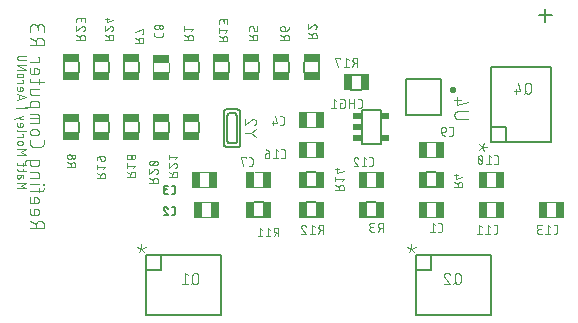
<source format=gbo>
G04 EAGLE Gerber RS-274X export*
G75*
%MOMM*%
%FSLAX34Y34*%
%LPD*%
%INBottom Silkscreen*%
%IPPOS*%
%AMOC8*
5,1,8,0,0,1.08239X$1,22.5*%
G01*
%ADD10C,0.152400*%
%ADD11C,0.101600*%
%ADD12C,0.076200*%
%ADD13R,0.650000X0.500000*%
%ADD14R,0.650000X1.400000*%
%ADD15C,0.050800*%
%ADD16R,0.750100X1.450100*%
%ADD17R,1.400000X0.650000*%
%ADD18R,1.450100X0.750100*%
%ADD19C,0.127000*%
%ADD20C,0.300000*%


D10*
X457708Y272514D02*
X446871Y272514D01*
X452289Y267095D02*
X452289Y277932D01*
D11*
X27432Y92008D02*
X15748Y92008D01*
X27432Y92008D02*
X27432Y95253D01*
X27430Y95366D01*
X27424Y95479D01*
X27414Y95592D01*
X27400Y95705D01*
X27383Y95817D01*
X27361Y95928D01*
X27336Y96038D01*
X27306Y96148D01*
X27273Y96256D01*
X27236Y96363D01*
X27196Y96469D01*
X27151Y96573D01*
X27103Y96676D01*
X27052Y96777D01*
X26997Y96876D01*
X26939Y96973D01*
X26877Y97068D01*
X26812Y97161D01*
X26744Y97251D01*
X26673Y97339D01*
X26598Y97425D01*
X26521Y97508D01*
X26441Y97588D01*
X26358Y97665D01*
X26272Y97740D01*
X26184Y97811D01*
X26094Y97879D01*
X26001Y97944D01*
X25906Y98006D01*
X25809Y98064D01*
X25710Y98119D01*
X25609Y98170D01*
X25506Y98218D01*
X25402Y98263D01*
X25296Y98303D01*
X25189Y98340D01*
X25081Y98373D01*
X24971Y98403D01*
X24861Y98428D01*
X24750Y98450D01*
X24638Y98467D01*
X24525Y98481D01*
X24412Y98491D01*
X24299Y98497D01*
X24186Y98499D01*
X24073Y98497D01*
X23960Y98491D01*
X23847Y98481D01*
X23734Y98467D01*
X23622Y98450D01*
X23511Y98428D01*
X23401Y98403D01*
X23291Y98373D01*
X23183Y98340D01*
X23076Y98303D01*
X22970Y98263D01*
X22866Y98218D01*
X22763Y98170D01*
X22662Y98119D01*
X22563Y98064D01*
X22466Y98006D01*
X22371Y97944D01*
X22278Y97879D01*
X22188Y97811D01*
X22100Y97740D01*
X22014Y97665D01*
X21931Y97588D01*
X21851Y97508D01*
X21774Y97425D01*
X21699Y97339D01*
X21628Y97251D01*
X21560Y97161D01*
X21495Y97068D01*
X21433Y96973D01*
X21375Y96876D01*
X21320Y96777D01*
X21269Y96676D01*
X21221Y96573D01*
X21176Y96469D01*
X21136Y96363D01*
X21099Y96256D01*
X21066Y96148D01*
X21036Y96038D01*
X21011Y95928D01*
X20989Y95817D01*
X20972Y95705D01*
X20958Y95592D01*
X20948Y95479D01*
X20942Y95366D01*
X20940Y95253D01*
X20941Y95253D02*
X20941Y92008D01*
X20941Y95902D02*
X15748Y98499D01*
X15748Y105199D02*
X15748Y108444D01*
X15748Y105199D02*
X15750Y105112D01*
X15756Y105024D01*
X15766Y104938D01*
X15779Y104851D01*
X15797Y104766D01*
X15818Y104681D01*
X15843Y104597D01*
X15872Y104515D01*
X15905Y104434D01*
X15941Y104354D01*
X15980Y104276D01*
X16024Y104200D01*
X16070Y104126D01*
X16120Y104055D01*
X16173Y103985D01*
X16229Y103918D01*
X16288Y103854D01*
X16350Y103792D01*
X16414Y103733D01*
X16481Y103677D01*
X16551Y103624D01*
X16622Y103574D01*
X16696Y103528D01*
X16772Y103484D01*
X16850Y103445D01*
X16930Y103409D01*
X17011Y103376D01*
X17093Y103347D01*
X17177Y103322D01*
X17262Y103301D01*
X17347Y103283D01*
X17434Y103270D01*
X17520Y103260D01*
X17608Y103254D01*
X17695Y103252D01*
X17695Y103251D02*
X20941Y103251D01*
X20941Y103252D02*
X21042Y103254D01*
X21142Y103260D01*
X21242Y103270D01*
X21342Y103283D01*
X21441Y103301D01*
X21540Y103322D01*
X21637Y103347D01*
X21734Y103376D01*
X21829Y103409D01*
X21923Y103445D01*
X22015Y103485D01*
X22106Y103528D01*
X22195Y103575D01*
X22282Y103625D01*
X22368Y103679D01*
X22451Y103736D01*
X22531Y103796D01*
X22610Y103859D01*
X22686Y103926D01*
X22759Y103995D01*
X22829Y104067D01*
X22897Y104141D01*
X22962Y104218D01*
X23023Y104298D01*
X23082Y104380D01*
X23137Y104464D01*
X23189Y104550D01*
X23238Y104638D01*
X23283Y104728D01*
X23325Y104820D01*
X23363Y104913D01*
X23397Y105008D01*
X23428Y105103D01*
X23455Y105200D01*
X23478Y105298D01*
X23498Y105397D01*
X23513Y105497D01*
X23525Y105597D01*
X23533Y105697D01*
X23537Y105798D01*
X23537Y105898D01*
X23533Y105999D01*
X23525Y106099D01*
X23513Y106199D01*
X23498Y106299D01*
X23478Y106398D01*
X23455Y106496D01*
X23428Y106593D01*
X23397Y106688D01*
X23363Y106783D01*
X23325Y106876D01*
X23283Y106968D01*
X23238Y107058D01*
X23189Y107146D01*
X23137Y107232D01*
X23082Y107316D01*
X23023Y107398D01*
X22962Y107478D01*
X22897Y107555D01*
X22829Y107629D01*
X22759Y107701D01*
X22686Y107770D01*
X22610Y107837D01*
X22531Y107900D01*
X22451Y107960D01*
X22368Y108017D01*
X22282Y108071D01*
X22195Y108121D01*
X22106Y108168D01*
X22015Y108211D01*
X21923Y108251D01*
X21829Y108287D01*
X21734Y108320D01*
X21637Y108349D01*
X21540Y108374D01*
X21441Y108395D01*
X21342Y108413D01*
X21242Y108426D01*
X21142Y108436D01*
X21042Y108442D01*
X20941Y108444D01*
X19643Y108444D01*
X19643Y103251D01*
X15748Y115105D02*
X15748Y118350D01*
X15748Y115105D02*
X15750Y115018D01*
X15756Y114930D01*
X15766Y114844D01*
X15779Y114757D01*
X15797Y114672D01*
X15818Y114587D01*
X15843Y114503D01*
X15872Y114421D01*
X15905Y114340D01*
X15941Y114260D01*
X15980Y114182D01*
X16024Y114106D01*
X16070Y114032D01*
X16120Y113961D01*
X16173Y113891D01*
X16229Y113824D01*
X16288Y113760D01*
X16350Y113698D01*
X16414Y113639D01*
X16481Y113583D01*
X16551Y113530D01*
X16622Y113480D01*
X16696Y113434D01*
X16772Y113390D01*
X16850Y113351D01*
X16930Y113315D01*
X17011Y113282D01*
X17093Y113253D01*
X17177Y113228D01*
X17262Y113207D01*
X17347Y113189D01*
X17434Y113176D01*
X17520Y113166D01*
X17608Y113160D01*
X17695Y113158D01*
X17695Y113157D02*
X20941Y113157D01*
X20941Y113158D02*
X21042Y113160D01*
X21142Y113166D01*
X21242Y113176D01*
X21342Y113189D01*
X21441Y113207D01*
X21540Y113228D01*
X21637Y113253D01*
X21734Y113282D01*
X21829Y113315D01*
X21923Y113351D01*
X22015Y113391D01*
X22106Y113434D01*
X22195Y113481D01*
X22282Y113531D01*
X22368Y113585D01*
X22451Y113642D01*
X22531Y113702D01*
X22610Y113765D01*
X22686Y113832D01*
X22759Y113901D01*
X22829Y113973D01*
X22897Y114047D01*
X22962Y114124D01*
X23023Y114204D01*
X23082Y114286D01*
X23137Y114370D01*
X23189Y114456D01*
X23238Y114544D01*
X23283Y114634D01*
X23325Y114726D01*
X23363Y114819D01*
X23397Y114914D01*
X23428Y115009D01*
X23455Y115106D01*
X23478Y115204D01*
X23498Y115303D01*
X23513Y115403D01*
X23525Y115503D01*
X23533Y115603D01*
X23537Y115704D01*
X23537Y115804D01*
X23533Y115905D01*
X23525Y116005D01*
X23513Y116105D01*
X23498Y116205D01*
X23478Y116304D01*
X23455Y116402D01*
X23428Y116499D01*
X23397Y116594D01*
X23363Y116689D01*
X23325Y116782D01*
X23283Y116874D01*
X23238Y116964D01*
X23189Y117052D01*
X23137Y117138D01*
X23082Y117222D01*
X23023Y117304D01*
X22962Y117384D01*
X22897Y117461D01*
X22829Y117535D01*
X22759Y117607D01*
X22686Y117676D01*
X22610Y117743D01*
X22531Y117806D01*
X22451Y117866D01*
X22368Y117923D01*
X22282Y117977D01*
X22195Y118027D01*
X22106Y118074D01*
X22015Y118117D01*
X21923Y118157D01*
X21829Y118193D01*
X21734Y118226D01*
X21637Y118255D01*
X21540Y118280D01*
X21441Y118301D01*
X21342Y118319D01*
X21242Y118332D01*
X21142Y118342D01*
X21042Y118348D01*
X20941Y118350D01*
X19643Y118350D01*
X19643Y113157D01*
X15748Y123690D02*
X25485Y123690D01*
X25572Y123692D01*
X25660Y123698D01*
X25746Y123708D01*
X25833Y123721D01*
X25918Y123739D01*
X26003Y123760D01*
X26087Y123785D01*
X26169Y123814D01*
X26250Y123847D01*
X26330Y123883D01*
X26408Y123922D01*
X26484Y123966D01*
X26558Y124012D01*
X26629Y124062D01*
X26699Y124115D01*
X26766Y124171D01*
X26830Y124230D01*
X26892Y124291D01*
X26951Y124356D01*
X27007Y124423D01*
X27060Y124493D01*
X27110Y124564D01*
X27156Y124638D01*
X27200Y124714D01*
X27239Y124792D01*
X27275Y124872D01*
X27308Y124953D01*
X27337Y125035D01*
X27362Y125119D01*
X27383Y125204D01*
X27401Y125289D01*
X27414Y125376D01*
X27424Y125462D01*
X27430Y125550D01*
X27432Y125637D01*
X27432Y126286D01*
X23537Y126286D02*
X23537Y122392D01*
X23537Y129470D02*
X15748Y129470D01*
X26783Y129145D02*
X27432Y129145D01*
X27432Y129794D01*
X26783Y129794D01*
X26783Y129145D01*
X23537Y134493D02*
X15748Y134493D01*
X23537Y134493D02*
X23537Y137739D01*
X23535Y137826D01*
X23529Y137914D01*
X23519Y138000D01*
X23506Y138087D01*
X23488Y138172D01*
X23467Y138257D01*
X23442Y138341D01*
X23413Y138423D01*
X23380Y138504D01*
X23344Y138584D01*
X23305Y138662D01*
X23261Y138738D01*
X23215Y138812D01*
X23165Y138883D01*
X23112Y138953D01*
X23056Y139020D01*
X22997Y139084D01*
X22935Y139146D01*
X22871Y139205D01*
X22804Y139261D01*
X22734Y139314D01*
X22663Y139364D01*
X22589Y139410D01*
X22513Y139454D01*
X22435Y139493D01*
X22355Y139529D01*
X22274Y139562D01*
X22192Y139591D01*
X22108Y139616D01*
X22023Y139637D01*
X21938Y139655D01*
X21851Y139668D01*
X21765Y139678D01*
X21677Y139684D01*
X21590Y139686D01*
X15748Y139686D01*
X15748Y146669D02*
X15748Y149914D01*
X15748Y146669D02*
X15750Y146582D01*
X15756Y146494D01*
X15766Y146408D01*
X15779Y146321D01*
X15797Y146236D01*
X15818Y146151D01*
X15843Y146067D01*
X15872Y145985D01*
X15905Y145904D01*
X15941Y145824D01*
X15980Y145746D01*
X16024Y145670D01*
X16070Y145596D01*
X16120Y145525D01*
X16173Y145455D01*
X16229Y145388D01*
X16288Y145324D01*
X16350Y145262D01*
X16414Y145203D01*
X16481Y145147D01*
X16551Y145094D01*
X16622Y145044D01*
X16696Y144998D01*
X16772Y144954D01*
X16850Y144915D01*
X16930Y144879D01*
X17011Y144846D01*
X17093Y144817D01*
X17177Y144792D01*
X17262Y144771D01*
X17347Y144753D01*
X17434Y144740D01*
X17520Y144730D01*
X17608Y144724D01*
X17695Y144722D01*
X17695Y144721D02*
X21590Y144721D01*
X21590Y144722D02*
X21677Y144724D01*
X21765Y144730D01*
X21851Y144740D01*
X21938Y144753D01*
X22023Y144771D01*
X22108Y144792D01*
X22192Y144817D01*
X22274Y144846D01*
X22355Y144879D01*
X22435Y144915D01*
X22513Y144954D01*
X22589Y144998D01*
X22663Y145044D01*
X22734Y145094D01*
X22804Y145147D01*
X22871Y145203D01*
X22935Y145262D01*
X22997Y145324D01*
X23056Y145388D01*
X23112Y145455D01*
X23165Y145525D01*
X23215Y145596D01*
X23261Y145670D01*
X23305Y145746D01*
X23344Y145824D01*
X23380Y145904D01*
X23413Y145985D01*
X23442Y146067D01*
X23467Y146151D01*
X23488Y146236D01*
X23506Y146321D01*
X23519Y146408D01*
X23529Y146494D01*
X23535Y146582D01*
X23537Y146669D01*
X23537Y149914D01*
X13801Y149914D01*
X13714Y149912D01*
X13626Y149906D01*
X13540Y149896D01*
X13453Y149883D01*
X13368Y149865D01*
X13283Y149844D01*
X13199Y149819D01*
X13117Y149790D01*
X13036Y149757D01*
X12956Y149721D01*
X12878Y149682D01*
X12802Y149638D01*
X12728Y149592D01*
X12657Y149542D01*
X12587Y149489D01*
X12520Y149433D01*
X12456Y149374D01*
X12394Y149313D01*
X12335Y149248D01*
X12279Y149181D01*
X12226Y149111D01*
X12176Y149040D01*
X12130Y148966D01*
X12086Y148890D01*
X12047Y148812D01*
X12011Y148732D01*
X11978Y148651D01*
X11949Y148569D01*
X11924Y148485D01*
X11903Y148400D01*
X11885Y148315D01*
X11872Y148228D01*
X11862Y148142D01*
X11856Y148054D01*
X11854Y147967D01*
X11853Y147967D02*
X11853Y145370D01*
X15748Y163839D02*
X15748Y166436D01*
X15748Y163839D02*
X15750Y163740D01*
X15756Y163640D01*
X15765Y163541D01*
X15778Y163443D01*
X15795Y163345D01*
X15816Y163247D01*
X15841Y163151D01*
X15869Y163056D01*
X15901Y162962D01*
X15936Y162869D01*
X15975Y162777D01*
X16018Y162687D01*
X16063Y162599D01*
X16113Y162512D01*
X16165Y162428D01*
X16221Y162345D01*
X16279Y162265D01*
X16341Y162187D01*
X16406Y162112D01*
X16474Y162039D01*
X16544Y161969D01*
X16617Y161901D01*
X16692Y161836D01*
X16770Y161774D01*
X16850Y161716D01*
X16933Y161660D01*
X17017Y161608D01*
X17104Y161558D01*
X17192Y161513D01*
X17282Y161470D01*
X17374Y161431D01*
X17467Y161396D01*
X17561Y161364D01*
X17656Y161336D01*
X17752Y161311D01*
X17850Y161290D01*
X17948Y161273D01*
X18046Y161260D01*
X18145Y161251D01*
X18245Y161245D01*
X18344Y161243D01*
X24836Y161243D01*
X24935Y161245D01*
X25035Y161251D01*
X25134Y161260D01*
X25232Y161273D01*
X25330Y161290D01*
X25428Y161311D01*
X25524Y161336D01*
X25619Y161364D01*
X25713Y161396D01*
X25806Y161431D01*
X25898Y161470D01*
X25988Y161513D01*
X26076Y161558D01*
X26163Y161608D01*
X26247Y161660D01*
X26330Y161716D01*
X26410Y161774D01*
X26488Y161836D01*
X26563Y161901D01*
X26636Y161969D01*
X26706Y162039D01*
X26774Y162112D01*
X26839Y162187D01*
X26901Y162265D01*
X26959Y162345D01*
X27015Y162428D01*
X27067Y162512D01*
X27117Y162599D01*
X27162Y162687D01*
X27205Y162777D01*
X27244Y162869D01*
X27279Y162961D01*
X27311Y163056D01*
X27339Y163151D01*
X27364Y163247D01*
X27385Y163345D01*
X27402Y163443D01*
X27415Y163541D01*
X27424Y163640D01*
X27430Y163740D01*
X27432Y163839D01*
X27432Y166436D01*
X20941Y170688D02*
X18344Y170688D01*
X20941Y170689D02*
X21042Y170691D01*
X21142Y170697D01*
X21242Y170707D01*
X21342Y170720D01*
X21441Y170738D01*
X21540Y170759D01*
X21637Y170784D01*
X21734Y170813D01*
X21829Y170846D01*
X21923Y170882D01*
X22015Y170922D01*
X22106Y170965D01*
X22195Y171012D01*
X22282Y171062D01*
X22368Y171116D01*
X22451Y171173D01*
X22531Y171233D01*
X22610Y171296D01*
X22686Y171363D01*
X22759Y171432D01*
X22829Y171504D01*
X22897Y171578D01*
X22962Y171655D01*
X23023Y171735D01*
X23082Y171817D01*
X23137Y171901D01*
X23189Y171987D01*
X23238Y172075D01*
X23283Y172165D01*
X23325Y172257D01*
X23363Y172350D01*
X23397Y172445D01*
X23428Y172540D01*
X23455Y172637D01*
X23478Y172735D01*
X23498Y172834D01*
X23513Y172934D01*
X23525Y173034D01*
X23533Y173134D01*
X23537Y173235D01*
X23537Y173335D01*
X23533Y173436D01*
X23525Y173536D01*
X23513Y173636D01*
X23498Y173736D01*
X23478Y173835D01*
X23455Y173933D01*
X23428Y174030D01*
X23397Y174125D01*
X23363Y174220D01*
X23325Y174313D01*
X23283Y174405D01*
X23238Y174495D01*
X23189Y174583D01*
X23137Y174669D01*
X23082Y174753D01*
X23023Y174835D01*
X22962Y174915D01*
X22897Y174992D01*
X22829Y175066D01*
X22759Y175138D01*
X22686Y175207D01*
X22610Y175274D01*
X22531Y175337D01*
X22451Y175397D01*
X22368Y175454D01*
X22282Y175508D01*
X22195Y175558D01*
X22106Y175605D01*
X22015Y175648D01*
X21923Y175688D01*
X21829Y175724D01*
X21734Y175757D01*
X21637Y175786D01*
X21540Y175811D01*
X21441Y175832D01*
X21342Y175850D01*
X21242Y175863D01*
X21142Y175873D01*
X21042Y175879D01*
X20941Y175881D01*
X18344Y175881D01*
X18243Y175879D01*
X18143Y175873D01*
X18043Y175863D01*
X17943Y175850D01*
X17844Y175832D01*
X17745Y175811D01*
X17648Y175786D01*
X17551Y175757D01*
X17456Y175724D01*
X17362Y175688D01*
X17270Y175648D01*
X17179Y175605D01*
X17090Y175558D01*
X17003Y175508D01*
X16917Y175454D01*
X16834Y175397D01*
X16754Y175337D01*
X16675Y175274D01*
X16599Y175207D01*
X16526Y175138D01*
X16456Y175066D01*
X16388Y174992D01*
X16323Y174915D01*
X16262Y174835D01*
X16203Y174753D01*
X16148Y174669D01*
X16096Y174583D01*
X16047Y174495D01*
X16002Y174405D01*
X15960Y174313D01*
X15922Y174220D01*
X15888Y174125D01*
X15857Y174030D01*
X15830Y173933D01*
X15807Y173835D01*
X15787Y173736D01*
X15772Y173636D01*
X15760Y173536D01*
X15752Y173436D01*
X15748Y173335D01*
X15748Y173235D01*
X15752Y173134D01*
X15760Y173034D01*
X15772Y172934D01*
X15787Y172834D01*
X15807Y172735D01*
X15830Y172637D01*
X15857Y172540D01*
X15888Y172445D01*
X15922Y172350D01*
X15960Y172257D01*
X16002Y172165D01*
X16047Y172075D01*
X16096Y171987D01*
X16148Y171901D01*
X16203Y171817D01*
X16262Y171735D01*
X16323Y171655D01*
X16388Y171578D01*
X16456Y171504D01*
X16526Y171432D01*
X16599Y171363D01*
X16675Y171296D01*
X16754Y171233D01*
X16834Y171173D01*
X16917Y171116D01*
X17003Y171062D01*
X17090Y171012D01*
X17179Y170965D01*
X17270Y170922D01*
X17362Y170882D01*
X17456Y170846D01*
X17551Y170813D01*
X17648Y170784D01*
X17745Y170759D01*
X17844Y170738D01*
X17943Y170720D01*
X18043Y170707D01*
X18143Y170697D01*
X18243Y170691D01*
X18344Y170689D01*
X15748Y181201D02*
X23537Y181201D01*
X23537Y187043D01*
X23535Y187130D01*
X23529Y187218D01*
X23519Y187304D01*
X23506Y187391D01*
X23488Y187476D01*
X23467Y187561D01*
X23442Y187645D01*
X23413Y187727D01*
X23380Y187808D01*
X23344Y187888D01*
X23305Y187966D01*
X23261Y188042D01*
X23215Y188116D01*
X23165Y188187D01*
X23112Y188257D01*
X23056Y188324D01*
X22997Y188388D01*
X22935Y188450D01*
X22871Y188509D01*
X22804Y188565D01*
X22734Y188618D01*
X22663Y188668D01*
X22589Y188714D01*
X22513Y188758D01*
X22435Y188797D01*
X22355Y188833D01*
X22274Y188866D01*
X22192Y188895D01*
X22108Y188920D01*
X22023Y188941D01*
X21938Y188959D01*
X21851Y188972D01*
X21765Y188982D01*
X21677Y188988D01*
X21590Y188990D01*
X15748Y188990D01*
X15748Y185096D02*
X23537Y185096D01*
X23537Y194750D02*
X11853Y194750D01*
X23537Y194750D02*
X23537Y197996D01*
X23535Y198083D01*
X23529Y198171D01*
X23519Y198257D01*
X23506Y198344D01*
X23488Y198429D01*
X23467Y198514D01*
X23442Y198598D01*
X23413Y198680D01*
X23380Y198761D01*
X23344Y198841D01*
X23305Y198919D01*
X23261Y198995D01*
X23215Y199069D01*
X23165Y199140D01*
X23112Y199210D01*
X23056Y199277D01*
X22997Y199341D01*
X22935Y199403D01*
X22871Y199462D01*
X22804Y199518D01*
X22734Y199571D01*
X22663Y199621D01*
X22589Y199667D01*
X22513Y199711D01*
X22435Y199750D01*
X22355Y199786D01*
X22274Y199819D01*
X22192Y199848D01*
X22108Y199873D01*
X22023Y199894D01*
X21938Y199912D01*
X21851Y199925D01*
X21765Y199935D01*
X21677Y199941D01*
X21590Y199943D01*
X17695Y199943D01*
X17608Y199941D01*
X17520Y199935D01*
X17434Y199925D01*
X17347Y199912D01*
X17262Y199894D01*
X17177Y199873D01*
X17093Y199848D01*
X17011Y199819D01*
X16930Y199786D01*
X16850Y199750D01*
X16772Y199711D01*
X16696Y199667D01*
X16622Y199621D01*
X16551Y199571D01*
X16481Y199518D01*
X16414Y199462D01*
X16350Y199403D01*
X16288Y199341D01*
X16229Y199277D01*
X16173Y199210D01*
X16120Y199140D01*
X16070Y199069D01*
X16024Y198995D01*
X15980Y198919D01*
X15941Y198841D01*
X15905Y198761D01*
X15872Y198680D01*
X15843Y198598D01*
X15818Y198514D01*
X15797Y198429D01*
X15779Y198344D01*
X15766Y198257D01*
X15756Y198171D01*
X15750Y198083D01*
X15748Y197996D01*
X15748Y194750D01*
X17695Y204978D02*
X23537Y204978D01*
X17695Y204978D02*
X17608Y204980D01*
X17520Y204986D01*
X17434Y204996D01*
X17347Y205009D01*
X17262Y205027D01*
X17177Y205048D01*
X17093Y205073D01*
X17011Y205102D01*
X16930Y205135D01*
X16850Y205171D01*
X16772Y205210D01*
X16696Y205254D01*
X16622Y205300D01*
X16551Y205350D01*
X16481Y205403D01*
X16414Y205459D01*
X16350Y205518D01*
X16288Y205580D01*
X16229Y205644D01*
X16173Y205711D01*
X16120Y205781D01*
X16070Y205852D01*
X16024Y205926D01*
X15980Y206002D01*
X15941Y206080D01*
X15905Y206160D01*
X15872Y206241D01*
X15843Y206323D01*
X15818Y206407D01*
X15797Y206492D01*
X15779Y206577D01*
X15766Y206664D01*
X15756Y206750D01*
X15750Y206838D01*
X15748Y206925D01*
X15748Y210171D01*
X23537Y210171D01*
X23537Y214298D02*
X23537Y218192D01*
X27432Y215596D02*
X17695Y215596D01*
X17608Y215598D01*
X17520Y215604D01*
X17434Y215614D01*
X17347Y215627D01*
X17262Y215645D01*
X17177Y215666D01*
X17093Y215691D01*
X17011Y215720D01*
X16930Y215753D01*
X16850Y215789D01*
X16772Y215828D01*
X16696Y215872D01*
X16622Y215918D01*
X16551Y215968D01*
X16481Y216021D01*
X16414Y216077D01*
X16350Y216136D01*
X16288Y216198D01*
X16229Y216262D01*
X16173Y216329D01*
X16120Y216399D01*
X16070Y216470D01*
X16024Y216544D01*
X15980Y216620D01*
X15941Y216698D01*
X15905Y216778D01*
X15872Y216859D01*
X15843Y216941D01*
X15818Y217025D01*
X15797Y217110D01*
X15779Y217195D01*
X15766Y217282D01*
X15756Y217368D01*
X15750Y217456D01*
X15748Y217543D01*
X15748Y218192D01*
X15748Y224451D02*
X15748Y227697D01*
X15748Y224451D02*
X15750Y224364D01*
X15756Y224276D01*
X15766Y224190D01*
X15779Y224103D01*
X15797Y224018D01*
X15818Y223933D01*
X15843Y223849D01*
X15872Y223767D01*
X15905Y223686D01*
X15941Y223606D01*
X15980Y223528D01*
X16024Y223452D01*
X16070Y223378D01*
X16120Y223307D01*
X16173Y223237D01*
X16229Y223170D01*
X16288Y223106D01*
X16350Y223044D01*
X16414Y222985D01*
X16481Y222929D01*
X16551Y222876D01*
X16622Y222826D01*
X16696Y222780D01*
X16772Y222736D01*
X16850Y222697D01*
X16930Y222661D01*
X17011Y222628D01*
X17093Y222599D01*
X17177Y222574D01*
X17262Y222553D01*
X17347Y222535D01*
X17434Y222522D01*
X17520Y222512D01*
X17608Y222506D01*
X17695Y222504D01*
X20941Y222504D01*
X20941Y222505D02*
X21042Y222507D01*
X21142Y222513D01*
X21242Y222523D01*
X21342Y222536D01*
X21441Y222554D01*
X21540Y222575D01*
X21637Y222600D01*
X21734Y222629D01*
X21829Y222662D01*
X21923Y222698D01*
X22015Y222738D01*
X22106Y222781D01*
X22195Y222828D01*
X22282Y222878D01*
X22368Y222932D01*
X22451Y222989D01*
X22531Y223049D01*
X22610Y223112D01*
X22686Y223179D01*
X22759Y223248D01*
X22829Y223320D01*
X22897Y223394D01*
X22962Y223471D01*
X23023Y223551D01*
X23082Y223633D01*
X23137Y223717D01*
X23189Y223803D01*
X23238Y223891D01*
X23283Y223981D01*
X23325Y224073D01*
X23363Y224166D01*
X23397Y224261D01*
X23428Y224356D01*
X23455Y224453D01*
X23478Y224551D01*
X23498Y224650D01*
X23513Y224750D01*
X23525Y224850D01*
X23533Y224950D01*
X23537Y225051D01*
X23537Y225151D01*
X23533Y225252D01*
X23525Y225352D01*
X23513Y225452D01*
X23498Y225552D01*
X23478Y225651D01*
X23455Y225749D01*
X23428Y225846D01*
X23397Y225941D01*
X23363Y226036D01*
X23325Y226129D01*
X23283Y226221D01*
X23238Y226311D01*
X23189Y226399D01*
X23137Y226485D01*
X23082Y226569D01*
X23023Y226651D01*
X22962Y226731D01*
X22897Y226808D01*
X22829Y226882D01*
X22759Y226954D01*
X22686Y227023D01*
X22610Y227090D01*
X22531Y227153D01*
X22451Y227213D01*
X22368Y227270D01*
X22282Y227324D01*
X22195Y227374D01*
X22106Y227421D01*
X22015Y227464D01*
X21923Y227504D01*
X21829Y227540D01*
X21734Y227573D01*
X21637Y227602D01*
X21540Y227627D01*
X21441Y227648D01*
X21342Y227666D01*
X21242Y227679D01*
X21142Y227689D01*
X21042Y227695D01*
X20941Y227697D01*
X19643Y227697D01*
X19643Y222504D01*
X15748Y232857D02*
X23537Y232857D01*
X23537Y236752D01*
X22239Y236752D01*
X27432Y247075D02*
X15748Y247075D01*
X27432Y247075D02*
X27432Y250320D01*
X27430Y250433D01*
X27424Y250546D01*
X27414Y250659D01*
X27400Y250772D01*
X27383Y250884D01*
X27361Y250995D01*
X27336Y251105D01*
X27306Y251215D01*
X27273Y251323D01*
X27236Y251430D01*
X27196Y251536D01*
X27151Y251640D01*
X27103Y251743D01*
X27052Y251844D01*
X26997Y251943D01*
X26939Y252040D01*
X26877Y252135D01*
X26812Y252228D01*
X26744Y252318D01*
X26673Y252406D01*
X26598Y252492D01*
X26521Y252575D01*
X26441Y252655D01*
X26358Y252732D01*
X26272Y252807D01*
X26184Y252878D01*
X26094Y252946D01*
X26001Y253011D01*
X25906Y253073D01*
X25809Y253131D01*
X25710Y253186D01*
X25609Y253237D01*
X25506Y253285D01*
X25402Y253330D01*
X25296Y253370D01*
X25189Y253407D01*
X25081Y253440D01*
X24971Y253470D01*
X24861Y253495D01*
X24750Y253517D01*
X24638Y253534D01*
X24525Y253548D01*
X24412Y253558D01*
X24299Y253564D01*
X24186Y253566D01*
X24073Y253564D01*
X23960Y253558D01*
X23847Y253548D01*
X23734Y253534D01*
X23622Y253517D01*
X23511Y253495D01*
X23401Y253470D01*
X23291Y253440D01*
X23183Y253407D01*
X23076Y253370D01*
X22970Y253330D01*
X22866Y253285D01*
X22763Y253237D01*
X22662Y253186D01*
X22563Y253131D01*
X22466Y253073D01*
X22371Y253011D01*
X22278Y252946D01*
X22188Y252878D01*
X22100Y252807D01*
X22014Y252732D01*
X21931Y252655D01*
X21851Y252575D01*
X21774Y252492D01*
X21699Y252406D01*
X21628Y252318D01*
X21560Y252228D01*
X21495Y252135D01*
X21433Y252040D01*
X21375Y251943D01*
X21320Y251844D01*
X21269Y251743D01*
X21221Y251640D01*
X21176Y251536D01*
X21136Y251430D01*
X21099Y251323D01*
X21066Y251215D01*
X21036Y251105D01*
X21011Y250995D01*
X20989Y250884D01*
X20972Y250772D01*
X20958Y250659D01*
X20948Y250546D01*
X20942Y250433D01*
X20940Y250320D01*
X20941Y250320D02*
X20941Y247075D01*
X20941Y250969D02*
X15748Y253566D01*
X15748Y258431D02*
X15748Y261676D01*
X15750Y261789D01*
X15756Y261902D01*
X15766Y262015D01*
X15780Y262128D01*
X15797Y262240D01*
X15819Y262351D01*
X15844Y262461D01*
X15874Y262571D01*
X15907Y262679D01*
X15944Y262786D01*
X15984Y262892D01*
X16029Y262996D01*
X16077Y263099D01*
X16128Y263200D01*
X16183Y263299D01*
X16241Y263396D01*
X16303Y263491D01*
X16368Y263584D01*
X16436Y263674D01*
X16507Y263762D01*
X16582Y263848D01*
X16659Y263931D01*
X16739Y264011D01*
X16822Y264088D01*
X16908Y264163D01*
X16996Y264234D01*
X17086Y264302D01*
X17179Y264367D01*
X17274Y264429D01*
X17371Y264487D01*
X17470Y264542D01*
X17571Y264593D01*
X17674Y264641D01*
X17778Y264686D01*
X17884Y264726D01*
X17991Y264763D01*
X18099Y264796D01*
X18209Y264826D01*
X18319Y264851D01*
X18430Y264873D01*
X18542Y264890D01*
X18655Y264904D01*
X18768Y264914D01*
X18881Y264920D01*
X18994Y264922D01*
X19107Y264920D01*
X19220Y264914D01*
X19333Y264904D01*
X19446Y264890D01*
X19558Y264873D01*
X19669Y264851D01*
X19779Y264826D01*
X19889Y264796D01*
X19997Y264763D01*
X20104Y264726D01*
X20210Y264686D01*
X20314Y264641D01*
X20417Y264593D01*
X20518Y264542D01*
X20617Y264487D01*
X20714Y264429D01*
X20809Y264367D01*
X20902Y264302D01*
X20992Y264234D01*
X21080Y264163D01*
X21166Y264088D01*
X21249Y264011D01*
X21329Y263931D01*
X21406Y263848D01*
X21481Y263762D01*
X21552Y263674D01*
X21620Y263584D01*
X21685Y263491D01*
X21747Y263396D01*
X21805Y263299D01*
X21860Y263200D01*
X21911Y263099D01*
X21959Y262996D01*
X22004Y262892D01*
X22044Y262786D01*
X22081Y262679D01*
X22114Y262571D01*
X22144Y262461D01*
X22169Y262351D01*
X22191Y262240D01*
X22208Y262128D01*
X22222Y262015D01*
X22232Y261902D01*
X22238Y261789D01*
X22240Y261676D01*
X27432Y262326D02*
X27432Y258431D01*
X27432Y262326D02*
X27430Y262427D01*
X27424Y262527D01*
X27414Y262627D01*
X27401Y262727D01*
X27383Y262826D01*
X27362Y262925D01*
X27337Y263022D01*
X27308Y263119D01*
X27275Y263214D01*
X27239Y263308D01*
X27199Y263400D01*
X27156Y263491D01*
X27109Y263580D01*
X27059Y263667D01*
X27005Y263753D01*
X26948Y263836D01*
X26888Y263916D01*
X26825Y263995D01*
X26758Y264071D01*
X26689Y264144D01*
X26617Y264214D01*
X26543Y264282D01*
X26466Y264347D01*
X26386Y264408D01*
X26304Y264467D01*
X26220Y264522D01*
X26134Y264574D01*
X26046Y264623D01*
X25956Y264668D01*
X25864Y264710D01*
X25771Y264748D01*
X25676Y264782D01*
X25581Y264813D01*
X25484Y264840D01*
X25386Y264863D01*
X25287Y264883D01*
X25187Y264898D01*
X25087Y264910D01*
X24987Y264918D01*
X24886Y264922D01*
X24786Y264922D01*
X24685Y264918D01*
X24585Y264910D01*
X24485Y264898D01*
X24385Y264883D01*
X24286Y264863D01*
X24188Y264840D01*
X24091Y264813D01*
X23996Y264782D01*
X23901Y264748D01*
X23808Y264710D01*
X23716Y264668D01*
X23626Y264623D01*
X23538Y264574D01*
X23452Y264522D01*
X23368Y264467D01*
X23286Y264408D01*
X23206Y264347D01*
X23129Y264282D01*
X23055Y264214D01*
X22983Y264144D01*
X22914Y264071D01*
X22847Y263995D01*
X22784Y263916D01*
X22724Y263836D01*
X22667Y263753D01*
X22613Y263667D01*
X22563Y263580D01*
X22516Y263491D01*
X22473Y263400D01*
X22433Y263308D01*
X22397Y263214D01*
X22364Y263119D01*
X22335Y263022D01*
X22310Y262925D01*
X22289Y262826D01*
X22271Y262727D01*
X22258Y262627D01*
X22248Y262527D01*
X22242Y262427D01*
X22240Y262326D01*
X22239Y262326D02*
X22239Y259729D01*
D12*
X12319Y125857D02*
X4953Y125857D01*
X8227Y128312D02*
X12319Y125857D01*
X8227Y128312D02*
X12319Y130768D01*
X4953Y130768D01*
X7818Y135626D02*
X7818Y137467D01*
X7817Y135626D02*
X7815Y135551D01*
X7809Y135476D01*
X7799Y135402D01*
X7786Y135328D01*
X7768Y135255D01*
X7747Y135183D01*
X7722Y135113D01*
X7693Y135044D01*
X7661Y134976D01*
X7625Y134910D01*
X7586Y134846D01*
X7544Y134784D01*
X7498Y134725D01*
X7449Y134668D01*
X7398Y134613D01*
X7343Y134562D01*
X7286Y134513D01*
X7227Y134467D01*
X7165Y134425D01*
X7101Y134386D01*
X7035Y134350D01*
X6967Y134318D01*
X6898Y134289D01*
X6828Y134264D01*
X6756Y134243D01*
X6683Y134225D01*
X6609Y134212D01*
X6535Y134202D01*
X6460Y134196D01*
X6385Y134194D01*
X6310Y134196D01*
X6235Y134202D01*
X6161Y134212D01*
X6087Y134225D01*
X6014Y134243D01*
X5942Y134264D01*
X5872Y134289D01*
X5803Y134318D01*
X5735Y134350D01*
X5669Y134386D01*
X5605Y134425D01*
X5543Y134467D01*
X5484Y134513D01*
X5427Y134562D01*
X5372Y134613D01*
X5321Y134668D01*
X5272Y134725D01*
X5226Y134784D01*
X5184Y134846D01*
X5145Y134910D01*
X5109Y134976D01*
X5077Y135044D01*
X5048Y135113D01*
X5023Y135183D01*
X5002Y135255D01*
X4984Y135328D01*
X4971Y135402D01*
X4961Y135476D01*
X4955Y135551D01*
X4953Y135626D01*
X4953Y137467D01*
X8636Y137467D01*
X8636Y137468D02*
X8705Y137466D01*
X8773Y137460D01*
X8842Y137451D01*
X8909Y137437D01*
X8976Y137420D01*
X9042Y137399D01*
X9106Y137375D01*
X9169Y137346D01*
X9230Y137315D01*
X9289Y137280D01*
X9347Y137242D01*
X9402Y137200D01*
X9454Y137156D01*
X9504Y137108D01*
X9552Y137058D01*
X9596Y137006D01*
X9638Y136951D01*
X9676Y136893D01*
X9711Y136834D01*
X9742Y136773D01*
X9771Y136710D01*
X9795Y136646D01*
X9816Y136580D01*
X9833Y136513D01*
X9847Y136446D01*
X9856Y136377D01*
X9862Y136309D01*
X9864Y136240D01*
X9864Y134603D01*
X9864Y140188D02*
X9864Y142643D01*
X12319Y141006D02*
X6181Y141006D01*
X6112Y141008D01*
X6044Y141014D01*
X5975Y141023D01*
X5908Y141037D01*
X5841Y141054D01*
X5775Y141075D01*
X5711Y141099D01*
X5648Y141128D01*
X5587Y141159D01*
X5528Y141194D01*
X5470Y141232D01*
X5415Y141274D01*
X5363Y141318D01*
X5313Y141366D01*
X5265Y141416D01*
X5221Y141468D01*
X5179Y141523D01*
X5141Y141581D01*
X5106Y141640D01*
X5075Y141701D01*
X5046Y141764D01*
X5022Y141828D01*
X5001Y141894D01*
X4984Y141961D01*
X4970Y142028D01*
X4961Y142097D01*
X4955Y142165D01*
X4953Y142234D01*
X4953Y142643D01*
X9864Y144821D02*
X9864Y147276D01*
X12319Y145639D02*
X6181Y145639D01*
X6112Y145641D01*
X6044Y145647D01*
X5975Y145656D01*
X5908Y145670D01*
X5841Y145687D01*
X5775Y145708D01*
X5711Y145732D01*
X5648Y145761D01*
X5587Y145792D01*
X5528Y145827D01*
X5470Y145865D01*
X5415Y145907D01*
X5363Y145951D01*
X5313Y145999D01*
X5265Y146049D01*
X5221Y146101D01*
X5179Y146156D01*
X5141Y146214D01*
X5106Y146273D01*
X5075Y146334D01*
X5046Y146397D01*
X5022Y146461D01*
X5001Y146527D01*
X4984Y146594D01*
X4970Y146661D01*
X4961Y146730D01*
X4955Y146798D01*
X4953Y146867D01*
X4953Y147276D01*
X4953Y154386D02*
X12319Y154386D01*
X8227Y156841D01*
X12319Y159297D01*
X4953Y159297D01*
X6590Y162764D02*
X8227Y162764D01*
X8227Y162763D02*
X8306Y162765D01*
X8385Y162771D01*
X8464Y162780D01*
X8542Y162793D01*
X8619Y162811D01*
X8695Y162831D01*
X8770Y162856D01*
X8844Y162884D01*
X8917Y162915D01*
X8988Y162951D01*
X9057Y162989D01*
X9124Y163031D01*
X9189Y163076D01*
X9252Y163124D01*
X9313Y163175D01*
X9370Y163229D01*
X9426Y163285D01*
X9478Y163344D01*
X9528Y163406D01*
X9574Y163470D01*
X9618Y163536D01*
X9658Y163604D01*
X9694Y163674D01*
X9728Y163746D01*
X9758Y163820D01*
X9784Y163894D01*
X9807Y163970D01*
X9825Y164047D01*
X9841Y164124D01*
X9852Y164203D01*
X9860Y164281D01*
X9864Y164360D01*
X9864Y164440D01*
X9860Y164519D01*
X9852Y164597D01*
X9841Y164676D01*
X9825Y164753D01*
X9807Y164830D01*
X9784Y164906D01*
X9758Y164980D01*
X9728Y165054D01*
X9694Y165126D01*
X9658Y165196D01*
X9618Y165264D01*
X9574Y165330D01*
X9528Y165394D01*
X9478Y165456D01*
X9426Y165515D01*
X9370Y165571D01*
X9313Y165625D01*
X9252Y165676D01*
X9189Y165724D01*
X9124Y165769D01*
X9057Y165811D01*
X8988Y165849D01*
X8917Y165885D01*
X8844Y165916D01*
X8770Y165944D01*
X8695Y165969D01*
X8619Y165989D01*
X8542Y166007D01*
X8464Y166020D01*
X8385Y166029D01*
X8306Y166035D01*
X8227Y166037D01*
X6590Y166037D01*
X6511Y166035D01*
X6432Y166029D01*
X6353Y166020D01*
X6275Y166007D01*
X6198Y165989D01*
X6122Y165969D01*
X6047Y165944D01*
X5973Y165916D01*
X5900Y165885D01*
X5829Y165849D01*
X5760Y165811D01*
X5693Y165769D01*
X5628Y165724D01*
X5565Y165676D01*
X5504Y165625D01*
X5447Y165571D01*
X5391Y165515D01*
X5339Y165456D01*
X5289Y165394D01*
X5243Y165330D01*
X5199Y165264D01*
X5159Y165196D01*
X5123Y165126D01*
X5089Y165054D01*
X5059Y164980D01*
X5033Y164906D01*
X5010Y164830D01*
X4992Y164753D01*
X4976Y164676D01*
X4965Y164597D01*
X4957Y164519D01*
X4953Y164440D01*
X4953Y164360D01*
X4957Y164281D01*
X4965Y164203D01*
X4976Y164124D01*
X4992Y164047D01*
X5010Y163970D01*
X5033Y163894D01*
X5059Y163820D01*
X5089Y163746D01*
X5123Y163674D01*
X5159Y163604D01*
X5199Y163536D01*
X5243Y163470D01*
X5289Y163406D01*
X5339Y163344D01*
X5391Y163285D01*
X5447Y163229D01*
X5504Y163175D01*
X5565Y163124D01*
X5628Y163076D01*
X5693Y163031D01*
X5760Y162989D01*
X5829Y162951D01*
X5900Y162915D01*
X5973Y162884D01*
X6047Y162856D01*
X6122Y162831D01*
X6198Y162811D01*
X6275Y162793D01*
X6353Y162780D01*
X6432Y162771D01*
X6511Y162765D01*
X6590Y162763D01*
X4953Y169393D02*
X9864Y169393D01*
X9864Y171849D01*
X9045Y171849D01*
X6181Y174307D02*
X12319Y174307D01*
X6181Y174307D02*
X6112Y174309D01*
X6044Y174315D01*
X5975Y174324D01*
X5908Y174338D01*
X5841Y174355D01*
X5775Y174376D01*
X5711Y174400D01*
X5648Y174429D01*
X5587Y174460D01*
X5528Y174495D01*
X5470Y174533D01*
X5415Y174575D01*
X5363Y174619D01*
X5313Y174667D01*
X5265Y174717D01*
X5221Y174769D01*
X5179Y174824D01*
X5141Y174882D01*
X5106Y174941D01*
X5075Y175002D01*
X5046Y175065D01*
X5022Y175129D01*
X5001Y175195D01*
X4984Y175262D01*
X4970Y175329D01*
X4961Y175398D01*
X4955Y175466D01*
X4953Y175535D01*
X4953Y179353D02*
X4953Y181399D01*
X4953Y179353D02*
X4955Y179284D01*
X4961Y179216D01*
X4970Y179147D01*
X4984Y179080D01*
X5001Y179013D01*
X5022Y178947D01*
X5046Y178883D01*
X5075Y178820D01*
X5106Y178759D01*
X5141Y178700D01*
X5179Y178642D01*
X5221Y178587D01*
X5265Y178535D01*
X5313Y178485D01*
X5363Y178437D01*
X5415Y178393D01*
X5470Y178351D01*
X5528Y178313D01*
X5587Y178278D01*
X5648Y178247D01*
X5711Y178218D01*
X5775Y178194D01*
X5841Y178173D01*
X5908Y178156D01*
X5975Y178142D01*
X6044Y178133D01*
X6112Y178127D01*
X6181Y178125D01*
X8227Y178125D01*
X8306Y178127D01*
X8385Y178133D01*
X8464Y178142D01*
X8542Y178155D01*
X8619Y178173D01*
X8695Y178193D01*
X8770Y178218D01*
X8844Y178246D01*
X8917Y178277D01*
X8988Y178313D01*
X9057Y178351D01*
X9124Y178393D01*
X9189Y178438D01*
X9252Y178486D01*
X9313Y178537D01*
X9370Y178591D01*
X9426Y178647D01*
X9478Y178706D01*
X9528Y178768D01*
X9574Y178832D01*
X9618Y178898D01*
X9658Y178966D01*
X9694Y179036D01*
X9728Y179108D01*
X9758Y179182D01*
X9784Y179256D01*
X9807Y179332D01*
X9825Y179409D01*
X9841Y179486D01*
X9852Y179565D01*
X9860Y179643D01*
X9864Y179722D01*
X9864Y179802D01*
X9860Y179881D01*
X9852Y179959D01*
X9841Y180038D01*
X9825Y180115D01*
X9807Y180192D01*
X9784Y180268D01*
X9758Y180342D01*
X9728Y180416D01*
X9694Y180488D01*
X9658Y180558D01*
X9618Y180626D01*
X9574Y180692D01*
X9528Y180756D01*
X9478Y180818D01*
X9426Y180877D01*
X9370Y180933D01*
X9313Y180987D01*
X9252Y181038D01*
X9189Y181086D01*
X9124Y181131D01*
X9057Y181173D01*
X8988Y181211D01*
X8917Y181247D01*
X8844Y181278D01*
X8770Y181306D01*
X8695Y181331D01*
X8619Y181351D01*
X8542Y181369D01*
X8464Y181382D01*
X8385Y181391D01*
X8306Y181397D01*
X8227Y181399D01*
X7408Y181399D01*
X7408Y178125D01*
X2498Y184221D02*
X2498Y185040D01*
X9864Y187495D01*
X9864Y184221D02*
X4953Y185858D01*
X3725Y194149D02*
X13547Y194149D01*
X12319Y203171D02*
X4953Y200716D01*
X4953Y205626D02*
X12319Y203171D01*
X6795Y205012D02*
X6795Y201329D01*
X4953Y209589D02*
X4953Y211635D01*
X4953Y209589D02*
X4955Y209520D01*
X4961Y209452D01*
X4970Y209383D01*
X4984Y209316D01*
X5001Y209249D01*
X5022Y209183D01*
X5046Y209119D01*
X5075Y209056D01*
X5106Y208995D01*
X5141Y208936D01*
X5179Y208878D01*
X5221Y208823D01*
X5265Y208771D01*
X5313Y208721D01*
X5363Y208673D01*
X5415Y208629D01*
X5470Y208587D01*
X5528Y208549D01*
X5587Y208514D01*
X5648Y208483D01*
X5711Y208454D01*
X5775Y208430D01*
X5841Y208409D01*
X5908Y208392D01*
X5975Y208378D01*
X6044Y208369D01*
X6112Y208363D01*
X6181Y208361D01*
X8227Y208361D01*
X8306Y208363D01*
X8385Y208369D01*
X8464Y208378D01*
X8542Y208391D01*
X8619Y208409D01*
X8695Y208429D01*
X8770Y208454D01*
X8844Y208482D01*
X8917Y208513D01*
X8988Y208549D01*
X9057Y208587D01*
X9124Y208629D01*
X9189Y208674D01*
X9252Y208722D01*
X9313Y208773D01*
X9370Y208827D01*
X9426Y208883D01*
X9478Y208942D01*
X9528Y209004D01*
X9574Y209068D01*
X9618Y209134D01*
X9658Y209202D01*
X9694Y209272D01*
X9728Y209344D01*
X9758Y209418D01*
X9784Y209492D01*
X9807Y209568D01*
X9825Y209645D01*
X9841Y209722D01*
X9852Y209801D01*
X9860Y209879D01*
X9864Y209958D01*
X9864Y210038D01*
X9860Y210117D01*
X9852Y210195D01*
X9841Y210274D01*
X9825Y210351D01*
X9807Y210428D01*
X9784Y210504D01*
X9758Y210578D01*
X9728Y210652D01*
X9694Y210724D01*
X9658Y210794D01*
X9618Y210862D01*
X9574Y210928D01*
X9528Y210992D01*
X9478Y211054D01*
X9426Y211113D01*
X9370Y211169D01*
X9313Y211223D01*
X9252Y211274D01*
X9189Y211322D01*
X9124Y211367D01*
X9057Y211409D01*
X8988Y211447D01*
X8917Y211483D01*
X8844Y211514D01*
X8770Y211542D01*
X8695Y211567D01*
X8619Y211587D01*
X8542Y211605D01*
X8464Y211618D01*
X8385Y211627D01*
X8306Y211633D01*
X8227Y211635D01*
X7408Y211635D01*
X7408Y208361D01*
X4953Y214991D02*
X9864Y214991D01*
X9864Y217447D01*
X9045Y217447D01*
X8227Y219822D02*
X6590Y219822D01*
X8227Y219822D02*
X8306Y219824D01*
X8385Y219830D01*
X8464Y219839D01*
X8542Y219852D01*
X8619Y219870D01*
X8695Y219890D01*
X8770Y219915D01*
X8844Y219943D01*
X8917Y219974D01*
X8988Y220010D01*
X9057Y220048D01*
X9124Y220090D01*
X9189Y220135D01*
X9252Y220183D01*
X9313Y220234D01*
X9370Y220288D01*
X9426Y220344D01*
X9478Y220403D01*
X9528Y220465D01*
X9574Y220529D01*
X9618Y220595D01*
X9658Y220663D01*
X9694Y220733D01*
X9728Y220805D01*
X9758Y220879D01*
X9784Y220953D01*
X9807Y221029D01*
X9825Y221106D01*
X9841Y221183D01*
X9852Y221262D01*
X9860Y221340D01*
X9864Y221419D01*
X9864Y221499D01*
X9860Y221578D01*
X9852Y221656D01*
X9841Y221735D01*
X9825Y221812D01*
X9807Y221889D01*
X9784Y221965D01*
X9758Y222039D01*
X9728Y222113D01*
X9694Y222185D01*
X9658Y222255D01*
X9618Y222323D01*
X9574Y222389D01*
X9528Y222453D01*
X9478Y222515D01*
X9426Y222574D01*
X9370Y222630D01*
X9313Y222684D01*
X9252Y222735D01*
X9189Y222783D01*
X9124Y222828D01*
X9057Y222870D01*
X8988Y222908D01*
X8917Y222944D01*
X8844Y222975D01*
X8770Y223003D01*
X8695Y223028D01*
X8619Y223048D01*
X8542Y223066D01*
X8464Y223079D01*
X8385Y223088D01*
X8306Y223094D01*
X8227Y223096D01*
X6590Y223096D01*
X6511Y223094D01*
X6432Y223088D01*
X6353Y223079D01*
X6275Y223066D01*
X6198Y223048D01*
X6122Y223028D01*
X6047Y223003D01*
X5973Y222975D01*
X5900Y222944D01*
X5829Y222908D01*
X5760Y222870D01*
X5693Y222828D01*
X5628Y222783D01*
X5565Y222735D01*
X5504Y222684D01*
X5447Y222630D01*
X5391Y222574D01*
X5339Y222515D01*
X5289Y222453D01*
X5243Y222389D01*
X5199Y222323D01*
X5159Y222255D01*
X5123Y222185D01*
X5089Y222113D01*
X5059Y222039D01*
X5033Y221965D01*
X5010Y221889D01*
X4992Y221812D01*
X4976Y221735D01*
X4965Y221656D01*
X4957Y221578D01*
X4953Y221499D01*
X4953Y221419D01*
X4957Y221340D01*
X4965Y221262D01*
X4976Y221183D01*
X4992Y221106D01*
X5010Y221029D01*
X5033Y220953D01*
X5059Y220879D01*
X5089Y220805D01*
X5123Y220733D01*
X5159Y220663D01*
X5199Y220595D01*
X5243Y220529D01*
X5289Y220465D01*
X5339Y220403D01*
X5391Y220344D01*
X5447Y220288D01*
X5504Y220234D01*
X5565Y220183D01*
X5628Y220135D01*
X5693Y220090D01*
X5760Y220048D01*
X5829Y220010D01*
X5900Y219974D01*
X5973Y219943D01*
X6047Y219915D01*
X6122Y219890D01*
X6198Y219870D01*
X6275Y219852D01*
X6353Y219839D01*
X6432Y219830D01*
X6511Y219824D01*
X6590Y219822D01*
X4953Y226484D02*
X12319Y226484D01*
X4953Y230576D01*
X12319Y230576D01*
X12319Y234287D02*
X6999Y234287D01*
X6910Y234289D01*
X6821Y234295D01*
X6732Y234305D01*
X6644Y234318D01*
X6556Y234335D01*
X6469Y234357D01*
X6384Y234382D01*
X6299Y234410D01*
X6216Y234443D01*
X6134Y234479D01*
X6054Y234518D01*
X5976Y234561D01*
X5900Y234607D01*
X5825Y234657D01*
X5753Y234710D01*
X5684Y234766D01*
X5617Y234825D01*
X5552Y234886D01*
X5491Y234951D01*
X5432Y235018D01*
X5376Y235087D01*
X5323Y235159D01*
X5273Y235234D01*
X5227Y235310D01*
X5184Y235388D01*
X5145Y235468D01*
X5109Y235550D01*
X5076Y235633D01*
X5048Y235718D01*
X5023Y235803D01*
X5001Y235890D01*
X4984Y235978D01*
X4971Y236066D01*
X4961Y236155D01*
X4955Y236244D01*
X4953Y236333D01*
X4955Y236422D01*
X4961Y236511D01*
X4971Y236600D01*
X4984Y236688D01*
X5001Y236776D01*
X5023Y236863D01*
X5048Y236948D01*
X5076Y237033D01*
X5109Y237116D01*
X5145Y237198D01*
X5184Y237278D01*
X5227Y237356D01*
X5273Y237432D01*
X5323Y237507D01*
X5376Y237579D01*
X5432Y237648D01*
X5491Y237715D01*
X5552Y237780D01*
X5617Y237841D01*
X5684Y237900D01*
X5753Y237956D01*
X5825Y238009D01*
X5900Y238059D01*
X5976Y238105D01*
X6054Y238148D01*
X6134Y238187D01*
X6216Y238223D01*
X6299Y238256D01*
X6384Y238284D01*
X6469Y238309D01*
X6556Y238331D01*
X6644Y238348D01*
X6732Y238361D01*
X6821Y238371D01*
X6910Y238377D01*
X6999Y238379D01*
X12319Y238379D01*
D10*
X296700Y192020D02*
X312900Y192020D01*
X296700Y192020D02*
X296700Y163580D01*
X312900Y163580D01*
X312900Y192020D01*
X312900Y183020D02*
X312900Y172580D01*
X296700Y172580D02*
X296700Y173520D01*
X296700Y182080D02*
X296700Y183020D01*
X296700Y164520D02*
X296700Y163580D01*
X296700Y191080D02*
X296700Y192020D01*
X312900Y192020D02*
X312900Y191080D01*
X312900Y164520D02*
X312900Y163580D01*
D13*
X293050Y168300D03*
X293050Y177800D03*
X293050Y187300D03*
X316550Y187300D03*
X316550Y168300D03*
D12*
X295071Y194183D02*
X293434Y194183D01*
X295071Y194183D02*
X295149Y194185D01*
X295227Y194190D01*
X295304Y194200D01*
X295381Y194213D01*
X295457Y194229D01*
X295532Y194249D01*
X295606Y194273D01*
X295679Y194300D01*
X295751Y194331D01*
X295821Y194365D01*
X295890Y194402D01*
X295956Y194443D01*
X296021Y194487D01*
X296083Y194533D01*
X296143Y194583D01*
X296201Y194635D01*
X296256Y194690D01*
X296308Y194748D01*
X296358Y194808D01*
X296404Y194870D01*
X296448Y194935D01*
X296489Y195002D01*
X296526Y195070D01*
X296560Y195140D01*
X296591Y195212D01*
X296618Y195285D01*
X296642Y195359D01*
X296662Y195434D01*
X296678Y195510D01*
X296691Y195587D01*
X296701Y195664D01*
X296706Y195742D01*
X296708Y195820D01*
X296708Y199912D01*
X296706Y199990D01*
X296701Y200068D01*
X296691Y200145D01*
X296678Y200222D01*
X296662Y200298D01*
X296642Y200373D01*
X296618Y200447D01*
X296591Y200520D01*
X296560Y200592D01*
X296526Y200662D01*
X296489Y200731D01*
X296448Y200797D01*
X296404Y200862D01*
X296358Y200924D01*
X296308Y200984D01*
X296256Y201042D01*
X296201Y201097D01*
X296143Y201149D01*
X296083Y201199D01*
X296021Y201245D01*
X295956Y201289D01*
X295890Y201330D01*
X295821Y201367D01*
X295751Y201401D01*
X295679Y201432D01*
X295606Y201459D01*
X295532Y201483D01*
X295457Y201503D01*
X295381Y201519D01*
X295304Y201532D01*
X295227Y201542D01*
X295149Y201547D01*
X295071Y201549D01*
X293434Y201549D01*
X290345Y201549D02*
X290345Y194183D01*
X290345Y198275D02*
X286253Y198275D01*
X286253Y201549D02*
X286253Y194183D01*
X279678Y198275D02*
X278450Y198275D01*
X278450Y194183D01*
X280905Y194183D01*
X280983Y194185D01*
X281061Y194190D01*
X281138Y194200D01*
X281215Y194213D01*
X281291Y194229D01*
X281366Y194249D01*
X281440Y194273D01*
X281513Y194300D01*
X281585Y194331D01*
X281655Y194365D01*
X281724Y194402D01*
X281790Y194443D01*
X281855Y194487D01*
X281917Y194533D01*
X281977Y194583D01*
X282035Y194635D01*
X282090Y194690D01*
X282142Y194748D01*
X282192Y194808D01*
X282238Y194870D01*
X282282Y194935D01*
X282323Y195002D01*
X282360Y195070D01*
X282394Y195140D01*
X282425Y195212D01*
X282452Y195285D01*
X282476Y195359D01*
X282496Y195434D01*
X282512Y195510D01*
X282525Y195587D01*
X282535Y195664D01*
X282540Y195742D01*
X282542Y195820D01*
X282542Y199912D01*
X282540Y199990D01*
X282535Y200068D01*
X282525Y200145D01*
X282512Y200222D01*
X282496Y200298D01*
X282476Y200373D01*
X282452Y200447D01*
X282425Y200520D01*
X282394Y200592D01*
X282360Y200662D01*
X282323Y200731D01*
X282282Y200797D01*
X282238Y200862D01*
X282192Y200924D01*
X282142Y200984D01*
X282090Y201042D01*
X282035Y201097D01*
X281977Y201149D01*
X281917Y201199D01*
X281855Y201245D01*
X281790Y201289D01*
X281724Y201330D01*
X281655Y201367D01*
X281585Y201401D01*
X281513Y201432D01*
X281440Y201459D01*
X281366Y201483D01*
X281291Y201503D01*
X281215Y201519D01*
X281138Y201532D01*
X281061Y201542D01*
X280983Y201547D01*
X280905Y201549D01*
X278450Y201549D01*
X274983Y199912D02*
X272937Y201549D01*
X272937Y194183D01*
X274983Y194183D02*
X270891Y194183D01*
D10*
X300700Y114300D02*
X308900Y114300D01*
X308900Y101600D02*
X300700Y101600D01*
D14*
X297486Y107965D03*
X312218Y107965D03*
D12*
X314579Y96647D02*
X314579Y89281D01*
X314579Y96647D02*
X312533Y96647D01*
X312444Y96645D01*
X312355Y96639D01*
X312266Y96629D01*
X312178Y96616D01*
X312090Y96599D01*
X312003Y96577D01*
X311918Y96552D01*
X311833Y96524D01*
X311750Y96491D01*
X311668Y96455D01*
X311588Y96416D01*
X311510Y96373D01*
X311434Y96327D01*
X311359Y96277D01*
X311287Y96224D01*
X311218Y96168D01*
X311151Y96109D01*
X311086Y96048D01*
X311025Y95983D01*
X310966Y95916D01*
X310910Y95847D01*
X310857Y95775D01*
X310807Y95700D01*
X310761Y95624D01*
X310718Y95546D01*
X310679Y95466D01*
X310643Y95384D01*
X310610Y95301D01*
X310582Y95216D01*
X310557Y95131D01*
X310535Y95044D01*
X310518Y94956D01*
X310505Y94868D01*
X310495Y94779D01*
X310489Y94690D01*
X310487Y94601D01*
X310489Y94512D01*
X310495Y94423D01*
X310505Y94334D01*
X310518Y94246D01*
X310535Y94158D01*
X310557Y94071D01*
X310582Y93986D01*
X310610Y93901D01*
X310643Y93818D01*
X310679Y93736D01*
X310718Y93656D01*
X310761Y93578D01*
X310807Y93502D01*
X310857Y93427D01*
X310910Y93355D01*
X310966Y93286D01*
X311025Y93219D01*
X311086Y93154D01*
X311151Y93093D01*
X311218Y93034D01*
X311287Y92978D01*
X311359Y92925D01*
X311434Y92875D01*
X311510Y92829D01*
X311588Y92786D01*
X311668Y92747D01*
X311750Y92711D01*
X311833Y92678D01*
X311918Y92650D01*
X312003Y92625D01*
X312090Y92603D01*
X312178Y92586D01*
X312266Y92573D01*
X312355Y92563D01*
X312444Y92557D01*
X312533Y92555D01*
X314579Y92555D01*
X312124Y92555D02*
X310487Y89281D01*
X307315Y89281D02*
X305269Y89281D01*
X305180Y89283D01*
X305091Y89289D01*
X305002Y89299D01*
X304914Y89312D01*
X304826Y89329D01*
X304739Y89351D01*
X304654Y89376D01*
X304569Y89404D01*
X304486Y89437D01*
X304404Y89473D01*
X304324Y89512D01*
X304246Y89555D01*
X304170Y89601D01*
X304095Y89651D01*
X304023Y89704D01*
X303954Y89760D01*
X303887Y89819D01*
X303822Y89880D01*
X303761Y89945D01*
X303702Y90012D01*
X303646Y90081D01*
X303593Y90153D01*
X303543Y90228D01*
X303497Y90304D01*
X303454Y90382D01*
X303415Y90462D01*
X303379Y90544D01*
X303346Y90627D01*
X303318Y90712D01*
X303293Y90797D01*
X303271Y90884D01*
X303254Y90972D01*
X303241Y91060D01*
X303231Y91149D01*
X303225Y91238D01*
X303223Y91327D01*
X303225Y91416D01*
X303231Y91505D01*
X303241Y91594D01*
X303254Y91682D01*
X303271Y91770D01*
X303293Y91857D01*
X303318Y91942D01*
X303346Y92027D01*
X303379Y92110D01*
X303415Y92192D01*
X303454Y92272D01*
X303497Y92350D01*
X303543Y92426D01*
X303593Y92501D01*
X303646Y92573D01*
X303702Y92642D01*
X303761Y92709D01*
X303822Y92774D01*
X303887Y92835D01*
X303954Y92894D01*
X304023Y92950D01*
X304095Y93003D01*
X304170Y93053D01*
X304246Y93099D01*
X304324Y93142D01*
X304404Y93181D01*
X304486Y93217D01*
X304569Y93250D01*
X304654Y93278D01*
X304739Y93303D01*
X304826Y93325D01*
X304914Y93342D01*
X305002Y93355D01*
X305091Y93365D01*
X305180Y93371D01*
X305269Y93373D01*
X304860Y96647D02*
X307315Y96647D01*
X304860Y96647D02*
X304781Y96645D01*
X304702Y96639D01*
X304623Y96630D01*
X304545Y96617D01*
X304468Y96599D01*
X304392Y96579D01*
X304317Y96554D01*
X304243Y96526D01*
X304170Y96495D01*
X304099Y96459D01*
X304030Y96421D01*
X303963Y96379D01*
X303898Y96334D01*
X303835Y96286D01*
X303774Y96235D01*
X303717Y96181D01*
X303661Y96125D01*
X303609Y96066D01*
X303559Y96004D01*
X303513Y95940D01*
X303469Y95874D01*
X303429Y95806D01*
X303393Y95736D01*
X303359Y95664D01*
X303329Y95590D01*
X303303Y95516D01*
X303280Y95440D01*
X303262Y95363D01*
X303246Y95286D01*
X303235Y95207D01*
X303227Y95129D01*
X303223Y95050D01*
X303223Y94970D01*
X303227Y94891D01*
X303235Y94813D01*
X303246Y94734D01*
X303262Y94657D01*
X303280Y94580D01*
X303303Y94504D01*
X303329Y94430D01*
X303359Y94356D01*
X303393Y94284D01*
X303429Y94214D01*
X303469Y94146D01*
X303513Y94080D01*
X303559Y94016D01*
X303609Y93954D01*
X303661Y93895D01*
X303717Y93839D01*
X303774Y93785D01*
X303835Y93734D01*
X303898Y93686D01*
X303963Y93641D01*
X304030Y93599D01*
X304099Y93561D01*
X304170Y93525D01*
X304243Y93494D01*
X304317Y93466D01*
X304392Y93441D01*
X304468Y93421D01*
X304545Y93403D01*
X304623Y93390D01*
X304702Y93381D01*
X304781Y93375D01*
X304860Y93373D01*
X306497Y93373D01*
D10*
X351500Y139700D02*
X359700Y139700D01*
X359700Y127000D02*
X351500Y127000D01*
D14*
X348286Y133365D03*
X363018Y133365D03*
D15*
X374904Y127254D02*
X382016Y127254D01*
X382016Y129230D01*
X382014Y129317D01*
X382008Y129405D01*
X381999Y129492D01*
X381985Y129578D01*
X381968Y129664D01*
X381947Y129748D01*
X381922Y129832D01*
X381893Y129915D01*
X381861Y129996D01*
X381826Y130076D01*
X381787Y130154D01*
X381744Y130231D01*
X381698Y130305D01*
X381649Y130377D01*
X381597Y130447D01*
X381541Y130515D01*
X381483Y130580D01*
X381422Y130643D01*
X381358Y130702D01*
X381291Y130759D01*
X381223Y130813D01*
X381151Y130864D01*
X381078Y130911D01*
X381003Y130956D01*
X380925Y130997D01*
X380846Y131034D01*
X380766Y131068D01*
X380684Y131098D01*
X380601Y131125D01*
X380516Y131148D01*
X380431Y131167D01*
X380345Y131182D01*
X380258Y131194D01*
X380171Y131202D01*
X380084Y131206D01*
X379996Y131206D01*
X379909Y131202D01*
X379822Y131194D01*
X379735Y131182D01*
X379649Y131167D01*
X379564Y131148D01*
X379479Y131125D01*
X379396Y131098D01*
X379314Y131068D01*
X379234Y131034D01*
X379155Y130997D01*
X379077Y130956D01*
X379002Y130911D01*
X378929Y130864D01*
X378857Y130813D01*
X378789Y130759D01*
X378722Y130702D01*
X378658Y130643D01*
X378597Y130580D01*
X378539Y130515D01*
X378483Y130447D01*
X378431Y130377D01*
X378382Y130305D01*
X378336Y130231D01*
X378293Y130154D01*
X378254Y130076D01*
X378219Y129996D01*
X378187Y129915D01*
X378158Y129832D01*
X378133Y129748D01*
X378112Y129664D01*
X378095Y129578D01*
X378081Y129492D01*
X378072Y129405D01*
X378066Y129317D01*
X378064Y129230D01*
X378065Y129230D02*
X378065Y127254D01*
X378065Y129625D02*
X374904Y131205D01*
X376484Y134071D02*
X382016Y135652D01*
X376484Y134071D02*
X376484Y138023D01*
X374904Y136837D02*
X378065Y136837D01*
D11*
X257810Y190750D02*
X250190Y190750D01*
X250190Y177550D02*
X257560Y177550D01*
D16*
X261172Y184162D03*
X246694Y184162D03*
D12*
X229122Y179451D02*
X227485Y179451D01*
X229122Y179451D02*
X229200Y179453D01*
X229278Y179458D01*
X229355Y179468D01*
X229432Y179481D01*
X229508Y179497D01*
X229583Y179517D01*
X229657Y179541D01*
X229730Y179568D01*
X229802Y179599D01*
X229872Y179633D01*
X229941Y179670D01*
X230007Y179711D01*
X230072Y179755D01*
X230134Y179801D01*
X230194Y179851D01*
X230252Y179903D01*
X230307Y179958D01*
X230359Y180016D01*
X230409Y180076D01*
X230455Y180138D01*
X230499Y180203D01*
X230540Y180270D01*
X230577Y180338D01*
X230611Y180408D01*
X230642Y180480D01*
X230669Y180553D01*
X230693Y180627D01*
X230713Y180702D01*
X230729Y180778D01*
X230742Y180855D01*
X230752Y180932D01*
X230757Y181010D01*
X230759Y181088D01*
X230759Y185180D01*
X230757Y185258D01*
X230752Y185336D01*
X230742Y185413D01*
X230729Y185490D01*
X230713Y185566D01*
X230693Y185641D01*
X230669Y185715D01*
X230642Y185788D01*
X230611Y185860D01*
X230577Y185930D01*
X230540Y185999D01*
X230499Y186065D01*
X230455Y186130D01*
X230409Y186192D01*
X230359Y186252D01*
X230307Y186310D01*
X230252Y186365D01*
X230194Y186417D01*
X230134Y186467D01*
X230072Y186513D01*
X230007Y186557D01*
X229941Y186598D01*
X229872Y186635D01*
X229802Y186669D01*
X229730Y186700D01*
X229657Y186727D01*
X229583Y186751D01*
X229508Y186771D01*
X229432Y186787D01*
X229355Y186800D01*
X229278Y186810D01*
X229200Y186815D01*
X229122Y186817D01*
X227485Y186817D01*
X223003Y186817D02*
X224640Y181088D01*
X220548Y181088D01*
X221775Y182725D02*
X221775Y179451D01*
D11*
X300990Y139950D02*
X308610Y139950D01*
X308360Y126750D02*
X300990Y126750D01*
D16*
X311972Y133362D03*
X297494Y133362D03*
D15*
X303195Y145034D02*
X304776Y145034D01*
X304854Y145036D01*
X304931Y145042D01*
X305008Y145051D01*
X305084Y145064D01*
X305160Y145081D01*
X305235Y145102D01*
X305308Y145126D01*
X305381Y145154D01*
X305452Y145186D01*
X305521Y145221D01*
X305588Y145259D01*
X305654Y145300D01*
X305717Y145345D01*
X305778Y145393D01*
X305837Y145443D01*
X305893Y145497D01*
X305947Y145553D01*
X305997Y145612D01*
X306045Y145673D01*
X306090Y145736D01*
X306131Y145802D01*
X306169Y145869D01*
X306204Y145938D01*
X306236Y146009D01*
X306264Y146082D01*
X306288Y146155D01*
X306309Y146230D01*
X306326Y146306D01*
X306339Y146382D01*
X306348Y146459D01*
X306354Y146536D01*
X306356Y146614D01*
X306356Y150566D01*
X306354Y150644D01*
X306348Y150721D01*
X306339Y150798D01*
X306326Y150874D01*
X306309Y150950D01*
X306288Y151025D01*
X306264Y151098D01*
X306236Y151171D01*
X306204Y151242D01*
X306169Y151311D01*
X306131Y151378D01*
X306090Y151444D01*
X306045Y151507D01*
X305997Y151568D01*
X305947Y151627D01*
X305893Y151683D01*
X305837Y151737D01*
X305778Y151787D01*
X305717Y151835D01*
X305654Y151880D01*
X305588Y151921D01*
X305521Y151959D01*
X305452Y151994D01*
X305381Y152026D01*
X305308Y152054D01*
X305235Y152078D01*
X305160Y152099D01*
X305084Y152116D01*
X305008Y152129D01*
X304931Y152138D01*
X304854Y152144D01*
X304776Y152146D01*
X303195Y152146D01*
X300623Y150566D02*
X298648Y152146D01*
X298648Y145034D01*
X300623Y145034D02*
X296672Y145034D01*
X289814Y150368D02*
X289816Y150450D01*
X289822Y150532D01*
X289831Y150614D01*
X289844Y150695D01*
X289861Y150775D01*
X289882Y150855D01*
X289906Y150933D01*
X289934Y151010D01*
X289965Y151086D01*
X290000Y151161D01*
X290039Y151233D01*
X290080Y151304D01*
X290125Y151373D01*
X290173Y151439D01*
X290224Y151504D01*
X290278Y151566D01*
X290335Y151625D01*
X290394Y151682D01*
X290456Y151736D01*
X290521Y151787D01*
X290587Y151835D01*
X290656Y151880D01*
X290727Y151921D01*
X290799Y151960D01*
X290874Y151995D01*
X290950Y152026D01*
X291027Y152054D01*
X291105Y152078D01*
X291185Y152099D01*
X291265Y152116D01*
X291346Y152129D01*
X291428Y152138D01*
X291510Y152144D01*
X291592Y152146D01*
X291685Y152144D01*
X291777Y152138D01*
X291869Y152129D01*
X291961Y152116D01*
X292052Y152099D01*
X292142Y152079D01*
X292232Y152055D01*
X292320Y152027D01*
X292408Y151995D01*
X292493Y151961D01*
X292578Y151922D01*
X292660Y151881D01*
X292741Y151836D01*
X292821Y151787D01*
X292898Y151736D01*
X292973Y151682D01*
X293045Y151624D01*
X293116Y151564D01*
X293183Y151500D01*
X293248Y151435D01*
X293311Y151366D01*
X293370Y151295D01*
X293427Y151222D01*
X293481Y151146D01*
X293531Y151069D01*
X293579Y150989D01*
X293623Y150907D01*
X293663Y150824D01*
X293701Y150739D01*
X293735Y150653D01*
X293765Y150566D01*
X290407Y148985D02*
X290346Y149046D01*
X290288Y149109D01*
X290233Y149175D01*
X290180Y149243D01*
X290131Y149314D01*
X290086Y149386D01*
X290043Y149461D01*
X290004Y149537D01*
X289968Y149616D01*
X289936Y149695D01*
X289908Y149776D01*
X289883Y149859D01*
X289862Y149942D01*
X289845Y150026D01*
X289831Y150111D01*
X289822Y150196D01*
X289816Y150282D01*
X289814Y150368D01*
X290407Y148985D02*
X293765Y145034D01*
X289814Y145034D01*
D10*
X184150Y224500D02*
X184150Y232700D01*
X171450Y232700D02*
X171450Y224500D01*
D17*
X177815Y235914D03*
X177815Y221182D03*
D12*
X175641Y250571D02*
X183007Y250571D01*
X183007Y252617D01*
X183005Y252706D01*
X182999Y252795D01*
X182989Y252884D01*
X182976Y252972D01*
X182959Y253060D01*
X182937Y253147D01*
X182912Y253232D01*
X182884Y253317D01*
X182851Y253400D01*
X182815Y253482D01*
X182776Y253562D01*
X182733Y253640D01*
X182687Y253716D01*
X182637Y253791D01*
X182584Y253863D01*
X182528Y253932D01*
X182469Y253999D01*
X182408Y254064D01*
X182343Y254125D01*
X182276Y254184D01*
X182207Y254240D01*
X182135Y254293D01*
X182060Y254343D01*
X181984Y254389D01*
X181906Y254432D01*
X181826Y254471D01*
X181744Y254507D01*
X181661Y254540D01*
X181576Y254568D01*
X181491Y254593D01*
X181404Y254615D01*
X181316Y254632D01*
X181228Y254645D01*
X181139Y254655D01*
X181050Y254661D01*
X180961Y254663D01*
X180872Y254661D01*
X180783Y254655D01*
X180694Y254645D01*
X180606Y254632D01*
X180518Y254615D01*
X180431Y254593D01*
X180346Y254568D01*
X180261Y254540D01*
X180178Y254507D01*
X180096Y254471D01*
X180016Y254432D01*
X179938Y254389D01*
X179862Y254343D01*
X179787Y254293D01*
X179715Y254240D01*
X179646Y254184D01*
X179579Y254125D01*
X179514Y254064D01*
X179453Y253999D01*
X179394Y253932D01*
X179338Y253863D01*
X179285Y253791D01*
X179235Y253716D01*
X179189Y253640D01*
X179146Y253562D01*
X179107Y253482D01*
X179071Y253400D01*
X179038Y253317D01*
X179010Y253232D01*
X178985Y253147D01*
X178963Y253060D01*
X178946Y252972D01*
X178933Y252884D01*
X178923Y252795D01*
X178917Y252706D01*
X178915Y252617D01*
X178915Y250571D01*
X178915Y253026D02*
X175641Y254663D01*
X181370Y257835D02*
X183007Y259881D01*
X175641Y259881D01*
X175641Y257835D02*
X175641Y261927D01*
X175641Y265150D02*
X175641Y267196D01*
X175643Y267285D01*
X175649Y267374D01*
X175659Y267463D01*
X175672Y267551D01*
X175689Y267639D01*
X175711Y267726D01*
X175736Y267811D01*
X175764Y267896D01*
X175797Y267979D01*
X175833Y268061D01*
X175872Y268141D01*
X175915Y268219D01*
X175961Y268295D01*
X176011Y268370D01*
X176064Y268442D01*
X176120Y268511D01*
X176179Y268578D01*
X176240Y268643D01*
X176305Y268704D01*
X176372Y268763D01*
X176441Y268819D01*
X176513Y268872D01*
X176588Y268922D01*
X176664Y268968D01*
X176742Y269011D01*
X176822Y269050D01*
X176904Y269086D01*
X176987Y269119D01*
X177072Y269147D01*
X177157Y269172D01*
X177244Y269194D01*
X177332Y269211D01*
X177420Y269224D01*
X177509Y269234D01*
X177598Y269240D01*
X177687Y269242D01*
X177776Y269240D01*
X177865Y269234D01*
X177954Y269224D01*
X178042Y269211D01*
X178130Y269194D01*
X178217Y269172D01*
X178302Y269147D01*
X178387Y269119D01*
X178470Y269086D01*
X178552Y269050D01*
X178632Y269011D01*
X178710Y268968D01*
X178786Y268922D01*
X178861Y268872D01*
X178933Y268819D01*
X179002Y268763D01*
X179069Y268704D01*
X179134Y268643D01*
X179195Y268578D01*
X179254Y268511D01*
X179310Y268442D01*
X179363Y268370D01*
X179413Y268295D01*
X179459Y268219D01*
X179502Y268141D01*
X179541Y268061D01*
X179577Y267979D01*
X179610Y267896D01*
X179638Y267811D01*
X179663Y267726D01*
X179685Y267639D01*
X179702Y267551D01*
X179715Y267463D01*
X179725Y267374D01*
X179731Y267285D01*
X179733Y267196D01*
X183007Y267606D02*
X183007Y265150D01*
X183007Y267606D02*
X183005Y267685D01*
X182999Y267764D01*
X182990Y267843D01*
X182977Y267921D01*
X182959Y267998D01*
X182939Y268074D01*
X182914Y268149D01*
X182886Y268223D01*
X182855Y268296D01*
X182819Y268367D01*
X182781Y268436D01*
X182739Y268503D01*
X182694Y268568D01*
X182646Y268631D01*
X182595Y268692D01*
X182541Y268749D01*
X182485Y268805D01*
X182426Y268857D01*
X182364Y268907D01*
X182300Y268953D01*
X182234Y268997D01*
X182166Y269037D01*
X182096Y269073D01*
X182024Y269107D01*
X181950Y269137D01*
X181876Y269163D01*
X181800Y269186D01*
X181723Y269204D01*
X181646Y269220D01*
X181567Y269231D01*
X181489Y269239D01*
X181410Y269243D01*
X181330Y269243D01*
X181251Y269239D01*
X181173Y269231D01*
X181094Y269220D01*
X181017Y269204D01*
X180940Y269186D01*
X180864Y269163D01*
X180790Y269137D01*
X180716Y269107D01*
X180644Y269073D01*
X180574Y269037D01*
X180506Y268997D01*
X180440Y268953D01*
X180376Y268907D01*
X180314Y268857D01*
X180255Y268805D01*
X180199Y268749D01*
X180145Y268692D01*
X180094Y268631D01*
X180046Y268568D01*
X180001Y268503D01*
X179959Y268436D01*
X179921Y268367D01*
X179885Y268296D01*
X179854Y268223D01*
X179826Y268149D01*
X179801Y268074D01*
X179781Y267998D01*
X179763Y267921D01*
X179750Y267843D01*
X179741Y267764D01*
X179735Y267685D01*
X179733Y267606D01*
X179733Y265969D01*
D11*
X351790Y114550D02*
X359410Y114550D01*
X359160Y101350D02*
X351790Y101350D01*
D16*
X362772Y107962D03*
X348294Y107962D03*
D12*
X361649Y89027D02*
X363285Y89027D01*
X363363Y89029D01*
X363441Y89034D01*
X363518Y89044D01*
X363595Y89057D01*
X363671Y89073D01*
X363746Y89093D01*
X363820Y89117D01*
X363893Y89144D01*
X363965Y89175D01*
X364035Y89209D01*
X364104Y89246D01*
X364170Y89287D01*
X364235Y89331D01*
X364297Y89377D01*
X364357Y89427D01*
X364415Y89479D01*
X364470Y89534D01*
X364522Y89592D01*
X364572Y89652D01*
X364618Y89714D01*
X364662Y89779D01*
X364703Y89846D01*
X364740Y89914D01*
X364774Y89984D01*
X364805Y90056D01*
X364832Y90129D01*
X364856Y90203D01*
X364876Y90278D01*
X364892Y90354D01*
X364905Y90431D01*
X364915Y90508D01*
X364920Y90586D01*
X364922Y90664D01*
X364922Y94756D01*
X364920Y94834D01*
X364915Y94912D01*
X364905Y94989D01*
X364892Y95066D01*
X364876Y95142D01*
X364856Y95217D01*
X364832Y95291D01*
X364805Y95364D01*
X364774Y95436D01*
X364740Y95506D01*
X364703Y95575D01*
X364662Y95641D01*
X364618Y95706D01*
X364572Y95768D01*
X364522Y95828D01*
X364470Y95886D01*
X364415Y95941D01*
X364357Y95993D01*
X364297Y96043D01*
X364235Y96089D01*
X364170Y96133D01*
X364104Y96174D01*
X364035Y96211D01*
X363965Y96245D01*
X363893Y96276D01*
X363820Y96303D01*
X363746Y96327D01*
X363671Y96347D01*
X363595Y96363D01*
X363518Y96376D01*
X363441Y96386D01*
X363363Y96391D01*
X363285Y96393D01*
X361649Y96393D01*
X358803Y94756D02*
X356757Y96393D01*
X356757Y89027D01*
X358803Y89027D02*
X354711Y89027D01*
D11*
X213360Y126750D02*
X205740Y126750D01*
X205990Y139950D02*
X213360Y139950D01*
D16*
X202379Y133339D03*
X216857Y133339D03*
D15*
X202668Y145034D02*
X201087Y145034D01*
X202668Y145034D02*
X202746Y145036D01*
X202823Y145042D01*
X202900Y145051D01*
X202976Y145064D01*
X203052Y145081D01*
X203127Y145102D01*
X203200Y145126D01*
X203273Y145154D01*
X203344Y145186D01*
X203413Y145221D01*
X203480Y145259D01*
X203546Y145300D01*
X203609Y145345D01*
X203670Y145393D01*
X203729Y145443D01*
X203785Y145497D01*
X203839Y145553D01*
X203889Y145612D01*
X203937Y145673D01*
X203982Y145736D01*
X204023Y145802D01*
X204061Y145869D01*
X204096Y145938D01*
X204128Y146009D01*
X204156Y146082D01*
X204180Y146155D01*
X204201Y146230D01*
X204218Y146306D01*
X204231Y146382D01*
X204240Y146459D01*
X204246Y146536D01*
X204248Y146614D01*
X204248Y150566D01*
X204246Y150644D01*
X204240Y150721D01*
X204231Y150798D01*
X204218Y150874D01*
X204201Y150950D01*
X204180Y151025D01*
X204156Y151098D01*
X204128Y151171D01*
X204096Y151242D01*
X204061Y151311D01*
X204023Y151378D01*
X203982Y151444D01*
X203937Y151507D01*
X203889Y151568D01*
X203839Y151627D01*
X203785Y151683D01*
X203729Y151737D01*
X203670Y151787D01*
X203609Y151835D01*
X203546Y151880D01*
X203480Y151921D01*
X203413Y151959D01*
X203344Y151994D01*
X203273Y152026D01*
X203200Y152054D01*
X203127Y152078D01*
X203052Y152099D01*
X202976Y152116D01*
X202900Y152129D01*
X202823Y152138D01*
X202746Y152144D01*
X202668Y152146D01*
X201087Y152146D01*
X198515Y152146D02*
X198515Y151356D01*
X198515Y152146D02*
X194564Y152146D01*
X196540Y145034D01*
D10*
X234950Y224500D02*
X234950Y232700D01*
X222250Y232700D02*
X222250Y224500D01*
D17*
X228615Y235914D03*
X228615Y221182D03*
D12*
X227711Y251841D02*
X235077Y251841D01*
X235077Y253887D01*
X235075Y253976D01*
X235069Y254065D01*
X235059Y254154D01*
X235046Y254242D01*
X235029Y254330D01*
X235007Y254417D01*
X234982Y254502D01*
X234954Y254587D01*
X234921Y254670D01*
X234885Y254752D01*
X234846Y254832D01*
X234803Y254910D01*
X234757Y254986D01*
X234707Y255061D01*
X234654Y255133D01*
X234598Y255202D01*
X234539Y255269D01*
X234478Y255334D01*
X234413Y255395D01*
X234346Y255454D01*
X234277Y255510D01*
X234205Y255563D01*
X234130Y255613D01*
X234054Y255659D01*
X233976Y255702D01*
X233896Y255741D01*
X233814Y255777D01*
X233731Y255810D01*
X233646Y255838D01*
X233561Y255863D01*
X233474Y255885D01*
X233386Y255902D01*
X233298Y255915D01*
X233209Y255925D01*
X233120Y255931D01*
X233031Y255933D01*
X232942Y255931D01*
X232853Y255925D01*
X232764Y255915D01*
X232676Y255902D01*
X232588Y255885D01*
X232501Y255863D01*
X232416Y255838D01*
X232331Y255810D01*
X232248Y255777D01*
X232166Y255741D01*
X232086Y255702D01*
X232008Y255659D01*
X231932Y255613D01*
X231857Y255563D01*
X231785Y255510D01*
X231716Y255454D01*
X231649Y255395D01*
X231584Y255334D01*
X231523Y255269D01*
X231464Y255202D01*
X231408Y255133D01*
X231355Y255061D01*
X231305Y254986D01*
X231259Y254910D01*
X231216Y254832D01*
X231177Y254752D01*
X231141Y254670D01*
X231108Y254587D01*
X231080Y254502D01*
X231055Y254417D01*
X231033Y254330D01*
X231016Y254242D01*
X231003Y254154D01*
X230993Y254065D01*
X230987Y253976D01*
X230985Y253887D01*
X230985Y251841D01*
X230985Y254296D02*
X227711Y255933D01*
X231803Y259105D02*
X231803Y261560D01*
X231801Y261638D01*
X231796Y261716D01*
X231786Y261793D01*
X231773Y261870D01*
X231757Y261946D01*
X231737Y262021D01*
X231713Y262095D01*
X231686Y262168D01*
X231655Y262240D01*
X231621Y262310D01*
X231584Y262379D01*
X231543Y262445D01*
X231499Y262510D01*
X231453Y262572D01*
X231403Y262632D01*
X231351Y262690D01*
X231296Y262745D01*
X231238Y262797D01*
X231178Y262847D01*
X231116Y262893D01*
X231051Y262937D01*
X230985Y262978D01*
X230916Y263015D01*
X230846Y263049D01*
X230774Y263080D01*
X230701Y263107D01*
X230627Y263131D01*
X230552Y263151D01*
X230476Y263167D01*
X230399Y263180D01*
X230322Y263190D01*
X230244Y263195D01*
X230166Y263197D01*
X229757Y263197D01*
X229668Y263195D01*
X229579Y263189D01*
X229490Y263179D01*
X229402Y263166D01*
X229314Y263149D01*
X229227Y263127D01*
X229142Y263102D01*
X229057Y263074D01*
X228974Y263041D01*
X228892Y263005D01*
X228812Y262966D01*
X228734Y262923D01*
X228658Y262877D01*
X228583Y262827D01*
X228511Y262774D01*
X228442Y262718D01*
X228375Y262659D01*
X228310Y262598D01*
X228249Y262533D01*
X228190Y262466D01*
X228134Y262397D01*
X228081Y262325D01*
X228031Y262250D01*
X227985Y262174D01*
X227942Y262096D01*
X227903Y262016D01*
X227867Y261934D01*
X227834Y261851D01*
X227806Y261766D01*
X227781Y261681D01*
X227759Y261594D01*
X227742Y261506D01*
X227729Y261418D01*
X227719Y261329D01*
X227713Y261240D01*
X227711Y261151D01*
X227713Y261062D01*
X227719Y260973D01*
X227729Y260884D01*
X227742Y260796D01*
X227759Y260708D01*
X227781Y260621D01*
X227806Y260536D01*
X227834Y260451D01*
X227867Y260368D01*
X227903Y260286D01*
X227942Y260206D01*
X227985Y260128D01*
X228031Y260052D01*
X228081Y259977D01*
X228134Y259905D01*
X228190Y259836D01*
X228249Y259769D01*
X228310Y259704D01*
X228375Y259643D01*
X228442Y259584D01*
X228511Y259528D01*
X228583Y259475D01*
X228658Y259425D01*
X228734Y259379D01*
X228812Y259336D01*
X228892Y259297D01*
X228974Y259261D01*
X229057Y259228D01*
X229142Y259200D01*
X229227Y259175D01*
X229314Y259153D01*
X229402Y259136D01*
X229490Y259123D01*
X229579Y259113D01*
X229668Y259107D01*
X229757Y259105D01*
X231803Y259105D01*
X231917Y259107D01*
X232031Y259113D01*
X232145Y259123D01*
X232259Y259137D01*
X232372Y259155D01*
X232484Y259177D01*
X232595Y259202D01*
X232705Y259232D01*
X232815Y259265D01*
X232923Y259302D01*
X233029Y259343D01*
X233135Y259388D01*
X233238Y259436D01*
X233340Y259488D01*
X233440Y259544D01*
X233538Y259602D01*
X233634Y259665D01*
X233727Y259730D01*
X233819Y259799D01*
X233907Y259871D01*
X233994Y259946D01*
X234077Y260024D01*
X234158Y260105D01*
X234236Y260188D01*
X234311Y260275D01*
X234383Y260363D01*
X234452Y260455D01*
X234517Y260548D01*
X234579Y260644D01*
X234638Y260742D01*
X234694Y260842D01*
X234746Y260944D01*
X234794Y261047D01*
X234839Y261153D01*
X234880Y261259D01*
X234917Y261367D01*
X234950Y261477D01*
X234980Y261587D01*
X235005Y261698D01*
X235027Y261810D01*
X235045Y261923D01*
X235059Y262037D01*
X235069Y262151D01*
X235075Y262265D01*
X235077Y262379D01*
D10*
X44450Y181900D02*
X44450Y173700D01*
X57150Y173700D02*
X57150Y181900D01*
D17*
X50785Y170486D03*
X50785Y185218D03*
D15*
X47244Y143917D02*
X54356Y143917D01*
X54356Y145893D01*
X54354Y145980D01*
X54348Y146068D01*
X54339Y146155D01*
X54325Y146241D01*
X54308Y146327D01*
X54287Y146411D01*
X54262Y146495D01*
X54233Y146578D01*
X54201Y146659D01*
X54166Y146739D01*
X54127Y146817D01*
X54084Y146894D01*
X54038Y146968D01*
X53989Y147040D01*
X53937Y147110D01*
X53881Y147178D01*
X53823Y147243D01*
X53762Y147306D01*
X53698Y147365D01*
X53631Y147422D01*
X53563Y147476D01*
X53491Y147527D01*
X53418Y147574D01*
X53343Y147619D01*
X53265Y147660D01*
X53186Y147697D01*
X53106Y147731D01*
X53024Y147761D01*
X52941Y147788D01*
X52856Y147811D01*
X52771Y147830D01*
X52685Y147845D01*
X52598Y147857D01*
X52511Y147865D01*
X52424Y147869D01*
X52336Y147869D01*
X52249Y147865D01*
X52162Y147857D01*
X52075Y147845D01*
X51989Y147830D01*
X51904Y147811D01*
X51819Y147788D01*
X51736Y147761D01*
X51654Y147731D01*
X51574Y147697D01*
X51495Y147660D01*
X51417Y147619D01*
X51342Y147574D01*
X51269Y147527D01*
X51197Y147476D01*
X51129Y147422D01*
X51062Y147365D01*
X50998Y147306D01*
X50937Y147243D01*
X50879Y147178D01*
X50823Y147110D01*
X50771Y147040D01*
X50722Y146968D01*
X50676Y146894D01*
X50633Y146817D01*
X50594Y146739D01*
X50559Y146659D01*
X50527Y146578D01*
X50498Y146495D01*
X50473Y146411D01*
X50452Y146327D01*
X50435Y146241D01*
X50421Y146155D01*
X50412Y146068D01*
X50406Y145980D01*
X50404Y145893D01*
X50405Y145893D02*
X50405Y143917D01*
X50405Y146288D02*
X47244Y147869D01*
X49220Y150734D02*
X49307Y150736D01*
X49395Y150742D01*
X49482Y150751D01*
X49568Y150765D01*
X49654Y150782D01*
X49738Y150803D01*
X49822Y150828D01*
X49905Y150857D01*
X49986Y150889D01*
X50066Y150924D01*
X50144Y150963D01*
X50221Y151006D01*
X50295Y151052D01*
X50367Y151101D01*
X50437Y151153D01*
X50505Y151209D01*
X50570Y151267D01*
X50633Y151328D01*
X50692Y151392D01*
X50749Y151459D01*
X50803Y151527D01*
X50854Y151599D01*
X50901Y151672D01*
X50946Y151747D01*
X50987Y151825D01*
X51024Y151904D01*
X51058Y151984D01*
X51088Y152066D01*
X51115Y152149D01*
X51138Y152234D01*
X51157Y152319D01*
X51172Y152405D01*
X51184Y152492D01*
X51192Y152579D01*
X51196Y152666D01*
X51196Y152754D01*
X51192Y152841D01*
X51184Y152928D01*
X51172Y153015D01*
X51157Y153101D01*
X51138Y153186D01*
X51115Y153271D01*
X51088Y153354D01*
X51058Y153436D01*
X51024Y153516D01*
X50987Y153595D01*
X50946Y153673D01*
X50901Y153748D01*
X50854Y153821D01*
X50803Y153893D01*
X50749Y153961D01*
X50692Y154028D01*
X50633Y154092D01*
X50570Y154153D01*
X50505Y154211D01*
X50437Y154267D01*
X50367Y154319D01*
X50295Y154368D01*
X50221Y154414D01*
X50144Y154457D01*
X50066Y154496D01*
X49986Y154531D01*
X49905Y154563D01*
X49822Y154592D01*
X49738Y154617D01*
X49654Y154638D01*
X49568Y154655D01*
X49482Y154669D01*
X49395Y154678D01*
X49307Y154684D01*
X49220Y154686D01*
X49133Y154684D01*
X49045Y154678D01*
X48958Y154669D01*
X48872Y154655D01*
X48786Y154638D01*
X48702Y154617D01*
X48618Y154592D01*
X48535Y154563D01*
X48454Y154531D01*
X48374Y154496D01*
X48296Y154457D01*
X48219Y154414D01*
X48145Y154368D01*
X48073Y154319D01*
X48003Y154267D01*
X47935Y154211D01*
X47870Y154153D01*
X47807Y154092D01*
X47748Y154028D01*
X47691Y153961D01*
X47637Y153893D01*
X47586Y153821D01*
X47539Y153748D01*
X47494Y153673D01*
X47453Y153595D01*
X47416Y153516D01*
X47382Y153436D01*
X47352Y153354D01*
X47325Y153271D01*
X47302Y153186D01*
X47283Y153101D01*
X47268Y153015D01*
X47256Y152928D01*
X47248Y152841D01*
X47244Y152754D01*
X47244Y152666D01*
X47248Y152579D01*
X47256Y152492D01*
X47268Y152405D01*
X47283Y152319D01*
X47302Y152234D01*
X47325Y152149D01*
X47352Y152066D01*
X47382Y151984D01*
X47416Y151904D01*
X47453Y151825D01*
X47494Y151747D01*
X47539Y151672D01*
X47586Y151599D01*
X47637Y151527D01*
X47691Y151459D01*
X47748Y151392D01*
X47807Y151328D01*
X47870Y151267D01*
X47935Y151209D01*
X48003Y151153D01*
X48073Y151101D01*
X48145Y151052D01*
X48219Y151006D01*
X48296Y150963D01*
X48374Y150924D01*
X48454Y150889D01*
X48535Y150857D01*
X48618Y150828D01*
X48702Y150803D01*
X48786Y150782D01*
X48872Y150765D01*
X48958Y150751D01*
X49045Y150742D01*
X49133Y150736D01*
X49220Y150734D01*
X52776Y151130D02*
X52855Y151132D01*
X52933Y151138D01*
X53011Y151148D01*
X53089Y151161D01*
X53166Y151179D01*
X53242Y151200D01*
X53316Y151225D01*
X53390Y151254D01*
X53462Y151286D01*
X53532Y151322D01*
X53600Y151362D01*
X53666Y151405D01*
X53730Y151451D01*
X53792Y151500D01*
X53851Y151552D01*
X53907Y151607D01*
X53961Y151665D01*
X54011Y151725D01*
X54059Y151788D01*
X54103Y151853D01*
X54144Y151920D01*
X54182Y151989D01*
X54216Y152060D01*
X54247Y152133D01*
X54274Y152207D01*
X54297Y152282D01*
X54316Y152358D01*
X54332Y152436D01*
X54344Y152514D01*
X54352Y152592D01*
X54356Y152671D01*
X54356Y152749D01*
X54352Y152828D01*
X54344Y152906D01*
X54332Y152984D01*
X54316Y153062D01*
X54297Y153138D01*
X54274Y153213D01*
X54247Y153287D01*
X54216Y153360D01*
X54182Y153431D01*
X54144Y153500D01*
X54103Y153567D01*
X54059Y153632D01*
X54011Y153695D01*
X53961Y153755D01*
X53907Y153813D01*
X53851Y153868D01*
X53792Y153920D01*
X53730Y153969D01*
X53666Y154015D01*
X53600Y154058D01*
X53532Y154098D01*
X53462Y154134D01*
X53390Y154166D01*
X53316Y154195D01*
X53242Y154220D01*
X53166Y154241D01*
X53089Y154259D01*
X53011Y154272D01*
X52933Y154282D01*
X52855Y154288D01*
X52776Y154290D01*
X52697Y154288D01*
X52619Y154282D01*
X52541Y154272D01*
X52463Y154259D01*
X52386Y154241D01*
X52310Y154220D01*
X52236Y154195D01*
X52162Y154166D01*
X52090Y154134D01*
X52020Y154098D01*
X51952Y154058D01*
X51886Y154015D01*
X51822Y153969D01*
X51760Y153920D01*
X51701Y153868D01*
X51645Y153813D01*
X51591Y153755D01*
X51541Y153695D01*
X51493Y153632D01*
X51449Y153567D01*
X51408Y153500D01*
X51370Y153431D01*
X51336Y153360D01*
X51305Y153287D01*
X51278Y153213D01*
X51255Y153138D01*
X51236Y153062D01*
X51220Y152984D01*
X51208Y152906D01*
X51200Y152828D01*
X51196Y152749D01*
X51196Y152671D01*
X51200Y152592D01*
X51208Y152514D01*
X51220Y152436D01*
X51236Y152358D01*
X51255Y152282D01*
X51278Y152207D01*
X51305Y152133D01*
X51336Y152060D01*
X51370Y151989D01*
X51408Y151920D01*
X51449Y151853D01*
X51493Y151788D01*
X51541Y151725D01*
X51591Y151665D01*
X51645Y151607D01*
X51701Y151552D01*
X51760Y151500D01*
X51822Y151451D01*
X51886Y151405D01*
X51952Y151362D01*
X52020Y151322D01*
X52090Y151286D01*
X52162Y151254D01*
X52236Y151225D01*
X52310Y151200D01*
X52386Y151179D01*
X52463Y151161D01*
X52541Y151148D01*
X52619Y151138D01*
X52697Y151132D01*
X52776Y151130D01*
D10*
X205450Y101600D02*
X213650Y101600D01*
X213650Y114300D02*
X205450Y114300D01*
D14*
X216864Y107935D03*
X202132Y107935D03*
D15*
X226161Y92456D02*
X226161Y85344D01*
X226161Y92456D02*
X224185Y92456D01*
X224098Y92454D01*
X224010Y92448D01*
X223923Y92439D01*
X223837Y92425D01*
X223751Y92408D01*
X223667Y92387D01*
X223583Y92362D01*
X223500Y92333D01*
X223419Y92301D01*
X223339Y92266D01*
X223261Y92227D01*
X223184Y92184D01*
X223110Y92138D01*
X223038Y92089D01*
X222968Y92037D01*
X222900Y91981D01*
X222835Y91923D01*
X222772Y91862D01*
X222713Y91798D01*
X222656Y91731D01*
X222602Y91663D01*
X222551Y91591D01*
X222504Y91518D01*
X222459Y91443D01*
X222418Y91365D01*
X222381Y91286D01*
X222347Y91206D01*
X222317Y91124D01*
X222290Y91041D01*
X222267Y90956D01*
X222248Y90871D01*
X222233Y90785D01*
X222221Y90698D01*
X222213Y90611D01*
X222209Y90524D01*
X222209Y90436D01*
X222213Y90349D01*
X222221Y90262D01*
X222233Y90175D01*
X222248Y90089D01*
X222267Y90004D01*
X222290Y89919D01*
X222317Y89836D01*
X222347Y89754D01*
X222381Y89674D01*
X222418Y89595D01*
X222459Y89517D01*
X222504Y89442D01*
X222551Y89369D01*
X222602Y89297D01*
X222656Y89229D01*
X222713Y89162D01*
X222772Y89098D01*
X222835Y89037D01*
X222900Y88979D01*
X222968Y88923D01*
X223038Y88871D01*
X223110Y88822D01*
X223184Y88776D01*
X223261Y88733D01*
X223339Y88694D01*
X223419Y88659D01*
X223500Y88627D01*
X223583Y88598D01*
X223667Y88573D01*
X223751Y88552D01*
X223837Y88535D01*
X223923Y88521D01*
X224010Y88512D01*
X224098Y88506D01*
X224185Y88504D01*
X224185Y88505D02*
X226161Y88505D01*
X223790Y88505D02*
X222209Y85344D01*
X219343Y90876D02*
X217368Y92456D01*
X217368Y85344D01*
X219343Y85344D02*
X215392Y85344D01*
X212485Y90876D02*
X210510Y92456D01*
X210510Y85344D01*
X212485Y85344D02*
X208534Y85344D01*
D10*
X249900Y101600D02*
X258100Y101600D01*
X258100Y114300D02*
X249900Y114300D01*
D14*
X261314Y107935D03*
X246582Y107935D03*
D12*
X264162Y94869D02*
X264162Y87503D01*
X264162Y94869D02*
X262116Y94869D01*
X262027Y94867D01*
X261938Y94861D01*
X261849Y94851D01*
X261761Y94838D01*
X261673Y94821D01*
X261586Y94799D01*
X261501Y94774D01*
X261416Y94746D01*
X261333Y94713D01*
X261251Y94677D01*
X261171Y94638D01*
X261093Y94595D01*
X261017Y94549D01*
X260942Y94499D01*
X260870Y94446D01*
X260801Y94390D01*
X260734Y94331D01*
X260669Y94270D01*
X260608Y94205D01*
X260549Y94138D01*
X260493Y94069D01*
X260440Y93997D01*
X260390Y93922D01*
X260344Y93846D01*
X260301Y93768D01*
X260262Y93688D01*
X260226Y93606D01*
X260193Y93523D01*
X260165Y93438D01*
X260140Y93353D01*
X260118Y93266D01*
X260101Y93178D01*
X260088Y93090D01*
X260078Y93001D01*
X260072Y92912D01*
X260070Y92823D01*
X260072Y92734D01*
X260078Y92645D01*
X260088Y92556D01*
X260101Y92468D01*
X260118Y92380D01*
X260140Y92293D01*
X260165Y92208D01*
X260193Y92123D01*
X260226Y92040D01*
X260262Y91958D01*
X260301Y91878D01*
X260344Y91800D01*
X260390Y91724D01*
X260440Y91649D01*
X260493Y91577D01*
X260549Y91508D01*
X260608Y91441D01*
X260669Y91376D01*
X260734Y91315D01*
X260801Y91256D01*
X260870Y91200D01*
X260942Y91147D01*
X261017Y91097D01*
X261093Y91051D01*
X261171Y91008D01*
X261251Y90969D01*
X261333Y90933D01*
X261416Y90900D01*
X261501Y90872D01*
X261586Y90847D01*
X261673Y90825D01*
X261761Y90808D01*
X261849Y90795D01*
X261938Y90785D01*
X262027Y90779D01*
X262116Y90777D01*
X264162Y90777D01*
X261707Y90777D02*
X260070Y87503D01*
X256898Y93232D02*
X254852Y94869D01*
X254852Y87503D01*
X256898Y87503D02*
X252806Y87503D01*
X245491Y93028D02*
X245493Y93113D01*
X245499Y93198D01*
X245509Y93282D01*
X245522Y93366D01*
X245540Y93450D01*
X245561Y93532D01*
X245586Y93613D01*
X245615Y93693D01*
X245648Y93772D01*
X245684Y93849D01*
X245724Y93924D01*
X245767Y93998D01*
X245813Y94069D01*
X245863Y94138D01*
X245916Y94205D01*
X245972Y94269D01*
X246031Y94330D01*
X246092Y94389D01*
X246156Y94445D01*
X246223Y94498D01*
X246292Y94548D01*
X246363Y94594D01*
X246437Y94637D01*
X246512Y94677D01*
X246589Y94713D01*
X246668Y94746D01*
X246748Y94775D01*
X246829Y94800D01*
X246911Y94821D01*
X246995Y94839D01*
X247079Y94852D01*
X247163Y94862D01*
X247248Y94868D01*
X247333Y94870D01*
X247333Y94869D02*
X247429Y94867D01*
X247525Y94861D01*
X247620Y94851D01*
X247715Y94838D01*
X247810Y94820D01*
X247903Y94799D01*
X247996Y94774D01*
X248087Y94745D01*
X248178Y94713D01*
X248267Y94677D01*
X248354Y94637D01*
X248440Y94594D01*
X248524Y94548D01*
X248606Y94498D01*
X248686Y94444D01*
X248763Y94388D01*
X248838Y94328D01*
X248911Y94266D01*
X248981Y94200D01*
X249049Y94132D01*
X249114Y94061D01*
X249175Y93988D01*
X249234Y93912D01*
X249290Y93833D01*
X249342Y93753D01*
X249391Y93670D01*
X249437Y93586D01*
X249479Y93500D01*
X249517Y93412D01*
X249552Y93323D01*
X249584Y93232D01*
X246105Y91596D02*
X246045Y91655D01*
X245988Y91717D01*
X245933Y91781D01*
X245882Y91848D01*
X245833Y91917D01*
X245787Y91987D01*
X245744Y92060D01*
X245704Y92134D01*
X245668Y92210D01*
X245635Y92288D01*
X245605Y92367D01*
X245578Y92447D01*
X245555Y92528D01*
X245536Y92610D01*
X245520Y92692D01*
X245507Y92776D01*
X245498Y92860D01*
X245493Y92944D01*
X245491Y93028D01*
X246105Y91595D02*
X249583Y87503D01*
X245491Y87503D01*
D10*
X249900Y127000D02*
X258100Y127000D01*
X258100Y139700D02*
X249900Y139700D01*
D14*
X261314Y133335D03*
X246582Y133335D03*
D12*
X274193Y124458D02*
X281559Y124458D01*
X281559Y126504D01*
X281557Y126593D01*
X281551Y126682D01*
X281541Y126771D01*
X281528Y126859D01*
X281511Y126947D01*
X281489Y127034D01*
X281464Y127119D01*
X281436Y127204D01*
X281403Y127287D01*
X281367Y127369D01*
X281328Y127449D01*
X281285Y127527D01*
X281239Y127603D01*
X281189Y127678D01*
X281136Y127750D01*
X281080Y127819D01*
X281021Y127886D01*
X280960Y127951D01*
X280895Y128012D01*
X280828Y128071D01*
X280759Y128127D01*
X280687Y128180D01*
X280612Y128230D01*
X280536Y128276D01*
X280458Y128319D01*
X280378Y128358D01*
X280296Y128394D01*
X280213Y128427D01*
X280128Y128455D01*
X280043Y128480D01*
X279956Y128502D01*
X279868Y128519D01*
X279780Y128532D01*
X279691Y128542D01*
X279602Y128548D01*
X279513Y128550D01*
X279424Y128548D01*
X279335Y128542D01*
X279246Y128532D01*
X279158Y128519D01*
X279070Y128502D01*
X278983Y128480D01*
X278898Y128455D01*
X278813Y128427D01*
X278730Y128394D01*
X278648Y128358D01*
X278568Y128319D01*
X278490Y128276D01*
X278414Y128230D01*
X278339Y128180D01*
X278267Y128127D01*
X278198Y128071D01*
X278131Y128012D01*
X278066Y127951D01*
X278005Y127886D01*
X277946Y127819D01*
X277890Y127750D01*
X277837Y127678D01*
X277787Y127603D01*
X277741Y127527D01*
X277698Y127449D01*
X277659Y127369D01*
X277623Y127287D01*
X277590Y127204D01*
X277562Y127119D01*
X277537Y127034D01*
X277515Y126947D01*
X277498Y126859D01*
X277485Y126771D01*
X277475Y126682D01*
X277469Y126593D01*
X277467Y126504D01*
X277467Y124458D01*
X277467Y126913D02*
X274193Y128550D01*
X279922Y131722D02*
X281559Y133768D01*
X274193Y133768D01*
X274193Y131722D02*
X274193Y135814D01*
X275830Y139037D02*
X281559Y140674D01*
X275830Y139037D02*
X275830Y143129D01*
X277467Y141901D02*
X274193Y141901D01*
D10*
X158750Y224500D02*
X158750Y232700D01*
X146050Y232700D02*
X146050Y224500D01*
D17*
X152415Y235914D03*
X152415Y221182D03*
D12*
X153797Y251841D02*
X146431Y251841D01*
X153797Y251841D02*
X153797Y253887D01*
X153795Y253976D01*
X153789Y254065D01*
X153779Y254154D01*
X153766Y254242D01*
X153749Y254330D01*
X153727Y254417D01*
X153702Y254502D01*
X153674Y254587D01*
X153641Y254670D01*
X153605Y254752D01*
X153566Y254832D01*
X153523Y254910D01*
X153477Y254986D01*
X153427Y255061D01*
X153374Y255133D01*
X153318Y255202D01*
X153259Y255269D01*
X153198Y255334D01*
X153133Y255395D01*
X153066Y255454D01*
X152997Y255510D01*
X152925Y255563D01*
X152850Y255613D01*
X152774Y255659D01*
X152696Y255702D01*
X152616Y255741D01*
X152534Y255777D01*
X152451Y255810D01*
X152366Y255838D01*
X152281Y255863D01*
X152194Y255885D01*
X152106Y255902D01*
X152018Y255915D01*
X151929Y255925D01*
X151840Y255931D01*
X151751Y255933D01*
X151662Y255931D01*
X151573Y255925D01*
X151484Y255915D01*
X151396Y255902D01*
X151308Y255885D01*
X151221Y255863D01*
X151136Y255838D01*
X151051Y255810D01*
X150968Y255777D01*
X150886Y255741D01*
X150806Y255702D01*
X150728Y255659D01*
X150652Y255613D01*
X150577Y255563D01*
X150505Y255510D01*
X150436Y255454D01*
X150369Y255395D01*
X150304Y255334D01*
X150243Y255269D01*
X150184Y255202D01*
X150128Y255133D01*
X150075Y255061D01*
X150025Y254986D01*
X149979Y254910D01*
X149936Y254832D01*
X149897Y254752D01*
X149861Y254670D01*
X149828Y254587D01*
X149800Y254502D01*
X149775Y254417D01*
X149753Y254330D01*
X149736Y254242D01*
X149723Y254154D01*
X149713Y254065D01*
X149707Y253976D01*
X149705Y253887D01*
X149705Y251841D01*
X149705Y254296D02*
X146431Y255933D01*
X152160Y259105D02*
X153797Y261151D01*
X146431Y261151D01*
X146431Y259105D02*
X146431Y263197D01*
D10*
X209550Y232700D02*
X209550Y224500D01*
X196850Y224500D02*
X196850Y232700D01*
D17*
X203215Y235914D03*
X203215Y221182D03*
D12*
X201041Y251841D02*
X208407Y251841D01*
X208407Y253887D01*
X208405Y253976D01*
X208399Y254065D01*
X208389Y254154D01*
X208376Y254242D01*
X208359Y254330D01*
X208337Y254417D01*
X208312Y254502D01*
X208284Y254587D01*
X208251Y254670D01*
X208215Y254752D01*
X208176Y254832D01*
X208133Y254910D01*
X208087Y254986D01*
X208037Y255061D01*
X207984Y255133D01*
X207928Y255202D01*
X207869Y255269D01*
X207808Y255334D01*
X207743Y255395D01*
X207676Y255454D01*
X207607Y255510D01*
X207535Y255563D01*
X207460Y255613D01*
X207384Y255659D01*
X207306Y255702D01*
X207226Y255741D01*
X207144Y255777D01*
X207061Y255810D01*
X206976Y255838D01*
X206891Y255863D01*
X206804Y255885D01*
X206716Y255902D01*
X206628Y255915D01*
X206539Y255925D01*
X206450Y255931D01*
X206361Y255933D01*
X206272Y255931D01*
X206183Y255925D01*
X206094Y255915D01*
X206006Y255902D01*
X205918Y255885D01*
X205831Y255863D01*
X205746Y255838D01*
X205661Y255810D01*
X205578Y255777D01*
X205496Y255741D01*
X205416Y255702D01*
X205338Y255659D01*
X205262Y255613D01*
X205187Y255563D01*
X205115Y255510D01*
X205046Y255454D01*
X204979Y255395D01*
X204914Y255334D01*
X204853Y255269D01*
X204794Y255202D01*
X204738Y255133D01*
X204685Y255061D01*
X204635Y254986D01*
X204589Y254910D01*
X204546Y254832D01*
X204507Y254752D01*
X204471Y254670D01*
X204438Y254587D01*
X204410Y254502D01*
X204385Y254417D01*
X204363Y254330D01*
X204346Y254242D01*
X204333Y254154D01*
X204323Y254065D01*
X204317Y253976D01*
X204315Y253887D01*
X204315Y251841D01*
X204315Y254296D02*
X201041Y255933D01*
X201041Y259105D02*
X201041Y261560D01*
X201043Y261640D01*
X201049Y261720D01*
X201059Y261800D01*
X201072Y261879D01*
X201090Y261958D01*
X201111Y262035D01*
X201137Y262111D01*
X201166Y262186D01*
X201198Y262260D01*
X201234Y262332D01*
X201274Y262402D01*
X201317Y262469D01*
X201363Y262535D01*
X201413Y262598D01*
X201465Y262659D01*
X201520Y262718D01*
X201579Y262773D01*
X201639Y262825D01*
X201703Y262875D01*
X201769Y262921D01*
X201836Y262964D01*
X201906Y263004D01*
X201978Y263040D01*
X202052Y263072D01*
X202126Y263101D01*
X202203Y263127D01*
X202280Y263148D01*
X202359Y263166D01*
X202438Y263179D01*
X202518Y263189D01*
X202598Y263195D01*
X202678Y263197D01*
X203496Y263197D01*
X203574Y263195D01*
X203652Y263190D01*
X203729Y263180D01*
X203806Y263167D01*
X203882Y263151D01*
X203957Y263131D01*
X204031Y263107D01*
X204104Y263080D01*
X204176Y263049D01*
X204246Y263015D01*
X204315Y262978D01*
X204381Y262937D01*
X204446Y262893D01*
X204508Y262847D01*
X204568Y262797D01*
X204626Y262745D01*
X204681Y262690D01*
X204733Y262632D01*
X204783Y262572D01*
X204829Y262510D01*
X204873Y262445D01*
X204914Y262379D01*
X204951Y262310D01*
X204985Y262240D01*
X205016Y262168D01*
X205043Y262095D01*
X205067Y262021D01*
X205087Y261946D01*
X205103Y261870D01*
X205116Y261793D01*
X205126Y261716D01*
X205131Y261638D01*
X205133Y261560D01*
X205133Y259105D01*
X208407Y259105D01*
X208407Y263197D01*
D11*
X120400Y232410D02*
X120400Y224790D01*
X133600Y224790D02*
X133600Y232160D01*
D18*
X126989Y235772D03*
X126989Y221294D03*
D12*
X121031Y256018D02*
X121031Y257655D01*
X121031Y256018D02*
X121033Y255940D01*
X121038Y255862D01*
X121048Y255785D01*
X121061Y255708D01*
X121077Y255632D01*
X121097Y255557D01*
X121121Y255483D01*
X121148Y255410D01*
X121179Y255338D01*
X121213Y255268D01*
X121250Y255200D01*
X121291Y255133D01*
X121335Y255068D01*
X121381Y255006D01*
X121431Y254946D01*
X121483Y254888D01*
X121538Y254833D01*
X121596Y254781D01*
X121656Y254731D01*
X121718Y254685D01*
X121783Y254641D01*
X121850Y254600D01*
X121918Y254563D01*
X121988Y254529D01*
X122060Y254498D01*
X122133Y254471D01*
X122207Y254447D01*
X122282Y254427D01*
X122358Y254411D01*
X122435Y254398D01*
X122512Y254388D01*
X122590Y254383D01*
X122668Y254381D01*
X126760Y254381D01*
X126838Y254383D01*
X126916Y254388D01*
X126993Y254398D01*
X127070Y254411D01*
X127146Y254427D01*
X127221Y254447D01*
X127295Y254471D01*
X127368Y254498D01*
X127440Y254529D01*
X127510Y254563D01*
X127579Y254600D01*
X127645Y254641D01*
X127710Y254685D01*
X127772Y254731D01*
X127832Y254781D01*
X127890Y254833D01*
X127945Y254888D01*
X127997Y254946D01*
X128047Y255006D01*
X128093Y255068D01*
X128137Y255133D01*
X128178Y255200D01*
X128215Y255268D01*
X128249Y255338D01*
X128280Y255410D01*
X128307Y255483D01*
X128331Y255557D01*
X128351Y255632D01*
X128367Y255708D01*
X128380Y255785D01*
X128390Y255862D01*
X128395Y255940D01*
X128397Y256018D01*
X128397Y257655D01*
X123077Y260500D02*
X123166Y260502D01*
X123255Y260508D01*
X123344Y260518D01*
X123432Y260531D01*
X123520Y260548D01*
X123607Y260570D01*
X123692Y260595D01*
X123777Y260623D01*
X123860Y260656D01*
X123942Y260692D01*
X124022Y260731D01*
X124100Y260774D01*
X124176Y260820D01*
X124251Y260870D01*
X124323Y260923D01*
X124392Y260979D01*
X124459Y261038D01*
X124524Y261099D01*
X124585Y261164D01*
X124644Y261231D01*
X124700Y261300D01*
X124753Y261372D01*
X124803Y261447D01*
X124849Y261523D01*
X124892Y261601D01*
X124931Y261681D01*
X124967Y261763D01*
X125000Y261846D01*
X125028Y261931D01*
X125053Y262016D01*
X125075Y262103D01*
X125092Y262191D01*
X125105Y262279D01*
X125115Y262368D01*
X125121Y262457D01*
X125123Y262546D01*
X125121Y262635D01*
X125115Y262724D01*
X125105Y262813D01*
X125092Y262901D01*
X125075Y262989D01*
X125053Y263076D01*
X125028Y263161D01*
X125000Y263246D01*
X124967Y263329D01*
X124931Y263411D01*
X124892Y263491D01*
X124849Y263569D01*
X124803Y263645D01*
X124753Y263720D01*
X124700Y263792D01*
X124644Y263861D01*
X124585Y263928D01*
X124524Y263993D01*
X124459Y264054D01*
X124392Y264113D01*
X124323Y264169D01*
X124251Y264222D01*
X124176Y264272D01*
X124100Y264318D01*
X124022Y264361D01*
X123942Y264400D01*
X123860Y264436D01*
X123777Y264469D01*
X123692Y264497D01*
X123607Y264522D01*
X123520Y264544D01*
X123432Y264561D01*
X123344Y264574D01*
X123255Y264584D01*
X123166Y264590D01*
X123077Y264592D01*
X122988Y264590D01*
X122899Y264584D01*
X122810Y264574D01*
X122722Y264561D01*
X122634Y264544D01*
X122547Y264522D01*
X122462Y264497D01*
X122377Y264469D01*
X122294Y264436D01*
X122212Y264400D01*
X122132Y264361D01*
X122054Y264318D01*
X121978Y264272D01*
X121903Y264222D01*
X121831Y264169D01*
X121762Y264113D01*
X121695Y264054D01*
X121630Y263993D01*
X121569Y263928D01*
X121510Y263861D01*
X121454Y263792D01*
X121401Y263720D01*
X121351Y263645D01*
X121305Y263569D01*
X121262Y263491D01*
X121223Y263411D01*
X121187Y263329D01*
X121154Y263246D01*
X121126Y263161D01*
X121101Y263076D01*
X121079Y262989D01*
X121062Y262901D01*
X121049Y262813D01*
X121039Y262724D01*
X121033Y262635D01*
X121031Y262546D01*
X121033Y262457D01*
X121039Y262368D01*
X121049Y262279D01*
X121062Y262191D01*
X121079Y262103D01*
X121101Y262016D01*
X121126Y261931D01*
X121154Y261846D01*
X121187Y261763D01*
X121223Y261681D01*
X121262Y261601D01*
X121305Y261523D01*
X121351Y261447D01*
X121401Y261372D01*
X121454Y261300D01*
X121510Y261231D01*
X121569Y261164D01*
X121630Y261099D01*
X121695Y261038D01*
X121762Y260979D01*
X121831Y260923D01*
X121903Y260870D01*
X121978Y260820D01*
X122054Y260774D01*
X122132Y260731D01*
X122212Y260692D01*
X122294Y260656D01*
X122377Y260623D01*
X122462Y260595D01*
X122547Y260570D01*
X122634Y260548D01*
X122722Y260531D01*
X122810Y260518D01*
X122899Y260508D01*
X122988Y260502D01*
X123077Y260500D01*
X126760Y260909D02*
X126839Y260911D01*
X126918Y260917D01*
X126997Y260926D01*
X127075Y260939D01*
X127152Y260957D01*
X127228Y260977D01*
X127303Y261002D01*
X127377Y261030D01*
X127450Y261061D01*
X127521Y261097D01*
X127590Y261135D01*
X127657Y261177D01*
X127722Y261222D01*
X127785Y261270D01*
X127846Y261321D01*
X127903Y261375D01*
X127959Y261431D01*
X128011Y261490D01*
X128061Y261552D01*
X128107Y261616D01*
X128151Y261682D01*
X128191Y261750D01*
X128227Y261820D01*
X128261Y261892D01*
X128291Y261966D01*
X128317Y262040D01*
X128340Y262116D01*
X128358Y262193D01*
X128374Y262270D01*
X128385Y262349D01*
X128393Y262427D01*
X128397Y262506D01*
X128397Y262586D01*
X128393Y262665D01*
X128385Y262743D01*
X128374Y262822D01*
X128358Y262899D01*
X128340Y262976D01*
X128317Y263052D01*
X128291Y263126D01*
X128261Y263200D01*
X128227Y263272D01*
X128191Y263342D01*
X128151Y263410D01*
X128107Y263476D01*
X128061Y263540D01*
X128011Y263602D01*
X127959Y263661D01*
X127903Y263717D01*
X127846Y263771D01*
X127785Y263822D01*
X127722Y263870D01*
X127657Y263915D01*
X127590Y263957D01*
X127521Y263995D01*
X127450Y264031D01*
X127377Y264062D01*
X127303Y264090D01*
X127228Y264115D01*
X127152Y264135D01*
X127075Y264153D01*
X126997Y264166D01*
X126918Y264175D01*
X126839Y264181D01*
X126760Y264183D01*
X126681Y264181D01*
X126602Y264175D01*
X126523Y264166D01*
X126445Y264153D01*
X126368Y264135D01*
X126292Y264115D01*
X126217Y264090D01*
X126143Y264062D01*
X126070Y264031D01*
X125999Y263995D01*
X125930Y263957D01*
X125863Y263915D01*
X125798Y263870D01*
X125735Y263822D01*
X125674Y263771D01*
X125617Y263717D01*
X125561Y263661D01*
X125509Y263602D01*
X125459Y263540D01*
X125413Y263476D01*
X125369Y263410D01*
X125329Y263342D01*
X125293Y263272D01*
X125259Y263200D01*
X125229Y263126D01*
X125203Y263052D01*
X125180Y262976D01*
X125162Y262899D01*
X125146Y262822D01*
X125135Y262743D01*
X125127Y262665D01*
X125123Y262586D01*
X125123Y262506D01*
X125127Y262427D01*
X125135Y262349D01*
X125146Y262270D01*
X125162Y262193D01*
X125180Y262116D01*
X125203Y262040D01*
X125229Y261966D01*
X125259Y261892D01*
X125293Y261820D01*
X125329Y261750D01*
X125369Y261682D01*
X125413Y261616D01*
X125459Y261552D01*
X125509Y261490D01*
X125561Y261431D01*
X125617Y261375D01*
X125674Y261321D01*
X125735Y261270D01*
X125798Y261222D01*
X125863Y261177D01*
X125930Y261135D01*
X125999Y261097D01*
X126070Y261061D01*
X126143Y261030D01*
X126217Y261002D01*
X126292Y260977D01*
X126368Y260957D01*
X126445Y260939D01*
X126523Y260926D01*
X126602Y260917D01*
X126681Y260911D01*
X126760Y260909D01*
D19*
X127000Y69850D02*
X177800Y69850D01*
X127000Y69850D02*
X114300Y69850D01*
X114300Y57150D01*
X114300Y19050D01*
X177800Y19050D01*
X177800Y69850D01*
D11*
X110222Y74902D02*
X110222Y78796D01*
X110222Y74902D02*
X107950Y71981D01*
X110222Y74902D02*
X112494Y71981D01*
X110222Y74902D02*
X106652Y76200D01*
X110222Y74902D02*
X113792Y76200D01*
D19*
X127000Y69850D02*
X127000Y57150D01*
X114300Y57150D01*
D12*
X158369Y51618D02*
X158369Y47442D01*
X158369Y51618D02*
X158367Y51719D01*
X158361Y51820D01*
X158351Y51921D01*
X158338Y52021D01*
X158320Y52121D01*
X158299Y52220D01*
X158273Y52318D01*
X158244Y52415D01*
X158212Y52511D01*
X158175Y52605D01*
X158135Y52698D01*
X158091Y52790D01*
X158044Y52879D01*
X157993Y52967D01*
X157939Y53053D01*
X157882Y53136D01*
X157822Y53218D01*
X157758Y53296D01*
X157692Y53373D01*
X157622Y53446D01*
X157550Y53517D01*
X157475Y53585D01*
X157397Y53650D01*
X157317Y53712D01*
X157235Y53771D01*
X157150Y53827D01*
X157064Y53879D01*
X156975Y53928D01*
X156884Y53974D01*
X156792Y54015D01*
X156698Y54054D01*
X156603Y54088D01*
X156507Y54119D01*
X156409Y54146D01*
X156311Y54170D01*
X156211Y54189D01*
X156111Y54205D01*
X156011Y54217D01*
X155910Y54225D01*
X155809Y54229D01*
X155707Y54229D01*
X155606Y54225D01*
X155505Y54217D01*
X155405Y54205D01*
X155305Y54189D01*
X155205Y54170D01*
X155107Y54146D01*
X155009Y54119D01*
X154913Y54088D01*
X154818Y54054D01*
X154724Y54015D01*
X154632Y53974D01*
X154541Y53928D01*
X154453Y53879D01*
X154366Y53827D01*
X154281Y53771D01*
X154199Y53712D01*
X154119Y53650D01*
X154041Y53585D01*
X153966Y53517D01*
X153894Y53446D01*
X153824Y53373D01*
X153758Y53296D01*
X153694Y53218D01*
X153634Y53136D01*
X153577Y53053D01*
X153523Y52967D01*
X153472Y52879D01*
X153425Y52790D01*
X153381Y52698D01*
X153341Y52605D01*
X153304Y52511D01*
X153272Y52415D01*
X153243Y52318D01*
X153217Y52220D01*
X153196Y52121D01*
X153178Y52021D01*
X153165Y51921D01*
X153155Y51820D01*
X153149Y51719D01*
X153147Y51618D01*
X153148Y51618D02*
X153148Y47442D01*
X153147Y47442D02*
X153149Y47341D01*
X153155Y47240D01*
X153165Y47139D01*
X153178Y47039D01*
X153196Y46939D01*
X153217Y46840D01*
X153243Y46742D01*
X153272Y46645D01*
X153304Y46549D01*
X153341Y46455D01*
X153381Y46362D01*
X153425Y46270D01*
X153472Y46181D01*
X153523Y46093D01*
X153577Y46007D01*
X153634Y45924D01*
X153694Y45842D01*
X153758Y45764D01*
X153824Y45687D01*
X153894Y45614D01*
X153966Y45543D01*
X154041Y45475D01*
X154119Y45410D01*
X154199Y45348D01*
X154281Y45289D01*
X154366Y45233D01*
X154453Y45181D01*
X154541Y45132D01*
X154632Y45086D01*
X154724Y45045D01*
X154818Y45006D01*
X154913Y44972D01*
X155009Y44941D01*
X155107Y44914D01*
X155205Y44890D01*
X155305Y44871D01*
X155405Y44855D01*
X155505Y44843D01*
X155606Y44835D01*
X155707Y44831D01*
X155809Y44831D01*
X155910Y44835D01*
X156011Y44843D01*
X156111Y44855D01*
X156211Y44871D01*
X156311Y44890D01*
X156409Y44914D01*
X156507Y44941D01*
X156603Y44972D01*
X156698Y45006D01*
X156792Y45045D01*
X156884Y45086D01*
X156975Y45132D01*
X157063Y45181D01*
X157150Y45233D01*
X157235Y45289D01*
X157317Y45348D01*
X157397Y45410D01*
X157475Y45475D01*
X157550Y45543D01*
X157622Y45614D01*
X157692Y45687D01*
X157758Y45764D01*
X157822Y45842D01*
X157882Y45924D01*
X157939Y46007D01*
X157993Y46093D01*
X158044Y46181D01*
X158091Y46270D01*
X158135Y46362D01*
X158175Y46455D01*
X158212Y46549D01*
X158244Y46645D01*
X158273Y46742D01*
X158299Y46840D01*
X158320Y46939D01*
X158338Y47039D01*
X158351Y47139D01*
X158361Y47240D01*
X158367Y47341D01*
X158369Y47442D01*
X154192Y46919D02*
X152104Y44831D01*
X149437Y52141D02*
X146827Y54229D01*
X146827Y44831D01*
X149437Y44831D02*
X144216Y44831D01*
D19*
X355600Y69850D02*
X406400Y69850D01*
X355600Y69850D02*
X342900Y69850D01*
X342900Y57150D01*
X342900Y19050D01*
X406400Y19050D01*
X406400Y69850D01*
D11*
X338822Y74902D02*
X338822Y78796D01*
X338822Y74902D02*
X336550Y71981D01*
X338822Y74902D02*
X341094Y71981D01*
X338822Y74902D02*
X335252Y76200D01*
X338822Y74902D02*
X342392Y76200D01*
D19*
X355600Y69850D02*
X355600Y57150D01*
X342900Y57150D01*
D12*
X380619Y51618D02*
X380619Y47442D01*
X380619Y51618D02*
X380617Y51719D01*
X380611Y51820D01*
X380601Y51921D01*
X380588Y52021D01*
X380570Y52121D01*
X380549Y52220D01*
X380523Y52318D01*
X380494Y52415D01*
X380462Y52511D01*
X380425Y52605D01*
X380385Y52698D01*
X380341Y52790D01*
X380294Y52879D01*
X380243Y52967D01*
X380189Y53053D01*
X380132Y53136D01*
X380072Y53218D01*
X380008Y53296D01*
X379942Y53373D01*
X379872Y53446D01*
X379800Y53517D01*
X379725Y53585D01*
X379647Y53650D01*
X379567Y53712D01*
X379485Y53771D01*
X379400Y53827D01*
X379314Y53879D01*
X379225Y53928D01*
X379134Y53974D01*
X379042Y54015D01*
X378948Y54054D01*
X378853Y54088D01*
X378757Y54119D01*
X378659Y54146D01*
X378561Y54170D01*
X378461Y54189D01*
X378361Y54205D01*
X378261Y54217D01*
X378160Y54225D01*
X378059Y54229D01*
X377957Y54229D01*
X377856Y54225D01*
X377755Y54217D01*
X377655Y54205D01*
X377555Y54189D01*
X377455Y54170D01*
X377357Y54146D01*
X377259Y54119D01*
X377163Y54088D01*
X377068Y54054D01*
X376974Y54015D01*
X376882Y53974D01*
X376791Y53928D01*
X376703Y53879D01*
X376616Y53827D01*
X376531Y53771D01*
X376449Y53712D01*
X376369Y53650D01*
X376291Y53585D01*
X376216Y53517D01*
X376144Y53446D01*
X376074Y53373D01*
X376008Y53296D01*
X375944Y53218D01*
X375884Y53136D01*
X375827Y53053D01*
X375773Y52967D01*
X375722Y52879D01*
X375675Y52790D01*
X375631Y52698D01*
X375591Y52605D01*
X375554Y52511D01*
X375522Y52415D01*
X375493Y52318D01*
X375467Y52220D01*
X375446Y52121D01*
X375428Y52021D01*
X375415Y51921D01*
X375405Y51820D01*
X375399Y51719D01*
X375397Y51618D01*
X375398Y51618D02*
X375398Y47442D01*
X375397Y47442D02*
X375399Y47341D01*
X375405Y47240D01*
X375415Y47139D01*
X375428Y47039D01*
X375446Y46939D01*
X375467Y46840D01*
X375493Y46742D01*
X375522Y46645D01*
X375554Y46549D01*
X375591Y46455D01*
X375631Y46362D01*
X375675Y46270D01*
X375722Y46181D01*
X375773Y46093D01*
X375827Y46007D01*
X375884Y45924D01*
X375944Y45842D01*
X376008Y45764D01*
X376074Y45687D01*
X376144Y45614D01*
X376216Y45543D01*
X376291Y45475D01*
X376369Y45410D01*
X376449Y45348D01*
X376531Y45289D01*
X376616Y45233D01*
X376703Y45181D01*
X376791Y45132D01*
X376882Y45086D01*
X376974Y45045D01*
X377068Y45006D01*
X377163Y44972D01*
X377259Y44941D01*
X377357Y44914D01*
X377455Y44890D01*
X377555Y44871D01*
X377655Y44855D01*
X377755Y44843D01*
X377856Y44835D01*
X377957Y44831D01*
X378059Y44831D01*
X378160Y44835D01*
X378261Y44843D01*
X378361Y44855D01*
X378461Y44871D01*
X378561Y44890D01*
X378659Y44914D01*
X378757Y44941D01*
X378853Y44972D01*
X378948Y45006D01*
X379042Y45045D01*
X379134Y45086D01*
X379225Y45132D01*
X379313Y45181D01*
X379400Y45233D01*
X379485Y45289D01*
X379567Y45348D01*
X379647Y45410D01*
X379725Y45475D01*
X379800Y45543D01*
X379872Y45614D01*
X379942Y45687D01*
X380008Y45764D01*
X380072Y45842D01*
X380132Y45924D01*
X380189Y46007D01*
X380243Y46093D01*
X380294Y46181D01*
X380341Y46270D01*
X380385Y46362D01*
X380425Y46455D01*
X380462Y46549D01*
X380494Y46645D01*
X380523Y46742D01*
X380549Y46840D01*
X380570Y46939D01*
X380588Y47039D01*
X380601Y47139D01*
X380611Y47240D01*
X380617Y47341D01*
X380619Y47442D01*
X376442Y46919D02*
X374354Y44831D01*
X366466Y51880D02*
X366468Y51975D01*
X366474Y52069D01*
X366483Y52163D01*
X366496Y52257D01*
X366513Y52350D01*
X366534Y52442D01*
X366559Y52534D01*
X366587Y52624D01*
X366619Y52713D01*
X366654Y52801D01*
X366693Y52887D01*
X366735Y52972D01*
X366781Y53055D01*
X366830Y53136D01*
X366882Y53215D01*
X366937Y53292D01*
X366996Y53366D01*
X367057Y53438D01*
X367121Y53508D01*
X367188Y53575D01*
X367258Y53639D01*
X367330Y53700D01*
X367404Y53759D01*
X367481Y53814D01*
X367560Y53866D01*
X367641Y53915D01*
X367724Y53961D01*
X367809Y54003D01*
X367895Y54042D01*
X367983Y54077D01*
X368072Y54109D01*
X368162Y54137D01*
X368254Y54162D01*
X368346Y54183D01*
X368439Y54200D01*
X368533Y54213D01*
X368627Y54222D01*
X368721Y54228D01*
X368816Y54230D01*
X368816Y54229D02*
X368924Y54227D01*
X369033Y54221D01*
X369141Y54211D01*
X369248Y54198D01*
X369355Y54180D01*
X369462Y54159D01*
X369567Y54134D01*
X369672Y54105D01*
X369775Y54073D01*
X369877Y54036D01*
X369978Y53996D01*
X370077Y53953D01*
X370175Y53906D01*
X370271Y53855D01*
X370365Y53801D01*
X370457Y53744D01*
X370547Y53683D01*
X370635Y53619D01*
X370720Y53553D01*
X370803Y53483D01*
X370883Y53410D01*
X370961Y53334D01*
X371036Y53256D01*
X371108Y53175D01*
X371177Y53091D01*
X371243Y53005D01*
X371306Y52917D01*
X371365Y52826D01*
X371422Y52734D01*
X371475Y52639D01*
X371524Y52542D01*
X371570Y52444D01*
X371613Y52345D01*
X371652Y52243D01*
X371687Y52141D01*
X367249Y50052D02*
X367180Y50121D01*
X367114Y50192D01*
X367050Y50265D01*
X366989Y50341D01*
X366931Y50420D01*
X366877Y50500D01*
X366825Y50583D01*
X366777Y50667D01*
X366731Y50753D01*
X366690Y50841D01*
X366651Y50931D01*
X366616Y51022D01*
X366585Y51114D01*
X366557Y51207D01*
X366533Y51301D01*
X366513Y51396D01*
X366496Y51492D01*
X366483Y51589D01*
X366474Y51686D01*
X366468Y51783D01*
X366466Y51880D01*
X367249Y50052D02*
X371687Y44831D01*
X366466Y44831D01*
D19*
X406400Y177800D02*
X406400Y228600D01*
X406400Y177800D02*
X406400Y165100D01*
X419100Y165100D01*
X457200Y165100D01*
X457200Y228600D01*
X406400Y228600D01*
D11*
X402646Y161022D02*
X398752Y161022D01*
X395831Y163294D01*
X398752Y161022D02*
X395831Y158750D01*
X398752Y161022D02*
X400050Y164592D01*
X398752Y161022D02*
X400050Y157452D01*
D19*
X406400Y177800D02*
X419100Y177800D01*
X419100Y165100D01*
D12*
X439984Y208732D02*
X439984Y212908D01*
X439982Y213009D01*
X439976Y213110D01*
X439966Y213211D01*
X439953Y213311D01*
X439935Y213411D01*
X439914Y213510D01*
X439888Y213608D01*
X439859Y213705D01*
X439827Y213801D01*
X439790Y213895D01*
X439750Y213988D01*
X439706Y214080D01*
X439659Y214169D01*
X439608Y214257D01*
X439554Y214343D01*
X439497Y214426D01*
X439437Y214508D01*
X439373Y214586D01*
X439307Y214663D01*
X439237Y214736D01*
X439165Y214807D01*
X439090Y214875D01*
X439012Y214940D01*
X438932Y215002D01*
X438850Y215061D01*
X438765Y215117D01*
X438679Y215169D01*
X438590Y215218D01*
X438499Y215264D01*
X438407Y215305D01*
X438313Y215344D01*
X438218Y215378D01*
X438122Y215409D01*
X438024Y215436D01*
X437926Y215460D01*
X437826Y215479D01*
X437726Y215495D01*
X437626Y215507D01*
X437525Y215515D01*
X437424Y215519D01*
X437322Y215519D01*
X437221Y215515D01*
X437120Y215507D01*
X437020Y215495D01*
X436920Y215479D01*
X436820Y215460D01*
X436722Y215436D01*
X436624Y215409D01*
X436528Y215378D01*
X436433Y215344D01*
X436339Y215305D01*
X436247Y215264D01*
X436156Y215218D01*
X436068Y215169D01*
X435981Y215117D01*
X435896Y215061D01*
X435814Y215002D01*
X435734Y214940D01*
X435656Y214875D01*
X435581Y214807D01*
X435509Y214736D01*
X435439Y214663D01*
X435373Y214586D01*
X435309Y214508D01*
X435249Y214426D01*
X435192Y214343D01*
X435138Y214257D01*
X435087Y214169D01*
X435040Y214080D01*
X434996Y213988D01*
X434956Y213895D01*
X434919Y213801D01*
X434887Y213705D01*
X434858Y213608D01*
X434832Y213510D01*
X434811Y213411D01*
X434793Y213311D01*
X434780Y213211D01*
X434770Y213110D01*
X434764Y213009D01*
X434762Y212908D01*
X434763Y212908D02*
X434763Y208732D01*
X434762Y208732D02*
X434764Y208631D01*
X434770Y208530D01*
X434780Y208429D01*
X434793Y208329D01*
X434811Y208229D01*
X434832Y208130D01*
X434858Y208032D01*
X434887Y207935D01*
X434919Y207839D01*
X434956Y207745D01*
X434996Y207652D01*
X435040Y207560D01*
X435087Y207471D01*
X435138Y207383D01*
X435192Y207297D01*
X435249Y207214D01*
X435309Y207132D01*
X435373Y207054D01*
X435439Y206977D01*
X435509Y206904D01*
X435581Y206833D01*
X435656Y206765D01*
X435734Y206700D01*
X435814Y206638D01*
X435896Y206579D01*
X435981Y206523D01*
X436068Y206471D01*
X436156Y206422D01*
X436247Y206376D01*
X436339Y206335D01*
X436433Y206296D01*
X436528Y206262D01*
X436624Y206231D01*
X436722Y206204D01*
X436820Y206180D01*
X436920Y206161D01*
X437020Y206145D01*
X437120Y206133D01*
X437221Y206125D01*
X437322Y206121D01*
X437424Y206121D01*
X437525Y206125D01*
X437626Y206133D01*
X437726Y206145D01*
X437826Y206161D01*
X437926Y206180D01*
X438024Y206204D01*
X438122Y206231D01*
X438218Y206262D01*
X438313Y206296D01*
X438407Y206335D01*
X438499Y206376D01*
X438590Y206422D01*
X438678Y206471D01*
X438765Y206523D01*
X438850Y206579D01*
X438932Y206638D01*
X439012Y206700D01*
X439090Y206765D01*
X439165Y206833D01*
X439237Y206904D01*
X439307Y206977D01*
X439373Y207054D01*
X439437Y207132D01*
X439497Y207214D01*
X439554Y207297D01*
X439608Y207383D01*
X439659Y207471D01*
X439706Y207560D01*
X439750Y207652D01*
X439790Y207745D01*
X439827Y207839D01*
X439859Y207935D01*
X439888Y208032D01*
X439914Y208130D01*
X439935Y208229D01*
X439953Y208329D01*
X439966Y208429D01*
X439976Y208530D01*
X439982Y208631D01*
X439984Y208732D01*
X435807Y208209D02*
X433719Y206121D01*
X431052Y208209D02*
X428964Y215519D01*
X431052Y208209D02*
X425831Y208209D01*
X427397Y210298D02*
X427397Y206121D01*
D19*
X364250Y218200D02*
X334250Y218200D01*
X334250Y188200D01*
X364250Y188200D01*
X364250Y218200D01*
X352250Y218200D01*
X364250Y218200D02*
X364250Y215200D01*
X338250Y218200D02*
X334250Y218200D01*
X334250Y215200D01*
X364250Y191200D02*
X364250Y188200D01*
X352250Y188200D01*
X338250Y188200D02*
X334250Y188200D01*
X334250Y191200D01*
D20*
X373250Y209200D02*
X373252Y209263D01*
X373258Y209325D01*
X373268Y209387D01*
X373281Y209449D01*
X373299Y209509D01*
X373320Y209568D01*
X373345Y209626D01*
X373374Y209682D01*
X373406Y209736D01*
X373441Y209788D01*
X373479Y209837D01*
X373521Y209885D01*
X373565Y209929D01*
X373613Y209971D01*
X373662Y210009D01*
X373714Y210044D01*
X373768Y210076D01*
X373824Y210105D01*
X373882Y210130D01*
X373941Y210151D01*
X374001Y210169D01*
X374063Y210182D01*
X374125Y210192D01*
X374187Y210198D01*
X374250Y210200D01*
X374313Y210198D01*
X374375Y210192D01*
X374437Y210182D01*
X374499Y210169D01*
X374559Y210151D01*
X374618Y210130D01*
X374676Y210105D01*
X374732Y210076D01*
X374786Y210044D01*
X374838Y210009D01*
X374887Y209971D01*
X374935Y209929D01*
X374979Y209885D01*
X375021Y209837D01*
X375059Y209788D01*
X375094Y209736D01*
X375126Y209682D01*
X375155Y209626D01*
X375180Y209568D01*
X375201Y209509D01*
X375219Y209449D01*
X375232Y209387D01*
X375242Y209325D01*
X375248Y209263D01*
X375250Y209200D01*
X375248Y209137D01*
X375242Y209075D01*
X375232Y209013D01*
X375219Y208951D01*
X375201Y208891D01*
X375180Y208832D01*
X375155Y208774D01*
X375126Y208718D01*
X375094Y208664D01*
X375059Y208612D01*
X375021Y208563D01*
X374979Y208515D01*
X374935Y208471D01*
X374887Y208429D01*
X374838Y208391D01*
X374786Y208356D01*
X374732Y208324D01*
X374676Y208295D01*
X374618Y208270D01*
X374559Y208249D01*
X374499Y208231D01*
X374437Y208218D01*
X374375Y208208D01*
X374313Y208202D01*
X374250Y208200D01*
X374187Y208202D01*
X374125Y208208D01*
X374063Y208218D01*
X374001Y208231D01*
X373941Y208249D01*
X373882Y208270D01*
X373824Y208295D01*
X373768Y208324D01*
X373714Y208356D01*
X373662Y208391D01*
X373613Y208429D01*
X373565Y208471D01*
X373521Y208515D01*
X373479Y208563D01*
X373441Y208612D01*
X373406Y208664D01*
X373374Y208718D01*
X373345Y208774D01*
X373320Y208832D01*
X373299Y208891D01*
X373281Y208951D01*
X373268Y209013D01*
X373258Y209075D01*
X373252Y209137D01*
X373250Y209200D01*
X373252Y209263D01*
X373258Y209325D01*
X373268Y209387D01*
X373281Y209449D01*
X373299Y209509D01*
X373320Y209568D01*
X373345Y209626D01*
X373374Y209682D01*
X373406Y209736D01*
X373441Y209788D01*
X373479Y209837D01*
X373521Y209885D01*
X373565Y209929D01*
X373613Y209971D01*
X373662Y210009D01*
X373714Y210044D01*
X373768Y210076D01*
X373824Y210105D01*
X373882Y210130D01*
X373941Y210151D01*
X374001Y210169D01*
X374063Y210182D01*
X374125Y210192D01*
X374187Y210198D01*
X374250Y210200D01*
X374313Y210198D01*
X374375Y210192D01*
X374437Y210182D01*
X374499Y210169D01*
X374559Y210151D01*
X374618Y210130D01*
X374676Y210105D01*
X374732Y210076D01*
X374786Y210044D01*
X374838Y210009D01*
X374887Y209971D01*
X374935Y209929D01*
X374979Y209885D01*
X375021Y209837D01*
X375059Y209788D01*
X375094Y209736D01*
X375126Y209682D01*
X375155Y209626D01*
X375180Y209568D01*
X375201Y209509D01*
X375219Y209449D01*
X375232Y209387D01*
X375242Y209325D01*
X375248Y209263D01*
X375250Y209200D01*
X375248Y209137D01*
X375242Y209075D01*
X375232Y209013D01*
X375219Y208951D01*
X375201Y208891D01*
X375180Y208832D01*
X375155Y208774D01*
X375126Y208718D01*
X375094Y208664D01*
X375059Y208612D01*
X375021Y208563D01*
X374979Y208515D01*
X374935Y208471D01*
X374887Y208429D01*
X374838Y208391D01*
X374786Y208356D01*
X374732Y208324D01*
X374676Y208295D01*
X374618Y208270D01*
X374559Y208249D01*
X374499Y208231D01*
X374437Y208218D01*
X374375Y208208D01*
X374313Y208202D01*
X374250Y208200D01*
X374187Y208202D01*
X374125Y208208D01*
X374063Y208218D01*
X374001Y208231D01*
X373941Y208249D01*
X373882Y208270D01*
X373824Y208295D01*
X373768Y208324D01*
X373714Y208356D01*
X373662Y208391D01*
X373613Y208429D01*
X373565Y208471D01*
X373521Y208515D01*
X373479Y208563D01*
X373441Y208612D01*
X373406Y208664D01*
X373374Y208718D01*
X373345Y208774D01*
X373320Y208832D01*
X373299Y208891D01*
X373281Y208951D01*
X373268Y209013D01*
X373258Y209075D01*
X373252Y209137D01*
X373250Y209200D01*
D11*
X378404Y184658D02*
X386842Y184658D01*
X378404Y184658D02*
X378291Y184660D01*
X378178Y184666D01*
X378065Y184676D01*
X377952Y184690D01*
X377840Y184707D01*
X377729Y184729D01*
X377619Y184754D01*
X377509Y184784D01*
X377401Y184817D01*
X377294Y184854D01*
X377188Y184894D01*
X377084Y184939D01*
X376981Y184987D01*
X376880Y185038D01*
X376781Y185093D01*
X376684Y185151D01*
X376589Y185213D01*
X376496Y185278D01*
X376406Y185346D01*
X376318Y185417D01*
X376232Y185492D01*
X376149Y185569D01*
X376069Y185649D01*
X375992Y185732D01*
X375917Y185818D01*
X375846Y185906D01*
X375778Y185996D01*
X375713Y186089D01*
X375651Y186184D01*
X375593Y186281D01*
X375538Y186380D01*
X375487Y186481D01*
X375439Y186584D01*
X375394Y186688D01*
X375354Y186794D01*
X375317Y186901D01*
X375284Y187009D01*
X375254Y187119D01*
X375229Y187229D01*
X375207Y187340D01*
X375190Y187452D01*
X375176Y187565D01*
X375166Y187678D01*
X375160Y187791D01*
X375158Y187904D01*
X375160Y188017D01*
X375166Y188130D01*
X375176Y188243D01*
X375190Y188356D01*
X375207Y188468D01*
X375229Y188579D01*
X375254Y188689D01*
X375284Y188799D01*
X375317Y188907D01*
X375354Y189014D01*
X375394Y189120D01*
X375439Y189224D01*
X375487Y189327D01*
X375538Y189428D01*
X375593Y189527D01*
X375651Y189624D01*
X375713Y189719D01*
X375778Y189812D01*
X375846Y189902D01*
X375917Y189990D01*
X375992Y190076D01*
X376069Y190159D01*
X376149Y190239D01*
X376232Y190316D01*
X376318Y190391D01*
X376406Y190462D01*
X376496Y190530D01*
X376589Y190595D01*
X376684Y190657D01*
X376781Y190715D01*
X376880Y190770D01*
X376981Y190821D01*
X377084Y190869D01*
X377188Y190914D01*
X377294Y190954D01*
X377401Y190991D01*
X377509Y191024D01*
X377619Y191054D01*
X377729Y191079D01*
X377840Y191101D01*
X377952Y191118D01*
X378065Y191132D01*
X378178Y191142D01*
X378291Y191148D01*
X378404Y191150D01*
X378404Y191149D02*
X386842Y191149D01*
X386842Y199065D02*
X377754Y196469D01*
X377754Y202960D01*
X380351Y201013D02*
X375158Y201013D01*
X359410Y165350D02*
X351790Y165350D01*
X351790Y152150D02*
X359160Y152150D01*
D16*
X362772Y158762D03*
X348294Y158762D03*
D12*
X370995Y170561D02*
X372632Y170561D01*
X372710Y170563D01*
X372788Y170568D01*
X372865Y170578D01*
X372942Y170591D01*
X373018Y170607D01*
X373093Y170627D01*
X373167Y170651D01*
X373240Y170678D01*
X373312Y170709D01*
X373382Y170743D01*
X373451Y170780D01*
X373517Y170821D01*
X373582Y170865D01*
X373644Y170911D01*
X373704Y170961D01*
X373762Y171013D01*
X373817Y171068D01*
X373869Y171126D01*
X373919Y171186D01*
X373965Y171248D01*
X374009Y171313D01*
X374050Y171380D01*
X374087Y171448D01*
X374121Y171518D01*
X374152Y171590D01*
X374179Y171663D01*
X374203Y171737D01*
X374223Y171812D01*
X374239Y171888D01*
X374252Y171965D01*
X374262Y172042D01*
X374267Y172120D01*
X374269Y172198D01*
X374269Y176290D01*
X374267Y176368D01*
X374262Y176446D01*
X374252Y176523D01*
X374239Y176600D01*
X374223Y176676D01*
X374203Y176751D01*
X374179Y176825D01*
X374152Y176898D01*
X374121Y176970D01*
X374087Y177040D01*
X374050Y177109D01*
X374009Y177175D01*
X373965Y177240D01*
X373919Y177302D01*
X373869Y177362D01*
X373817Y177420D01*
X373762Y177475D01*
X373704Y177527D01*
X373644Y177577D01*
X373582Y177623D01*
X373517Y177667D01*
X373451Y177708D01*
X373382Y177745D01*
X373312Y177779D01*
X373240Y177810D01*
X373167Y177837D01*
X373093Y177861D01*
X373018Y177881D01*
X372942Y177897D01*
X372865Y177910D01*
X372788Y177920D01*
X372710Y177925D01*
X372632Y177927D01*
X370995Y177927D01*
X366513Y173835D02*
X364058Y173835D01*
X366513Y173835D02*
X366591Y173837D01*
X366669Y173842D01*
X366746Y173852D01*
X366823Y173865D01*
X366899Y173881D01*
X366974Y173901D01*
X367048Y173925D01*
X367121Y173952D01*
X367193Y173983D01*
X367263Y174017D01*
X367332Y174054D01*
X367398Y174095D01*
X367463Y174139D01*
X367525Y174185D01*
X367585Y174235D01*
X367643Y174287D01*
X367698Y174342D01*
X367750Y174400D01*
X367800Y174460D01*
X367846Y174522D01*
X367890Y174587D01*
X367931Y174654D01*
X367968Y174722D01*
X368002Y174792D01*
X368033Y174864D01*
X368060Y174937D01*
X368084Y175011D01*
X368104Y175086D01*
X368120Y175162D01*
X368133Y175239D01*
X368143Y175316D01*
X368148Y175394D01*
X368150Y175472D01*
X368150Y175881D01*
X368148Y175970D01*
X368142Y176059D01*
X368132Y176148D01*
X368119Y176236D01*
X368102Y176324D01*
X368080Y176411D01*
X368055Y176496D01*
X368027Y176581D01*
X367994Y176664D01*
X367958Y176746D01*
X367919Y176826D01*
X367876Y176904D01*
X367830Y176980D01*
X367780Y177055D01*
X367727Y177127D01*
X367671Y177196D01*
X367612Y177263D01*
X367551Y177328D01*
X367486Y177389D01*
X367419Y177448D01*
X367350Y177504D01*
X367278Y177557D01*
X367203Y177607D01*
X367127Y177653D01*
X367049Y177696D01*
X366969Y177735D01*
X366887Y177771D01*
X366804Y177804D01*
X366719Y177832D01*
X366634Y177857D01*
X366547Y177879D01*
X366459Y177896D01*
X366371Y177909D01*
X366282Y177919D01*
X366193Y177925D01*
X366104Y177927D01*
X366015Y177925D01*
X365926Y177919D01*
X365837Y177909D01*
X365749Y177896D01*
X365661Y177879D01*
X365574Y177857D01*
X365489Y177832D01*
X365404Y177804D01*
X365321Y177771D01*
X365239Y177735D01*
X365159Y177696D01*
X365081Y177653D01*
X365005Y177607D01*
X364930Y177557D01*
X364858Y177504D01*
X364789Y177448D01*
X364722Y177389D01*
X364657Y177328D01*
X364596Y177263D01*
X364537Y177196D01*
X364481Y177127D01*
X364428Y177055D01*
X364378Y176980D01*
X364332Y176904D01*
X364289Y176826D01*
X364250Y176746D01*
X364214Y176664D01*
X364181Y176581D01*
X364153Y176496D01*
X364128Y176411D01*
X364106Y176324D01*
X364089Y176236D01*
X364076Y176148D01*
X364066Y176059D01*
X364060Y175970D01*
X364058Y175881D01*
X364058Y173835D01*
X364057Y173835D02*
X364059Y173723D01*
X364065Y173612D01*
X364074Y173500D01*
X364087Y173389D01*
X364105Y173279D01*
X364125Y173169D01*
X364150Y173060D01*
X364178Y172952D01*
X364210Y172845D01*
X364246Y172739D01*
X364285Y172634D01*
X364328Y172531D01*
X364374Y172429D01*
X364424Y172329D01*
X364477Y172230D01*
X364534Y172134D01*
X364593Y172039D01*
X364656Y171947D01*
X364722Y171857D01*
X364791Y171769D01*
X364863Y171683D01*
X364938Y171600D01*
X365016Y171520D01*
X365096Y171442D01*
X365179Y171367D01*
X365265Y171295D01*
X365353Y171226D01*
X365443Y171160D01*
X365535Y171097D01*
X365630Y171038D01*
X365726Y170981D01*
X365825Y170928D01*
X365925Y170878D01*
X366027Y170832D01*
X366130Y170789D01*
X366235Y170750D01*
X366341Y170714D01*
X366448Y170682D01*
X366556Y170654D01*
X366665Y170629D01*
X366775Y170609D01*
X366885Y170591D01*
X366996Y170578D01*
X367108Y170569D01*
X367219Y170563D01*
X367331Y170561D01*
D10*
X296200Y222250D02*
X288000Y222250D01*
X288000Y209550D02*
X296200Y209550D01*
D14*
X284786Y215915D03*
X299518Y215915D03*
D12*
X292989Y228981D02*
X292989Y236347D01*
X290943Y236347D01*
X290854Y236345D01*
X290765Y236339D01*
X290676Y236329D01*
X290588Y236316D01*
X290500Y236299D01*
X290413Y236277D01*
X290328Y236252D01*
X290243Y236224D01*
X290160Y236191D01*
X290078Y236155D01*
X289998Y236116D01*
X289920Y236073D01*
X289844Y236027D01*
X289769Y235977D01*
X289697Y235924D01*
X289628Y235868D01*
X289561Y235809D01*
X289496Y235748D01*
X289435Y235683D01*
X289376Y235616D01*
X289320Y235547D01*
X289267Y235475D01*
X289217Y235400D01*
X289171Y235324D01*
X289128Y235246D01*
X289089Y235166D01*
X289053Y235084D01*
X289020Y235001D01*
X288992Y234916D01*
X288967Y234831D01*
X288945Y234744D01*
X288928Y234656D01*
X288915Y234568D01*
X288905Y234479D01*
X288899Y234390D01*
X288897Y234301D01*
X288899Y234212D01*
X288905Y234123D01*
X288915Y234034D01*
X288928Y233946D01*
X288945Y233858D01*
X288967Y233771D01*
X288992Y233686D01*
X289020Y233601D01*
X289053Y233518D01*
X289089Y233436D01*
X289128Y233356D01*
X289171Y233278D01*
X289217Y233202D01*
X289267Y233127D01*
X289320Y233055D01*
X289376Y232986D01*
X289435Y232919D01*
X289496Y232854D01*
X289561Y232793D01*
X289628Y232734D01*
X289697Y232678D01*
X289769Y232625D01*
X289844Y232575D01*
X289920Y232529D01*
X289998Y232486D01*
X290078Y232447D01*
X290160Y232411D01*
X290243Y232378D01*
X290328Y232350D01*
X290413Y232325D01*
X290500Y232303D01*
X290588Y232286D01*
X290676Y232273D01*
X290765Y232263D01*
X290854Y232257D01*
X290943Y232255D01*
X292989Y232255D01*
X290534Y232255D02*
X288897Y228981D01*
X285725Y234710D02*
X283679Y236347D01*
X283679Y228981D01*
X285725Y228981D02*
X281633Y228981D01*
X278410Y235529D02*
X278410Y236347D01*
X274318Y236347D01*
X276364Y228981D01*
D10*
X95250Y181900D02*
X95250Y173700D01*
X107950Y173700D02*
X107950Y181900D01*
D17*
X101585Y170486D03*
X101585Y185218D03*
D12*
X105029Y135888D02*
X97663Y135888D01*
X105029Y135888D02*
X105029Y137934D01*
X105027Y138023D01*
X105021Y138112D01*
X105011Y138201D01*
X104998Y138289D01*
X104981Y138377D01*
X104959Y138464D01*
X104934Y138549D01*
X104906Y138634D01*
X104873Y138717D01*
X104837Y138799D01*
X104798Y138879D01*
X104755Y138957D01*
X104709Y139033D01*
X104659Y139108D01*
X104606Y139180D01*
X104550Y139249D01*
X104491Y139316D01*
X104430Y139381D01*
X104365Y139442D01*
X104298Y139501D01*
X104229Y139557D01*
X104157Y139610D01*
X104082Y139660D01*
X104006Y139706D01*
X103928Y139749D01*
X103848Y139788D01*
X103766Y139824D01*
X103683Y139857D01*
X103598Y139885D01*
X103513Y139910D01*
X103426Y139932D01*
X103338Y139949D01*
X103250Y139962D01*
X103161Y139972D01*
X103072Y139978D01*
X102983Y139980D01*
X102894Y139978D01*
X102805Y139972D01*
X102716Y139962D01*
X102628Y139949D01*
X102540Y139932D01*
X102453Y139910D01*
X102368Y139885D01*
X102283Y139857D01*
X102200Y139824D01*
X102118Y139788D01*
X102038Y139749D01*
X101960Y139706D01*
X101884Y139660D01*
X101809Y139610D01*
X101737Y139557D01*
X101668Y139501D01*
X101601Y139442D01*
X101536Y139381D01*
X101475Y139316D01*
X101416Y139249D01*
X101360Y139180D01*
X101307Y139108D01*
X101257Y139033D01*
X101211Y138957D01*
X101168Y138879D01*
X101129Y138799D01*
X101093Y138717D01*
X101060Y138634D01*
X101032Y138549D01*
X101007Y138464D01*
X100985Y138377D01*
X100968Y138289D01*
X100955Y138201D01*
X100945Y138112D01*
X100939Y138023D01*
X100937Y137934D01*
X100937Y135888D01*
X100937Y138343D02*
X97663Y139980D01*
X103392Y143152D02*
X105029Y145198D01*
X97663Y145198D01*
X97663Y143152D02*
X97663Y147244D01*
X99709Y150467D02*
X99798Y150469D01*
X99887Y150475D01*
X99976Y150485D01*
X100064Y150498D01*
X100152Y150515D01*
X100239Y150537D01*
X100324Y150562D01*
X100409Y150590D01*
X100492Y150623D01*
X100574Y150659D01*
X100654Y150698D01*
X100732Y150741D01*
X100808Y150787D01*
X100883Y150837D01*
X100955Y150890D01*
X101024Y150946D01*
X101091Y151005D01*
X101156Y151066D01*
X101217Y151131D01*
X101276Y151198D01*
X101332Y151267D01*
X101385Y151339D01*
X101435Y151414D01*
X101481Y151490D01*
X101524Y151568D01*
X101563Y151648D01*
X101599Y151730D01*
X101632Y151813D01*
X101660Y151898D01*
X101685Y151983D01*
X101707Y152070D01*
X101724Y152158D01*
X101737Y152246D01*
X101747Y152335D01*
X101753Y152424D01*
X101755Y152513D01*
X101753Y152602D01*
X101747Y152691D01*
X101737Y152780D01*
X101724Y152868D01*
X101707Y152956D01*
X101685Y153043D01*
X101660Y153128D01*
X101632Y153213D01*
X101599Y153296D01*
X101563Y153378D01*
X101524Y153458D01*
X101481Y153536D01*
X101435Y153612D01*
X101385Y153687D01*
X101332Y153759D01*
X101276Y153828D01*
X101217Y153895D01*
X101156Y153960D01*
X101091Y154021D01*
X101024Y154080D01*
X100955Y154136D01*
X100883Y154189D01*
X100808Y154239D01*
X100732Y154285D01*
X100654Y154328D01*
X100574Y154367D01*
X100492Y154403D01*
X100409Y154436D01*
X100324Y154464D01*
X100239Y154489D01*
X100152Y154511D01*
X100064Y154528D01*
X99976Y154541D01*
X99887Y154551D01*
X99798Y154557D01*
X99709Y154559D01*
X99620Y154557D01*
X99531Y154551D01*
X99442Y154541D01*
X99354Y154528D01*
X99266Y154511D01*
X99179Y154489D01*
X99094Y154464D01*
X99009Y154436D01*
X98926Y154403D01*
X98844Y154367D01*
X98764Y154328D01*
X98686Y154285D01*
X98610Y154239D01*
X98535Y154189D01*
X98463Y154136D01*
X98394Y154080D01*
X98327Y154021D01*
X98262Y153960D01*
X98201Y153895D01*
X98142Y153828D01*
X98086Y153759D01*
X98033Y153687D01*
X97983Y153612D01*
X97937Y153536D01*
X97894Y153458D01*
X97855Y153378D01*
X97819Y153296D01*
X97786Y153213D01*
X97758Y153128D01*
X97733Y153043D01*
X97711Y152956D01*
X97694Y152868D01*
X97681Y152780D01*
X97671Y152691D01*
X97665Y152602D01*
X97663Y152513D01*
X97665Y152424D01*
X97671Y152335D01*
X97681Y152246D01*
X97694Y152158D01*
X97711Y152070D01*
X97733Y151983D01*
X97758Y151898D01*
X97786Y151813D01*
X97819Y151730D01*
X97855Y151648D01*
X97894Y151568D01*
X97937Y151490D01*
X97983Y151414D01*
X98033Y151339D01*
X98086Y151267D01*
X98142Y151198D01*
X98201Y151131D01*
X98262Y151066D01*
X98327Y151005D01*
X98394Y150946D01*
X98463Y150890D01*
X98535Y150837D01*
X98610Y150787D01*
X98686Y150741D01*
X98764Y150698D01*
X98844Y150659D01*
X98926Y150623D01*
X99009Y150590D01*
X99094Y150562D01*
X99179Y150537D01*
X99266Y150515D01*
X99354Y150498D01*
X99442Y150485D01*
X99531Y150475D01*
X99620Y150469D01*
X99709Y150467D01*
X103392Y150876D02*
X103471Y150878D01*
X103550Y150884D01*
X103629Y150893D01*
X103707Y150906D01*
X103784Y150924D01*
X103860Y150944D01*
X103935Y150969D01*
X104009Y150997D01*
X104082Y151028D01*
X104153Y151064D01*
X104222Y151102D01*
X104289Y151144D01*
X104354Y151189D01*
X104417Y151237D01*
X104478Y151288D01*
X104535Y151342D01*
X104591Y151398D01*
X104643Y151457D01*
X104693Y151519D01*
X104739Y151583D01*
X104783Y151649D01*
X104823Y151717D01*
X104859Y151787D01*
X104893Y151859D01*
X104923Y151933D01*
X104949Y152007D01*
X104972Y152083D01*
X104990Y152160D01*
X105006Y152237D01*
X105017Y152316D01*
X105025Y152394D01*
X105029Y152473D01*
X105029Y152553D01*
X105025Y152632D01*
X105017Y152710D01*
X105006Y152789D01*
X104990Y152866D01*
X104972Y152943D01*
X104949Y153019D01*
X104923Y153093D01*
X104893Y153167D01*
X104859Y153239D01*
X104823Y153309D01*
X104783Y153377D01*
X104739Y153443D01*
X104693Y153507D01*
X104643Y153569D01*
X104591Y153628D01*
X104535Y153684D01*
X104478Y153738D01*
X104417Y153789D01*
X104354Y153837D01*
X104289Y153882D01*
X104222Y153924D01*
X104153Y153962D01*
X104082Y153998D01*
X104009Y154029D01*
X103935Y154057D01*
X103860Y154082D01*
X103784Y154102D01*
X103707Y154120D01*
X103629Y154133D01*
X103550Y154142D01*
X103471Y154148D01*
X103392Y154150D01*
X103313Y154148D01*
X103234Y154142D01*
X103155Y154133D01*
X103077Y154120D01*
X103000Y154102D01*
X102924Y154082D01*
X102849Y154057D01*
X102775Y154029D01*
X102702Y153998D01*
X102631Y153962D01*
X102562Y153924D01*
X102495Y153882D01*
X102430Y153837D01*
X102367Y153789D01*
X102306Y153738D01*
X102249Y153684D01*
X102193Y153628D01*
X102141Y153569D01*
X102091Y153507D01*
X102045Y153443D01*
X102001Y153377D01*
X101961Y153309D01*
X101925Y153239D01*
X101891Y153167D01*
X101861Y153093D01*
X101835Y153019D01*
X101812Y152943D01*
X101794Y152866D01*
X101778Y152789D01*
X101767Y152710D01*
X101759Y152632D01*
X101755Y152553D01*
X101755Y152473D01*
X101759Y152394D01*
X101767Y152316D01*
X101778Y152237D01*
X101794Y152160D01*
X101812Y152083D01*
X101835Y152007D01*
X101861Y151933D01*
X101891Y151859D01*
X101925Y151787D01*
X101961Y151717D01*
X102001Y151649D01*
X102045Y151583D01*
X102091Y151519D01*
X102141Y151457D01*
X102193Y151398D01*
X102249Y151342D01*
X102306Y151288D01*
X102367Y151237D01*
X102430Y151189D01*
X102495Y151144D01*
X102562Y151102D01*
X102631Y151064D01*
X102702Y151028D01*
X102775Y150997D01*
X102849Y150969D01*
X102924Y150944D01*
X103000Y150924D01*
X103077Y150906D01*
X103155Y150893D01*
X103234Y150884D01*
X103313Y150878D01*
X103392Y150876D01*
D10*
X69850Y173700D02*
X69850Y181900D01*
X82550Y181900D02*
X82550Y173700D01*
D17*
X76185Y170486D03*
X76185Y185218D03*
D12*
X79629Y134618D02*
X72263Y134618D01*
X79629Y134618D02*
X79629Y136664D01*
X79627Y136753D01*
X79621Y136842D01*
X79611Y136931D01*
X79598Y137019D01*
X79581Y137107D01*
X79559Y137194D01*
X79534Y137279D01*
X79506Y137364D01*
X79473Y137447D01*
X79437Y137529D01*
X79398Y137609D01*
X79355Y137687D01*
X79309Y137763D01*
X79259Y137838D01*
X79206Y137910D01*
X79150Y137979D01*
X79091Y138046D01*
X79030Y138111D01*
X78965Y138172D01*
X78898Y138231D01*
X78829Y138287D01*
X78757Y138340D01*
X78682Y138390D01*
X78606Y138436D01*
X78528Y138479D01*
X78448Y138518D01*
X78366Y138554D01*
X78283Y138587D01*
X78198Y138615D01*
X78113Y138640D01*
X78026Y138662D01*
X77938Y138679D01*
X77850Y138692D01*
X77761Y138702D01*
X77672Y138708D01*
X77583Y138710D01*
X77494Y138708D01*
X77405Y138702D01*
X77316Y138692D01*
X77228Y138679D01*
X77140Y138662D01*
X77053Y138640D01*
X76968Y138615D01*
X76883Y138587D01*
X76800Y138554D01*
X76718Y138518D01*
X76638Y138479D01*
X76560Y138436D01*
X76484Y138390D01*
X76409Y138340D01*
X76337Y138287D01*
X76268Y138231D01*
X76201Y138172D01*
X76136Y138111D01*
X76075Y138046D01*
X76016Y137979D01*
X75960Y137910D01*
X75907Y137838D01*
X75857Y137763D01*
X75811Y137687D01*
X75768Y137609D01*
X75729Y137529D01*
X75693Y137447D01*
X75660Y137364D01*
X75632Y137279D01*
X75607Y137194D01*
X75585Y137107D01*
X75568Y137019D01*
X75555Y136931D01*
X75545Y136842D01*
X75539Y136753D01*
X75537Y136664D01*
X75537Y134618D01*
X75537Y137073D02*
X72263Y138710D01*
X77992Y141882D02*
X79629Y143928D01*
X72263Y143928D01*
X72263Y141882D02*
X72263Y145974D01*
X75537Y150834D02*
X75537Y153289D01*
X75537Y150834D02*
X75539Y150756D01*
X75544Y150678D01*
X75554Y150601D01*
X75567Y150524D01*
X75583Y150448D01*
X75603Y150373D01*
X75627Y150299D01*
X75654Y150226D01*
X75685Y150154D01*
X75719Y150084D01*
X75756Y150015D01*
X75797Y149949D01*
X75841Y149884D01*
X75887Y149822D01*
X75937Y149762D01*
X75989Y149704D01*
X76044Y149649D01*
X76102Y149597D01*
X76162Y149547D01*
X76224Y149501D01*
X76289Y149457D01*
X76356Y149416D01*
X76424Y149379D01*
X76494Y149345D01*
X76566Y149314D01*
X76639Y149287D01*
X76713Y149263D01*
X76788Y149243D01*
X76864Y149227D01*
X76941Y149214D01*
X77018Y149204D01*
X77096Y149199D01*
X77174Y149197D01*
X77583Y149197D01*
X77672Y149199D01*
X77761Y149205D01*
X77850Y149215D01*
X77938Y149228D01*
X78026Y149245D01*
X78113Y149267D01*
X78198Y149292D01*
X78283Y149320D01*
X78366Y149353D01*
X78448Y149389D01*
X78528Y149428D01*
X78606Y149471D01*
X78682Y149517D01*
X78757Y149567D01*
X78829Y149620D01*
X78898Y149676D01*
X78965Y149735D01*
X79030Y149796D01*
X79091Y149861D01*
X79150Y149928D01*
X79206Y149997D01*
X79259Y150069D01*
X79309Y150144D01*
X79355Y150220D01*
X79398Y150298D01*
X79437Y150378D01*
X79473Y150460D01*
X79506Y150543D01*
X79534Y150628D01*
X79559Y150713D01*
X79581Y150800D01*
X79598Y150888D01*
X79611Y150976D01*
X79621Y151065D01*
X79627Y151154D01*
X79629Y151243D01*
X79627Y151332D01*
X79621Y151421D01*
X79611Y151510D01*
X79598Y151598D01*
X79581Y151686D01*
X79559Y151773D01*
X79534Y151858D01*
X79506Y151943D01*
X79473Y152026D01*
X79437Y152108D01*
X79398Y152188D01*
X79355Y152266D01*
X79309Y152342D01*
X79259Y152417D01*
X79206Y152489D01*
X79150Y152558D01*
X79091Y152625D01*
X79030Y152690D01*
X78965Y152751D01*
X78898Y152810D01*
X78829Y152866D01*
X78757Y152919D01*
X78682Y152969D01*
X78606Y153015D01*
X78528Y153058D01*
X78448Y153097D01*
X78366Y153133D01*
X78283Y153166D01*
X78198Y153194D01*
X78113Y153219D01*
X78026Y153241D01*
X77938Y153258D01*
X77850Y153271D01*
X77761Y153281D01*
X77672Y153287D01*
X77583Y153289D01*
X75537Y153289D01*
X75425Y153287D01*
X75314Y153281D01*
X75202Y153272D01*
X75091Y153259D01*
X74981Y153241D01*
X74871Y153221D01*
X74762Y153196D01*
X74654Y153168D01*
X74547Y153136D01*
X74441Y153100D01*
X74336Y153061D01*
X74233Y153018D01*
X74131Y152972D01*
X74031Y152922D01*
X73932Y152869D01*
X73836Y152812D01*
X73741Y152753D01*
X73649Y152690D01*
X73559Y152624D01*
X73471Y152555D01*
X73385Y152483D01*
X73302Y152408D01*
X73222Y152330D01*
X73144Y152250D01*
X73069Y152167D01*
X72997Y152081D01*
X72928Y151993D01*
X72862Y151903D01*
X72799Y151811D01*
X72740Y151716D01*
X72683Y151620D01*
X72630Y151521D01*
X72580Y151421D01*
X72534Y151319D01*
X72491Y151216D01*
X72452Y151111D01*
X72416Y151005D01*
X72384Y150898D01*
X72356Y150790D01*
X72331Y150681D01*
X72311Y150571D01*
X72293Y150461D01*
X72280Y150350D01*
X72271Y150238D01*
X72265Y150127D01*
X72263Y150015D01*
D10*
X120650Y173700D02*
X120650Y181900D01*
X133350Y181900D02*
X133350Y173700D01*
D17*
X126985Y170486D03*
X126985Y185218D03*
D12*
X124079Y130808D02*
X116713Y130808D01*
X124079Y130808D02*
X124079Y132854D01*
X124077Y132943D01*
X124071Y133032D01*
X124061Y133121D01*
X124048Y133209D01*
X124031Y133297D01*
X124009Y133384D01*
X123984Y133469D01*
X123956Y133554D01*
X123923Y133637D01*
X123887Y133719D01*
X123848Y133799D01*
X123805Y133877D01*
X123759Y133953D01*
X123709Y134028D01*
X123656Y134100D01*
X123600Y134169D01*
X123541Y134236D01*
X123480Y134301D01*
X123415Y134362D01*
X123348Y134421D01*
X123279Y134477D01*
X123207Y134530D01*
X123132Y134580D01*
X123056Y134626D01*
X122978Y134669D01*
X122898Y134708D01*
X122816Y134744D01*
X122733Y134777D01*
X122648Y134805D01*
X122563Y134830D01*
X122476Y134852D01*
X122388Y134869D01*
X122300Y134882D01*
X122211Y134892D01*
X122122Y134898D01*
X122033Y134900D01*
X121944Y134898D01*
X121855Y134892D01*
X121766Y134882D01*
X121678Y134869D01*
X121590Y134852D01*
X121503Y134830D01*
X121418Y134805D01*
X121333Y134777D01*
X121250Y134744D01*
X121168Y134708D01*
X121088Y134669D01*
X121010Y134626D01*
X120934Y134580D01*
X120859Y134530D01*
X120787Y134477D01*
X120718Y134421D01*
X120651Y134362D01*
X120586Y134301D01*
X120525Y134236D01*
X120466Y134169D01*
X120410Y134100D01*
X120357Y134028D01*
X120307Y133953D01*
X120261Y133877D01*
X120218Y133799D01*
X120179Y133719D01*
X120143Y133637D01*
X120110Y133554D01*
X120082Y133469D01*
X120057Y133384D01*
X120035Y133297D01*
X120018Y133209D01*
X120005Y133121D01*
X119995Y133032D01*
X119989Y132943D01*
X119987Y132854D01*
X119987Y130808D01*
X119987Y133263D02*
X116713Y134900D01*
X122238Y142164D02*
X122323Y142162D01*
X122408Y142156D01*
X122492Y142146D01*
X122576Y142133D01*
X122660Y142115D01*
X122742Y142094D01*
X122823Y142069D01*
X122903Y142040D01*
X122982Y142007D01*
X123059Y141971D01*
X123134Y141931D01*
X123208Y141888D01*
X123279Y141842D01*
X123348Y141792D01*
X123415Y141739D01*
X123479Y141683D01*
X123540Y141624D01*
X123599Y141563D01*
X123655Y141499D01*
X123708Y141432D01*
X123758Y141363D01*
X123804Y141292D01*
X123847Y141218D01*
X123887Y141143D01*
X123923Y141066D01*
X123956Y140987D01*
X123985Y140907D01*
X124010Y140826D01*
X124031Y140744D01*
X124049Y140660D01*
X124062Y140576D01*
X124072Y140492D01*
X124078Y140407D01*
X124080Y140322D01*
X124079Y140322D02*
X124077Y140226D01*
X124071Y140130D01*
X124061Y140035D01*
X124048Y139940D01*
X124030Y139845D01*
X124009Y139752D01*
X123984Y139659D01*
X123955Y139568D01*
X123923Y139477D01*
X123887Y139388D01*
X123847Y139301D01*
X123804Y139215D01*
X123758Y139131D01*
X123708Y139049D01*
X123654Y138969D01*
X123598Y138892D01*
X123538Y138817D01*
X123476Y138744D01*
X123410Y138674D01*
X123342Y138606D01*
X123271Y138541D01*
X123198Y138480D01*
X123122Y138421D01*
X123043Y138365D01*
X122963Y138313D01*
X122880Y138264D01*
X122796Y138218D01*
X122710Y138176D01*
X122622Y138138D01*
X122533Y138103D01*
X122442Y138071D01*
X120806Y141550D02*
X120865Y141610D01*
X120927Y141667D01*
X120991Y141722D01*
X121058Y141773D01*
X121127Y141822D01*
X121197Y141868D01*
X121270Y141911D01*
X121344Y141951D01*
X121420Y141987D01*
X121498Y142020D01*
X121577Y142050D01*
X121657Y142077D01*
X121738Y142100D01*
X121820Y142119D01*
X121902Y142135D01*
X121986Y142148D01*
X122070Y142157D01*
X122154Y142162D01*
X122238Y142164D01*
X120805Y141550D02*
X116713Y138072D01*
X116713Y142164D01*
X120396Y145387D02*
X120549Y145389D01*
X120702Y145395D01*
X120854Y145404D01*
X121007Y145418D01*
X121159Y145435D01*
X121310Y145456D01*
X121461Y145481D01*
X121611Y145510D01*
X121761Y145542D01*
X121909Y145579D01*
X122057Y145619D01*
X122204Y145662D01*
X122349Y145710D01*
X122493Y145761D01*
X122636Y145815D01*
X122778Y145874D01*
X122917Y145935D01*
X123056Y146001D01*
X123126Y146027D01*
X123196Y146057D01*
X123263Y146090D01*
X123329Y146126D01*
X123393Y146165D01*
X123455Y146208D01*
X123514Y146254D01*
X123572Y146302D01*
X123626Y146353D01*
X123679Y146407D01*
X123728Y146464D01*
X123775Y146523D01*
X123818Y146584D01*
X123859Y146647D01*
X123896Y146712D01*
X123931Y146779D01*
X123961Y146848D01*
X123989Y146918D01*
X124012Y146989D01*
X124033Y147061D01*
X124049Y147134D01*
X124062Y147208D01*
X124072Y147283D01*
X124077Y147358D01*
X124079Y147433D01*
X124077Y147508D01*
X124072Y147583D01*
X124062Y147658D01*
X124049Y147732D01*
X124033Y147805D01*
X124012Y147877D01*
X123989Y147948D01*
X123961Y148018D01*
X123931Y148087D01*
X123896Y148154D01*
X123859Y148219D01*
X123818Y148282D01*
X123775Y148343D01*
X123728Y148402D01*
X123679Y148459D01*
X123626Y148513D01*
X123572Y148564D01*
X123514Y148613D01*
X123455Y148658D01*
X123393Y148701D01*
X123329Y148740D01*
X123263Y148777D01*
X123195Y148809D01*
X123126Y148839D01*
X123056Y148865D01*
X122918Y148930D01*
X122778Y148992D01*
X122636Y149050D01*
X122493Y149105D01*
X122349Y149156D01*
X122204Y149204D01*
X122057Y149247D01*
X121910Y149287D01*
X121761Y149324D01*
X121611Y149356D01*
X121461Y149385D01*
X121310Y149410D01*
X121159Y149431D01*
X121007Y149448D01*
X120854Y149462D01*
X120702Y149471D01*
X120549Y149477D01*
X120396Y149479D01*
X120396Y145386D02*
X120243Y145388D01*
X120090Y145394D01*
X119937Y145403D01*
X119785Y145417D01*
X119633Y145434D01*
X119482Y145455D01*
X119331Y145480D01*
X119180Y145509D01*
X119031Y145541D01*
X118882Y145578D01*
X118735Y145618D01*
X118588Y145661D01*
X118443Y145709D01*
X118298Y145760D01*
X118156Y145815D01*
X118014Y145873D01*
X117874Y145935D01*
X117736Y146000D01*
X117736Y146001D02*
X117665Y146027D01*
X117596Y146057D01*
X117529Y146090D01*
X117463Y146126D01*
X117399Y146165D01*
X117337Y146208D01*
X117278Y146254D01*
X117220Y146302D01*
X117166Y146353D01*
X117113Y146407D01*
X117064Y146464D01*
X117017Y146523D01*
X116974Y146584D01*
X116933Y146647D01*
X116896Y146712D01*
X116861Y146779D01*
X116831Y146848D01*
X116803Y146918D01*
X116780Y146989D01*
X116759Y147061D01*
X116743Y147134D01*
X116730Y147208D01*
X116720Y147283D01*
X116715Y147358D01*
X116713Y147433D01*
X117736Y148865D02*
X117874Y148930D01*
X118014Y148992D01*
X118156Y149050D01*
X118299Y149105D01*
X118443Y149156D01*
X118588Y149204D01*
X118735Y149247D01*
X118883Y149287D01*
X119031Y149324D01*
X119181Y149356D01*
X119331Y149385D01*
X119482Y149410D01*
X119633Y149431D01*
X119785Y149448D01*
X119938Y149462D01*
X120090Y149471D01*
X120243Y149477D01*
X120396Y149479D01*
X117736Y148865D02*
X117666Y148839D01*
X117596Y148809D01*
X117529Y148777D01*
X117463Y148740D01*
X117399Y148701D01*
X117337Y148658D01*
X117278Y148612D01*
X117220Y148564D01*
X117166Y148513D01*
X117113Y148459D01*
X117064Y148402D01*
X117017Y148343D01*
X116974Y148282D01*
X116933Y148219D01*
X116896Y148154D01*
X116861Y148087D01*
X116831Y148018D01*
X116803Y147948D01*
X116780Y147877D01*
X116759Y147805D01*
X116743Y147732D01*
X116730Y147658D01*
X116720Y147583D01*
X116715Y147508D01*
X116713Y147433D01*
X118350Y145796D02*
X122442Y149070D01*
D10*
X146050Y173700D02*
X146050Y181900D01*
X158750Y181900D02*
X158750Y173700D01*
D17*
X152385Y170486D03*
X152385Y185218D03*
D12*
X140589Y135888D02*
X133223Y135888D01*
X140589Y135888D02*
X140589Y137934D01*
X140587Y138023D01*
X140581Y138112D01*
X140571Y138201D01*
X140558Y138289D01*
X140541Y138377D01*
X140519Y138464D01*
X140494Y138549D01*
X140466Y138634D01*
X140433Y138717D01*
X140397Y138799D01*
X140358Y138879D01*
X140315Y138957D01*
X140269Y139033D01*
X140219Y139108D01*
X140166Y139180D01*
X140110Y139249D01*
X140051Y139316D01*
X139990Y139381D01*
X139925Y139442D01*
X139858Y139501D01*
X139789Y139557D01*
X139717Y139610D01*
X139642Y139660D01*
X139566Y139706D01*
X139488Y139749D01*
X139408Y139788D01*
X139326Y139824D01*
X139243Y139857D01*
X139158Y139885D01*
X139073Y139910D01*
X138986Y139932D01*
X138898Y139949D01*
X138810Y139962D01*
X138721Y139972D01*
X138632Y139978D01*
X138543Y139980D01*
X138454Y139978D01*
X138365Y139972D01*
X138276Y139962D01*
X138188Y139949D01*
X138100Y139932D01*
X138013Y139910D01*
X137928Y139885D01*
X137843Y139857D01*
X137760Y139824D01*
X137678Y139788D01*
X137598Y139749D01*
X137520Y139706D01*
X137444Y139660D01*
X137369Y139610D01*
X137297Y139557D01*
X137228Y139501D01*
X137161Y139442D01*
X137096Y139381D01*
X137035Y139316D01*
X136976Y139249D01*
X136920Y139180D01*
X136867Y139108D01*
X136817Y139033D01*
X136771Y138957D01*
X136728Y138879D01*
X136689Y138799D01*
X136653Y138717D01*
X136620Y138634D01*
X136592Y138549D01*
X136567Y138464D01*
X136545Y138377D01*
X136528Y138289D01*
X136515Y138201D01*
X136505Y138112D01*
X136499Y138023D01*
X136497Y137934D01*
X136497Y135888D01*
X136497Y138343D02*
X133223Y139980D01*
X138748Y147244D02*
X138833Y147242D01*
X138918Y147236D01*
X139002Y147226D01*
X139086Y147213D01*
X139170Y147195D01*
X139252Y147174D01*
X139333Y147149D01*
X139413Y147120D01*
X139492Y147087D01*
X139569Y147051D01*
X139644Y147011D01*
X139718Y146968D01*
X139789Y146922D01*
X139858Y146872D01*
X139925Y146819D01*
X139989Y146763D01*
X140050Y146704D01*
X140109Y146643D01*
X140165Y146579D01*
X140218Y146512D01*
X140268Y146443D01*
X140314Y146372D01*
X140357Y146298D01*
X140397Y146223D01*
X140433Y146146D01*
X140466Y146067D01*
X140495Y145987D01*
X140520Y145906D01*
X140541Y145824D01*
X140559Y145740D01*
X140572Y145656D01*
X140582Y145572D01*
X140588Y145487D01*
X140590Y145402D01*
X140589Y145402D02*
X140587Y145306D01*
X140581Y145210D01*
X140571Y145115D01*
X140558Y145020D01*
X140540Y144925D01*
X140519Y144832D01*
X140494Y144739D01*
X140465Y144648D01*
X140433Y144557D01*
X140397Y144468D01*
X140357Y144381D01*
X140314Y144295D01*
X140268Y144211D01*
X140218Y144129D01*
X140164Y144049D01*
X140108Y143972D01*
X140048Y143897D01*
X139986Y143824D01*
X139920Y143754D01*
X139852Y143686D01*
X139781Y143621D01*
X139708Y143560D01*
X139632Y143501D01*
X139553Y143445D01*
X139473Y143393D01*
X139390Y143344D01*
X139306Y143298D01*
X139220Y143256D01*
X139132Y143218D01*
X139043Y143183D01*
X138952Y143151D01*
X137316Y146630D02*
X137375Y146690D01*
X137437Y146747D01*
X137501Y146802D01*
X137568Y146853D01*
X137637Y146902D01*
X137707Y146948D01*
X137780Y146991D01*
X137854Y147031D01*
X137930Y147067D01*
X138008Y147100D01*
X138087Y147130D01*
X138167Y147157D01*
X138248Y147180D01*
X138330Y147199D01*
X138412Y147215D01*
X138496Y147228D01*
X138580Y147237D01*
X138664Y147242D01*
X138748Y147244D01*
X137315Y146630D02*
X133223Y143152D01*
X133223Y147244D01*
X138952Y150467D02*
X140589Y152513D01*
X133223Y152513D01*
X133223Y150467D02*
X133223Y154559D01*
D11*
X402590Y139950D02*
X410210Y139950D01*
X409960Y126750D02*
X402590Y126750D01*
D16*
X413572Y133362D03*
X399094Y133362D03*
D12*
X409095Y146431D02*
X410732Y146431D01*
X410810Y146433D01*
X410888Y146438D01*
X410965Y146448D01*
X411042Y146461D01*
X411118Y146477D01*
X411193Y146497D01*
X411267Y146521D01*
X411340Y146548D01*
X411412Y146579D01*
X411482Y146613D01*
X411551Y146650D01*
X411617Y146691D01*
X411682Y146735D01*
X411744Y146781D01*
X411804Y146831D01*
X411862Y146883D01*
X411917Y146938D01*
X411969Y146996D01*
X412019Y147056D01*
X412065Y147118D01*
X412109Y147183D01*
X412150Y147250D01*
X412187Y147318D01*
X412221Y147388D01*
X412252Y147460D01*
X412279Y147533D01*
X412303Y147607D01*
X412323Y147682D01*
X412339Y147758D01*
X412352Y147835D01*
X412362Y147912D01*
X412367Y147990D01*
X412369Y148068D01*
X412369Y152160D01*
X412367Y152238D01*
X412362Y152316D01*
X412352Y152393D01*
X412339Y152470D01*
X412323Y152546D01*
X412303Y152621D01*
X412279Y152695D01*
X412252Y152768D01*
X412221Y152840D01*
X412187Y152910D01*
X412150Y152979D01*
X412109Y153045D01*
X412065Y153110D01*
X412019Y153172D01*
X411969Y153232D01*
X411917Y153290D01*
X411862Y153345D01*
X411804Y153397D01*
X411744Y153447D01*
X411682Y153493D01*
X411617Y153537D01*
X411551Y153578D01*
X411482Y153615D01*
X411412Y153649D01*
X411340Y153680D01*
X411267Y153707D01*
X411193Y153731D01*
X411118Y153751D01*
X411042Y153767D01*
X410965Y153780D01*
X410888Y153790D01*
X410810Y153795D01*
X410732Y153797D01*
X409095Y153797D01*
X406250Y152160D02*
X404204Y153797D01*
X404204Y146431D01*
X406250Y146431D02*
X402158Y146431D01*
X398934Y150114D02*
X398932Y150267D01*
X398926Y150420D01*
X398917Y150572D01*
X398903Y150725D01*
X398886Y150877D01*
X398865Y151028D01*
X398840Y151179D01*
X398811Y151329D01*
X398779Y151479D01*
X398742Y151627D01*
X398702Y151775D01*
X398659Y151922D01*
X398611Y152067D01*
X398560Y152211D01*
X398506Y152354D01*
X398447Y152496D01*
X398386Y152635D01*
X398320Y152774D01*
X398321Y152774D02*
X398295Y152844D01*
X398265Y152913D01*
X398233Y152981D01*
X398196Y153047D01*
X398157Y153111D01*
X398114Y153173D01*
X398069Y153232D01*
X398020Y153290D01*
X397969Y153344D01*
X397915Y153397D01*
X397858Y153446D01*
X397799Y153493D01*
X397738Y153536D01*
X397675Y153577D01*
X397610Y153614D01*
X397543Y153649D01*
X397474Y153679D01*
X397404Y153707D01*
X397333Y153730D01*
X397261Y153751D01*
X397188Y153767D01*
X397114Y153780D01*
X397039Y153790D01*
X396964Y153795D01*
X396889Y153797D01*
X396814Y153795D01*
X396739Y153790D01*
X396664Y153780D01*
X396590Y153767D01*
X396517Y153751D01*
X396445Y153730D01*
X396374Y153707D01*
X396304Y153679D01*
X396235Y153649D01*
X396168Y153614D01*
X396103Y153577D01*
X396040Y153536D01*
X395979Y153493D01*
X395920Y153446D01*
X395863Y153397D01*
X395809Y153344D01*
X395758Y153290D01*
X395710Y153232D01*
X395664Y153173D01*
X395621Y153111D01*
X395582Y153047D01*
X395546Y152981D01*
X395513Y152914D01*
X395483Y152844D01*
X395457Y152774D01*
X395392Y152636D01*
X395330Y152496D01*
X395272Y152354D01*
X395217Y152211D01*
X395166Y152067D01*
X395118Y151922D01*
X395075Y151775D01*
X395035Y151628D01*
X394998Y151479D01*
X394966Y151329D01*
X394937Y151179D01*
X394912Y151028D01*
X394891Y150877D01*
X394874Y150725D01*
X394860Y150572D01*
X394851Y150420D01*
X394845Y150267D01*
X394843Y150114D01*
X398935Y150114D02*
X398933Y149961D01*
X398927Y149808D01*
X398918Y149655D01*
X398904Y149503D01*
X398887Y149351D01*
X398866Y149200D01*
X398841Y149049D01*
X398812Y148898D01*
X398780Y148749D01*
X398743Y148600D01*
X398703Y148453D01*
X398660Y148306D01*
X398612Y148161D01*
X398561Y148016D01*
X398506Y147874D01*
X398448Y147732D01*
X398386Y147592D01*
X398321Y147454D01*
X398295Y147384D01*
X398265Y147314D01*
X398233Y147247D01*
X398196Y147181D01*
X398157Y147117D01*
X398114Y147055D01*
X398068Y146996D01*
X398020Y146938D01*
X397969Y146884D01*
X397915Y146831D01*
X397858Y146782D01*
X397799Y146735D01*
X397738Y146692D01*
X397675Y146651D01*
X397610Y146614D01*
X397543Y146579D01*
X397474Y146549D01*
X397404Y146521D01*
X397333Y146498D01*
X397261Y146477D01*
X397188Y146461D01*
X397114Y146448D01*
X397039Y146438D01*
X396964Y146433D01*
X396889Y146431D01*
X395457Y147454D02*
X395392Y147592D01*
X395330Y147732D01*
X395272Y147874D01*
X395217Y148017D01*
X395166Y148161D01*
X395118Y148306D01*
X395075Y148453D01*
X395035Y148601D01*
X394998Y148749D01*
X394966Y148899D01*
X394937Y149049D01*
X394912Y149200D01*
X394891Y149351D01*
X394874Y149503D01*
X394860Y149656D01*
X394851Y149808D01*
X394845Y149961D01*
X394843Y150114D01*
X395457Y147454D02*
X395483Y147383D01*
X395513Y147314D01*
X395546Y147247D01*
X395582Y147181D01*
X395621Y147117D01*
X395664Y147055D01*
X395710Y146996D01*
X395758Y146938D01*
X395809Y146884D01*
X395863Y146831D01*
X395920Y146782D01*
X395979Y146735D01*
X396040Y146692D01*
X396103Y146651D01*
X396168Y146614D01*
X396235Y146579D01*
X396304Y146549D01*
X396374Y146521D01*
X396445Y146498D01*
X396517Y146477D01*
X396590Y146461D01*
X396664Y146448D01*
X396739Y146438D01*
X396814Y146433D01*
X396889Y146431D01*
X398526Y148068D02*
X395252Y152160D01*
D11*
X402590Y114550D02*
X410210Y114550D01*
X409960Y101350D02*
X402590Y101350D01*
D16*
X413572Y107962D03*
X399094Y107962D03*
D12*
X408334Y87503D02*
X409971Y87503D01*
X410049Y87505D01*
X410127Y87510D01*
X410204Y87520D01*
X410281Y87533D01*
X410357Y87549D01*
X410432Y87569D01*
X410506Y87593D01*
X410579Y87620D01*
X410651Y87651D01*
X410721Y87685D01*
X410790Y87722D01*
X410856Y87763D01*
X410921Y87807D01*
X410983Y87853D01*
X411043Y87903D01*
X411101Y87955D01*
X411156Y88010D01*
X411208Y88068D01*
X411258Y88128D01*
X411304Y88190D01*
X411348Y88255D01*
X411389Y88322D01*
X411426Y88390D01*
X411460Y88460D01*
X411491Y88532D01*
X411518Y88605D01*
X411542Y88679D01*
X411562Y88754D01*
X411578Y88830D01*
X411591Y88907D01*
X411601Y88984D01*
X411606Y89062D01*
X411608Y89140D01*
X411608Y93232D01*
X411606Y93310D01*
X411601Y93388D01*
X411591Y93465D01*
X411578Y93542D01*
X411562Y93618D01*
X411542Y93693D01*
X411518Y93767D01*
X411491Y93840D01*
X411460Y93912D01*
X411426Y93982D01*
X411389Y94051D01*
X411348Y94117D01*
X411304Y94182D01*
X411258Y94244D01*
X411208Y94304D01*
X411156Y94362D01*
X411101Y94417D01*
X411043Y94469D01*
X410983Y94519D01*
X410921Y94565D01*
X410856Y94609D01*
X410790Y94650D01*
X410721Y94687D01*
X410651Y94721D01*
X410579Y94752D01*
X410506Y94779D01*
X410432Y94803D01*
X410357Y94823D01*
X410281Y94839D01*
X410204Y94852D01*
X410127Y94862D01*
X410049Y94867D01*
X409971Y94869D01*
X408334Y94869D01*
X405488Y93232D02*
X403442Y94869D01*
X403442Y87503D01*
X405488Y87503D02*
X401396Y87503D01*
X398173Y93232D02*
X396127Y94869D01*
X396127Y87503D01*
X398173Y87503D02*
X394081Y87503D01*
D11*
X453390Y114550D02*
X461010Y114550D01*
X460760Y101350D02*
X453390Y101350D01*
D16*
X464372Y107962D03*
X449894Y107962D03*
D12*
X459134Y87503D02*
X460771Y87503D01*
X460849Y87505D01*
X460927Y87510D01*
X461004Y87520D01*
X461081Y87533D01*
X461157Y87549D01*
X461232Y87569D01*
X461306Y87593D01*
X461379Y87620D01*
X461451Y87651D01*
X461521Y87685D01*
X461590Y87722D01*
X461656Y87763D01*
X461721Y87807D01*
X461783Y87853D01*
X461843Y87903D01*
X461901Y87955D01*
X461956Y88010D01*
X462008Y88068D01*
X462058Y88128D01*
X462104Y88190D01*
X462148Y88255D01*
X462189Y88322D01*
X462226Y88390D01*
X462260Y88460D01*
X462291Y88532D01*
X462318Y88605D01*
X462342Y88679D01*
X462362Y88754D01*
X462378Y88830D01*
X462391Y88907D01*
X462401Y88984D01*
X462406Y89062D01*
X462408Y89140D01*
X462408Y93232D01*
X462406Y93310D01*
X462401Y93388D01*
X462391Y93465D01*
X462378Y93542D01*
X462362Y93618D01*
X462342Y93693D01*
X462318Y93767D01*
X462291Y93840D01*
X462260Y93912D01*
X462226Y93982D01*
X462189Y94051D01*
X462148Y94117D01*
X462104Y94182D01*
X462058Y94244D01*
X462008Y94304D01*
X461956Y94362D01*
X461901Y94417D01*
X461843Y94469D01*
X461783Y94519D01*
X461721Y94565D01*
X461656Y94609D01*
X461590Y94650D01*
X461521Y94687D01*
X461451Y94721D01*
X461379Y94752D01*
X461306Y94779D01*
X461232Y94803D01*
X461157Y94823D01*
X461081Y94839D01*
X461004Y94852D01*
X460927Y94862D01*
X460849Y94867D01*
X460771Y94869D01*
X459134Y94869D01*
X456288Y93232D02*
X454242Y94869D01*
X454242Y87503D01*
X456288Y87503D02*
X452196Y87503D01*
X448973Y87503D02*
X446927Y87503D01*
X446838Y87505D01*
X446749Y87511D01*
X446660Y87521D01*
X446572Y87534D01*
X446484Y87551D01*
X446397Y87573D01*
X446312Y87598D01*
X446227Y87626D01*
X446144Y87659D01*
X446062Y87695D01*
X445982Y87734D01*
X445904Y87777D01*
X445828Y87823D01*
X445753Y87873D01*
X445681Y87926D01*
X445612Y87982D01*
X445545Y88041D01*
X445480Y88102D01*
X445419Y88167D01*
X445360Y88234D01*
X445304Y88303D01*
X445251Y88375D01*
X445201Y88450D01*
X445155Y88526D01*
X445112Y88604D01*
X445073Y88684D01*
X445037Y88766D01*
X445004Y88849D01*
X444976Y88934D01*
X444951Y89019D01*
X444929Y89106D01*
X444912Y89194D01*
X444899Y89282D01*
X444889Y89371D01*
X444883Y89460D01*
X444881Y89549D01*
X444883Y89638D01*
X444889Y89727D01*
X444899Y89816D01*
X444912Y89904D01*
X444929Y89992D01*
X444951Y90079D01*
X444976Y90164D01*
X445004Y90249D01*
X445037Y90332D01*
X445073Y90414D01*
X445112Y90494D01*
X445155Y90572D01*
X445201Y90648D01*
X445251Y90723D01*
X445304Y90795D01*
X445360Y90864D01*
X445419Y90931D01*
X445480Y90996D01*
X445545Y91057D01*
X445612Y91116D01*
X445681Y91172D01*
X445753Y91225D01*
X445828Y91275D01*
X445904Y91321D01*
X445982Y91364D01*
X446062Y91403D01*
X446144Y91439D01*
X446227Y91472D01*
X446312Y91500D01*
X446397Y91525D01*
X446484Y91547D01*
X446572Y91564D01*
X446660Y91577D01*
X446749Y91587D01*
X446838Y91593D01*
X446927Y91595D01*
X446518Y94869D02*
X448973Y94869D01*
X446518Y94869D02*
X446439Y94867D01*
X446360Y94861D01*
X446281Y94852D01*
X446203Y94839D01*
X446126Y94821D01*
X446050Y94801D01*
X445975Y94776D01*
X445901Y94748D01*
X445828Y94717D01*
X445757Y94681D01*
X445688Y94643D01*
X445621Y94601D01*
X445556Y94556D01*
X445493Y94508D01*
X445432Y94457D01*
X445375Y94403D01*
X445319Y94347D01*
X445267Y94288D01*
X445217Y94226D01*
X445171Y94162D01*
X445127Y94096D01*
X445087Y94028D01*
X445051Y93958D01*
X445017Y93886D01*
X444987Y93812D01*
X444961Y93738D01*
X444938Y93662D01*
X444920Y93585D01*
X444904Y93508D01*
X444893Y93429D01*
X444885Y93351D01*
X444881Y93272D01*
X444881Y93192D01*
X444885Y93113D01*
X444893Y93035D01*
X444904Y92956D01*
X444920Y92879D01*
X444938Y92802D01*
X444961Y92726D01*
X444987Y92652D01*
X445017Y92578D01*
X445051Y92506D01*
X445087Y92436D01*
X445127Y92368D01*
X445171Y92302D01*
X445217Y92238D01*
X445267Y92176D01*
X445319Y92117D01*
X445375Y92061D01*
X445432Y92007D01*
X445493Y91956D01*
X445556Y91908D01*
X445621Y91863D01*
X445688Y91821D01*
X445757Y91783D01*
X445828Y91747D01*
X445901Y91716D01*
X445975Y91688D01*
X446050Y91663D01*
X446126Y91643D01*
X446203Y91625D01*
X446281Y91612D01*
X446360Y91603D01*
X446439Y91597D01*
X446518Y91595D01*
X448155Y91595D01*
D11*
X257810Y152150D02*
X250190Y152150D01*
X250440Y165350D02*
X257810Y165350D01*
D16*
X246829Y158739D03*
X261307Y158739D03*
D12*
X230392Y151511D02*
X228755Y151511D01*
X230392Y151511D02*
X230470Y151513D01*
X230548Y151518D01*
X230625Y151528D01*
X230702Y151541D01*
X230778Y151557D01*
X230853Y151577D01*
X230927Y151601D01*
X231000Y151628D01*
X231072Y151659D01*
X231142Y151693D01*
X231211Y151730D01*
X231277Y151771D01*
X231342Y151815D01*
X231404Y151861D01*
X231464Y151911D01*
X231522Y151963D01*
X231577Y152018D01*
X231629Y152076D01*
X231679Y152136D01*
X231725Y152198D01*
X231769Y152263D01*
X231810Y152330D01*
X231847Y152398D01*
X231881Y152468D01*
X231912Y152540D01*
X231939Y152613D01*
X231963Y152687D01*
X231983Y152762D01*
X231999Y152838D01*
X232012Y152915D01*
X232022Y152992D01*
X232027Y153070D01*
X232029Y153148D01*
X232029Y157240D01*
X232027Y157318D01*
X232022Y157396D01*
X232012Y157473D01*
X231999Y157550D01*
X231983Y157626D01*
X231963Y157701D01*
X231939Y157775D01*
X231912Y157848D01*
X231881Y157920D01*
X231847Y157990D01*
X231810Y158059D01*
X231769Y158125D01*
X231725Y158190D01*
X231679Y158252D01*
X231629Y158312D01*
X231577Y158370D01*
X231522Y158425D01*
X231464Y158477D01*
X231404Y158527D01*
X231342Y158573D01*
X231277Y158617D01*
X231211Y158658D01*
X231142Y158695D01*
X231072Y158729D01*
X231000Y158760D01*
X230927Y158787D01*
X230853Y158811D01*
X230778Y158831D01*
X230702Y158847D01*
X230625Y158860D01*
X230548Y158870D01*
X230470Y158875D01*
X230392Y158877D01*
X228755Y158877D01*
X225910Y157240D02*
X223864Y158877D01*
X223864Y151511D01*
X225910Y151511D02*
X221818Y151511D01*
X218595Y155603D02*
X216139Y155603D01*
X216059Y155601D01*
X215979Y155595D01*
X215899Y155585D01*
X215820Y155572D01*
X215741Y155554D01*
X215664Y155533D01*
X215588Y155507D01*
X215513Y155478D01*
X215439Y155446D01*
X215367Y155410D01*
X215297Y155370D01*
X215230Y155327D01*
X215164Y155281D01*
X215101Y155231D01*
X215040Y155179D01*
X214981Y155124D01*
X214926Y155065D01*
X214874Y155005D01*
X214824Y154941D01*
X214778Y154875D01*
X214735Y154808D01*
X214695Y154738D01*
X214659Y154666D01*
X214627Y154592D01*
X214598Y154518D01*
X214572Y154441D01*
X214551Y154364D01*
X214533Y154285D01*
X214520Y154206D01*
X214510Y154126D01*
X214504Y154046D01*
X214502Y153966D01*
X214503Y153966D02*
X214503Y153557D01*
X214505Y153468D01*
X214511Y153379D01*
X214521Y153290D01*
X214534Y153202D01*
X214551Y153114D01*
X214573Y153027D01*
X214598Y152942D01*
X214626Y152857D01*
X214659Y152774D01*
X214695Y152692D01*
X214734Y152612D01*
X214777Y152534D01*
X214823Y152458D01*
X214873Y152383D01*
X214926Y152311D01*
X214982Y152242D01*
X215041Y152175D01*
X215102Y152110D01*
X215167Y152049D01*
X215234Y151990D01*
X215303Y151934D01*
X215375Y151881D01*
X215450Y151831D01*
X215526Y151785D01*
X215604Y151742D01*
X215684Y151703D01*
X215766Y151667D01*
X215849Y151634D01*
X215934Y151606D01*
X216019Y151581D01*
X216106Y151559D01*
X216194Y151542D01*
X216282Y151529D01*
X216371Y151519D01*
X216460Y151513D01*
X216549Y151511D01*
X216638Y151513D01*
X216727Y151519D01*
X216816Y151529D01*
X216904Y151542D01*
X216992Y151559D01*
X217079Y151581D01*
X217164Y151606D01*
X217249Y151634D01*
X217332Y151667D01*
X217414Y151703D01*
X217494Y151742D01*
X217572Y151785D01*
X217648Y151831D01*
X217723Y151881D01*
X217795Y151934D01*
X217864Y151990D01*
X217931Y152049D01*
X217996Y152110D01*
X218057Y152175D01*
X218116Y152242D01*
X218172Y152311D01*
X218225Y152383D01*
X218275Y152458D01*
X218321Y152534D01*
X218364Y152612D01*
X218403Y152692D01*
X218439Y152774D01*
X218472Y152857D01*
X218500Y152942D01*
X218525Y153027D01*
X218547Y153114D01*
X218564Y153202D01*
X218577Y153290D01*
X218587Y153379D01*
X218593Y153468D01*
X218595Y153557D01*
X218595Y155603D01*
X218593Y155715D01*
X218587Y155826D01*
X218578Y155938D01*
X218565Y156049D01*
X218547Y156159D01*
X218527Y156269D01*
X218502Y156378D01*
X218474Y156486D01*
X218442Y156593D01*
X218406Y156699D01*
X218367Y156804D01*
X218324Y156907D01*
X218278Y157009D01*
X218228Y157109D01*
X218175Y157208D01*
X218118Y157304D01*
X218059Y157399D01*
X217996Y157491D01*
X217930Y157581D01*
X217861Y157669D01*
X217789Y157755D01*
X217714Y157838D01*
X217636Y157918D01*
X217556Y157996D01*
X217473Y158071D01*
X217387Y158143D01*
X217299Y158212D01*
X217209Y158278D01*
X217117Y158341D01*
X217022Y158400D01*
X216926Y158457D01*
X216827Y158510D01*
X216727Y158560D01*
X216625Y158606D01*
X216522Y158649D01*
X216417Y158688D01*
X216311Y158724D01*
X216204Y158756D01*
X216096Y158784D01*
X215987Y158809D01*
X215877Y158829D01*
X215767Y158847D01*
X215656Y158860D01*
X215544Y158869D01*
X215433Y158875D01*
X215321Y158877D01*
D10*
X95250Y224500D02*
X95250Y232700D01*
X107950Y232700D02*
X107950Y224500D01*
D17*
X101585Y221286D03*
X101585Y236018D03*
D12*
X104521Y249301D02*
X111887Y249301D01*
X111887Y251347D01*
X111885Y251436D01*
X111879Y251525D01*
X111869Y251614D01*
X111856Y251702D01*
X111839Y251790D01*
X111817Y251877D01*
X111792Y251962D01*
X111764Y252047D01*
X111731Y252130D01*
X111695Y252212D01*
X111656Y252292D01*
X111613Y252370D01*
X111567Y252446D01*
X111517Y252521D01*
X111464Y252593D01*
X111408Y252662D01*
X111349Y252729D01*
X111288Y252794D01*
X111223Y252855D01*
X111156Y252914D01*
X111087Y252970D01*
X111015Y253023D01*
X110940Y253073D01*
X110864Y253119D01*
X110786Y253162D01*
X110706Y253201D01*
X110624Y253237D01*
X110541Y253270D01*
X110456Y253298D01*
X110371Y253323D01*
X110284Y253345D01*
X110196Y253362D01*
X110108Y253375D01*
X110019Y253385D01*
X109930Y253391D01*
X109841Y253393D01*
X109752Y253391D01*
X109663Y253385D01*
X109574Y253375D01*
X109486Y253362D01*
X109398Y253345D01*
X109311Y253323D01*
X109226Y253298D01*
X109141Y253270D01*
X109058Y253237D01*
X108976Y253201D01*
X108896Y253162D01*
X108818Y253119D01*
X108742Y253073D01*
X108667Y253023D01*
X108595Y252970D01*
X108526Y252914D01*
X108459Y252855D01*
X108394Y252794D01*
X108333Y252729D01*
X108274Y252662D01*
X108218Y252593D01*
X108165Y252521D01*
X108115Y252446D01*
X108069Y252370D01*
X108026Y252292D01*
X107987Y252212D01*
X107951Y252130D01*
X107918Y252047D01*
X107890Y251962D01*
X107865Y251877D01*
X107843Y251790D01*
X107826Y251702D01*
X107813Y251614D01*
X107803Y251525D01*
X107797Y251436D01*
X107795Y251347D01*
X107795Y249301D01*
X107795Y251756D02*
X104521Y253393D01*
X111069Y256565D02*
X111887Y256565D01*
X111887Y260657D01*
X104521Y258611D01*
D10*
X44450Y232700D02*
X44450Y224500D01*
X57150Y224500D02*
X57150Y232700D01*
D17*
X50785Y221286D03*
X50785Y236018D03*
D12*
X54991Y251841D02*
X62357Y251841D01*
X62357Y253887D01*
X62355Y253976D01*
X62349Y254065D01*
X62339Y254154D01*
X62326Y254242D01*
X62309Y254330D01*
X62287Y254417D01*
X62262Y254502D01*
X62234Y254587D01*
X62201Y254670D01*
X62165Y254752D01*
X62126Y254832D01*
X62083Y254910D01*
X62037Y254986D01*
X61987Y255061D01*
X61934Y255133D01*
X61878Y255202D01*
X61819Y255269D01*
X61758Y255334D01*
X61693Y255395D01*
X61626Y255454D01*
X61557Y255510D01*
X61485Y255563D01*
X61410Y255613D01*
X61334Y255659D01*
X61256Y255702D01*
X61176Y255741D01*
X61094Y255777D01*
X61011Y255810D01*
X60926Y255838D01*
X60841Y255863D01*
X60754Y255885D01*
X60666Y255902D01*
X60578Y255915D01*
X60489Y255925D01*
X60400Y255931D01*
X60311Y255933D01*
X60222Y255931D01*
X60133Y255925D01*
X60044Y255915D01*
X59956Y255902D01*
X59868Y255885D01*
X59781Y255863D01*
X59696Y255838D01*
X59611Y255810D01*
X59528Y255777D01*
X59446Y255741D01*
X59366Y255702D01*
X59288Y255659D01*
X59212Y255613D01*
X59137Y255563D01*
X59065Y255510D01*
X58996Y255454D01*
X58929Y255395D01*
X58864Y255334D01*
X58803Y255269D01*
X58744Y255202D01*
X58688Y255133D01*
X58635Y255061D01*
X58585Y254986D01*
X58539Y254910D01*
X58496Y254832D01*
X58457Y254752D01*
X58421Y254670D01*
X58388Y254587D01*
X58360Y254502D01*
X58335Y254417D01*
X58313Y254330D01*
X58296Y254242D01*
X58283Y254154D01*
X58273Y254065D01*
X58267Y253976D01*
X58265Y253887D01*
X58265Y251841D01*
X58265Y254296D02*
X54991Y255933D01*
X60516Y263198D02*
X60601Y263196D01*
X60686Y263190D01*
X60770Y263180D01*
X60854Y263167D01*
X60938Y263149D01*
X61020Y263128D01*
X61101Y263103D01*
X61181Y263074D01*
X61260Y263041D01*
X61337Y263005D01*
X61412Y262965D01*
X61486Y262922D01*
X61557Y262876D01*
X61626Y262826D01*
X61693Y262773D01*
X61757Y262717D01*
X61818Y262658D01*
X61877Y262597D01*
X61933Y262533D01*
X61986Y262466D01*
X62036Y262397D01*
X62082Y262326D01*
X62125Y262252D01*
X62165Y262177D01*
X62201Y262100D01*
X62234Y262021D01*
X62263Y261941D01*
X62288Y261860D01*
X62309Y261778D01*
X62327Y261694D01*
X62340Y261610D01*
X62350Y261526D01*
X62356Y261441D01*
X62358Y261356D01*
X62357Y261356D02*
X62355Y261260D01*
X62349Y261164D01*
X62339Y261069D01*
X62326Y260974D01*
X62308Y260879D01*
X62287Y260786D01*
X62262Y260693D01*
X62233Y260602D01*
X62201Y260511D01*
X62165Y260422D01*
X62125Y260335D01*
X62082Y260249D01*
X62036Y260165D01*
X61986Y260083D01*
X61932Y260003D01*
X61876Y259926D01*
X61816Y259851D01*
X61754Y259778D01*
X61688Y259708D01*
X61620Y259640D01*
X61549Y259575D01*
X61476Y259514D01*
X61400Y259455D01*
X61321Y259399D01*
X61241Y259347D01*
X61158Y259298D01*
X61074Y259252D01*
X60988Y259210D01*
X60900Y259172D01*
X60811Y259137D01*
X60720Y259105D01*
X59084Y262583D02*
X59143Y262643D01*
X59205Y262700D01*
X59269Y262755D01*
X59336Y262806D01*
X59405Y262855D01*
X59475Y262901D01*
X59548Y262944D01*
X59622Y262984D01*
X59698Y263020D01*
X59776Y263053D01*
X59855Y263083D01*
X59935Y263110D01*
X60016Y263133D01*
X60098Y263152D01*
X60180Y263168D01*
X60264Y263181D01*
X60348Y263190D01*
X60432Y263195D01*
X60516Y263197D01*
X59083Y262583D02*
X54991Y259105D01*
X54991Y263197D01*
X54991Y266420D02*
X54991Y268466D01*
X54993Y268555D01*
X54999Y268644D01*
X55009Y268733D01*
X55022Y268821D01*
X55039Y268909D01*
X55061Y268996D01*
X55086Y269081D01*
X55114Y269166D01*
X55147Y269249D01*
X55183Y269331D01*
X55222Y269411D01*
X55265Y269489D01*
X55311Y269565D01*
X55361Y269640D01*
X55414Y269712D01*
X55470Y269781D01*
X55529Y269848D01*
X55590Y269913D01*
X55655Y269974D01*
X55722Y270033D01*
X55791Y270089D01*
X55863Y270142D01*
X55938Y270192D01*
X56014Y270238D01*
X56092Y270281D01*
X56172Y270320D01*
X56254Y270356D01*
X56337Y270389D01*
X56422Y270417D01*
X56507Y270442D01*
X56594Y270464D01*
X56682Y270481D01*
X56770Y270494D01*
X56859Y270504D01*
X56948Y270510D01*
X57037Y270512D01*
X57126Y270510D01*
X57215Y270504D01*
X57304Y270494D01*
X57392Y270481D01*
X57480Y270464D01*
X57567Y270442D01*
X57652Y270417D01*
X57737Y270389D01*
X57820Y270356D01*
X57902Y270320D01*
X57982Y270281D01*
X58060Y270238D01*
X58136Y270192D01*
X58211Y270142D01*
X58283Y270089D01*
X58352Y270033D01*
X58419Y269974D01*
X58484Y269913D01*
X58545Y269848D01*
X58604Y269781D01*
X58660Y269712D01*
X58713Y269640D01*
X58763Y269565D01*
X58809Y269489D01*
X58852Y269411D01*
X58891Y269331D01*
X58927Y269249D01*
X58960Y269166D01*
X58988Y269081D01*
X59013Y268996D01*
X59035Y268909D01*
X59052Y268821D01*
X59065Y268733D01*
X59075Y268644D01*
X59081Y268555D01*
X59083Y268466D01*
X62357Y268876D02*
X62357Y266420D01*
X62357Y268876D02*
X62355Y268955D01*
X62349Y269034D01*
X62340Y269113D01*
X62327Y269191D01*
X62309Y269268D01*
X62289Y269344D01*
X62264Y269419D01*
X62236Y269493D01*
X62205Y269566D01*
X62169Y269637D01*
X62131Y269706D01*
X62089Y269773D01*
X62044Y269838D01*
X61996Y269901D01*
X61945Y269962D01*
X61891Y270019D01*
X61835Y270075D01*
X61776Y270127D01*
X61714Y270177D01*
X61650Y270223D01*
X61584Y270267D01*
X61516Y270307D01*
X61446Y270343D01*
X61374Y270377D01*
X61300Y270407D01*
X61226Y270433D01*
X61150Y270456D01*
X61073Y270474D01*
X60996Y270490D01*
X60917Y270501D01*
X60839Y270509D01*
X60760Y270513D01*
X60680Y270513D01*
X60601Y270509D01*
X60523Y270501D01*
X60444Y270490D01*
X60367Y270474D01*
X60290Y270456D01*
X60214Y270433D01*
X60140Y270407D01*
X60066Y270377D01*
X59994Y270343D01*
X59924Y270307D01*
X59856Y270267D01*
X59790Y270223D01*
X59726Y270177D01*
X59664Y270127D01*
X59605Y270075D01*
X59549Y270019D01*
X59495Y269962D01*
X59444Y269901D01*
X59396Y269838D01*
X59351Y269773D01*
X59309Y269706D01*
X59271Y269637D01*
X59235Y269566D01*
X59204Y269493D01*
X59176Y269419D01*
X59151Y269344D01*
X59131Y269268D01*
X59113Y269191D01*
X59100Y269113D01*
X59091Y269034D01*
X59085Y268955D01*
X59083Y268876D01*
X59083Y267239D01*
D10*
X69850Y232700D02*
X69850Y224500D01*
X82550Y224500D02*
X82550Y232700D01*
D17*
X76185Y221286D03*
X76185Y236018D03*
D12*
X79121Y251841D02*
X86487Y251841D01*
X86487Y253887D01*
X86485Y253976D01*
X86479Y254065D01*
X86469Y254154D01*
X86456Y254242D01*
X86439Y254330D01*
X86417Y254417D01*
X86392Y254502D01*
X86364Y254587D01*
X86331Y254670D01*
X86295Y254752D01*
X86256Y254832D01*
X86213Y254910D01*
X86167Y254986D01*
X86117Y255061D01*
X86064Y255133D01*
X86008Y255202D01*
X85949Y255269D01*
X85888Y255334D01*
X85823Y255395D01*
X85756Y255454D01*
X85687Y255510D01*
X85615Y255563D01*
X85540Y255613D01*
X85464Y255659D01*
X85386Y255702D01*
X85306Y255741D01*
X85224Y255777D01*
X85141Y255810D01*
X85056Y255838D01*
X84971Y255863D01*
X84884Y255885D01*
X84796Y255902D01*
X84708Y255915D01*
X84619Y255925D01*
X84530Y255931D01*
X84441Y255933D01*
X84352Y255931D01*
X84263Y255925D01*
X84174Y255915D01*
X84086Y255902D01*
X83998Y255885D01*
X83911Y255863D01*
X83826Y255838D01*
X83741Y255810D01*
X83658Y255777D01*
X83576Y255741D01*
X83496Y255702D01*
X83418Y255659D01*
X83342Y255613D01*
X83267Y255563D01*
X83195Y255510D01*
X83126Y255454D01*
X83059Y255395D01*
X82994Y255334D01*
X82933Y255269D01*
X82874Y255202D01*
X82818Y255133D01*
X82765Y255061D01*
X82715Y254986D01*
X82669Y254910D01*
X82626Y254832D01*
X82587Y254752D01*
X82551Y254670D01*
X82518Y254587D01*
X82490Y254502D01*
X82465Y254417D01*
X82443Y254330D01*
X82426Y254242D01*
X82413Y254154D01*
X82403Y254065D01*
X82397Y253976D01*
X82395Y253887D01*
X82395Y251841D01*
X82395Y254296D02*
X79121Y255933D01*
X84646Y263198D02*
X84731Y263196D01*
X84816Y263190D01*
X84900Y263180D01*
X84984Y263167D01*
X85068Y263149D01*
X85150Y263128D01*
X85231Y263103D01*
X85311Y263074D01*
X85390Y263041D01*
X85467Y263005D01*
X85542Y262965D01*
X85616Y262922D01*
X85687Y262876D01*
X85756Y262826D01*
X85823Y262773D01*
X85887Y262717D01*
X85948Y262658D01*
X86007Y262597D01*
X86063Y262533D01*
X86116Y262466D01*
X86166Y262397D01*
X86212Y262326D01*
X86255Y262252D01*
X86295Y262177D01*
X86331Y262100D01*
X86364Y262021D01*
X86393Y261941D01*
X86418Y261860D01*
X86439Y261778D01*
X86457Y261694D01*
X86470Y261610D01*
X86480Y261526D01*
X86486Y261441D01*
X86488Y261356D01*
X86487Y261356D02*
X86485Y261260D01*
X86479Y261164D01*
X86469Y261069D01*
X86456Y260974D01*
X86438Y260879D01*
X86417Y260786D01*
X86392Y260693D01*
X86363Y260602D01*
X86331Y260511D01*
X86295Y260422D01*
X86255Y260335D01*
X86212Y260249D01*
X86166Y260165D01*
X86116Y260083D01*
X86062Y260003D01*
X86006Y259926D01*
X85946Y259851D01*
X85884Y259778D01*
X85818Y259708D01*
X85750Y259640D01*
X85679Y259575D01*
X85606Y259514D01*
X85530Y259455D01*
X85451Y259399D01*
X85371Y259347D01*
X85288Y259298D01*
X85204Y259252D01*
X85118Y259210D01*
X85030Y259172D01*
X84941Y259137D01*
X84850Y259105D01*
X83214Y262583D02*
X83273Y262643D01*
X83335Y262700D01*
X83399Y262755D01*
X83466Y262806D01*
X83535Y262855D01*
X83605Y262901D01*
X83678Y262944D01*
X83752Y262984D01*
X83828Y263020D01*
X83906Y263053D01*
X83985Y263083D01*
X84065Y263110D01*
X84146Y263133D01*
X84228Y263152D01*
X84310Y263168D01*
X84394Y263181D01*
X84478Y263190D01*
X84562Y263195D01*
X84646Y263197D01*
X83213Y262583D02*
X79121Y259105D01*
X79121Y263197D01*
X80758Y266420D02*
X86487Y268057D01*
X80758Y266420D02*
X80758Y270512D01*
X82395Y269285D02*
X79121Y269285D01*
D19*
X179944Y190210D02*
X179946Y190313D01*
X179952Y190416D01*
X179961Y190519D01*
X179974Y190622D01*
X179991Y190724D01*
X180012Y190825D01*
X180036Y190925D01*
X180064Y191025D01*
X180095Y191123D01*
X180131Y191220D01*
X180169Y191316D01*
X180211Y191410D01*
X180257Y191503D01*
X180306Y191594D01*
X180358Y191683D01*
X180413Y191770D01*
X180472Y191855D01*
X180534Y191938D01*
X180598Y192019D01*
X180666Y192097D01*
X180736Y192173D01*
X180809Y192246D01*
X180885Y192316D01*
X180963Y192384D01*
X181044Y192448D01*
X181127Y192510D01*
X181212Y192569D01*
X181299Y192624D01*
X181388Y192676D01*
X181479Y192725D01*
X181572Y192771D01*
X181666Y192813D01*
X181762Y192851D01*
X181859Y192887D01*
X181957Y192918D01*
X182057Y192946D01*
X182157Y192970D01*
X182258Y192991D01*
X182360Y193008D01*
X182463Y193021D01*
X182566Y193030D01*
X182669Y193036D01*
X182772Y193038D01*
X179944Y190210D02*
X179944Y163866D01*
X179946Y163763D01*
X179952Y163660D01*
X179961Y163557D01*
X179974Y163454D01*
X179991Y163352D01*
X180012Y163251D01*
X180036Y163151D01*
X180064Y163051D01*
X180095Y162953D01*
X180131Y162856D01*
X180169Y162760D01*
X180211Y162666D01*
X180257Y162573D01*
X180306Y162482D01*
X180358Y162393D01*
X180413Y162306D01*
X180472Y162221D01*
X180534Y162138D01*
X180598Y162057D01*
X180666Y161979D01*
X180736Y161903D01*
X180809Y161830D01*
X180885Y161760D01*
X180963Y161692D01*
X181044Y161628D01*
X181127Y161566D01*
X181212Y161507D01*
X181299Y161452D01*
X181388Y161400D01*
X181479Y161351D01*
X181572Y161305D01*
X181666Y161263D01*
X181762Y161225D01*
X181859Y161189D01*
X181957Y161158D01*
X182057Y161130D01*
X182157Y161106D01*
X182258Y161085D01*
X182360Y161068D01*
X182463Y161055D01*
X182566Y161046D01*
X182669Y161040D01*
X182772Y161038D01*
X191708Y161038D01*
X191800Y161040D01*
X191893Y161046D01*
X191985Y161055D01*
X192076Y161068D01*
X192167Y161086D01*
X192257Y161106D01*
X192346Y161131D01*
X192434Y161159D01*
X192521Y161191D01*
X192606Y161226D01*
X192690Y161265D01*
X192772Y161307D01*
X192853Y161353D01*
X192931Y161402D01*
X193007Y161454D01*
X193081Y161509D01*
X193153Y161568D01*
X193222Y161629D01*
X193289Y161693D01*
X193353Y161760D01*
X193414Y161829D01*
X193473Y161901D01*
X193528Y161975D01*
X193580Y162051D01*
X193629Y162129D01*
X193675Y162210D01*
X193717Y162292D01*
X193756Y162376D01*
X193791Y162461D01*
X193823Y162548D01*
X193851Y162636D01*
X193876Y162725D01*
X193896Y162815D01*
X193914Y162906D01*
X193927Y162997D01*
X193936Y163089D01*
X193942Y163182D01*
X193944Y163274D01*
X193944Y189876D01*
X193942Y189986D01*
X193936Y190097D01*
X193927Y190207D01*
X193913Y190316D01*
X193896Y190425D01*
X193875Y190533D01*
X193850Y190641D01*
X193822Y190748D01*
X193789Y190853D01*
X193753Y190957D01*
X193714Y191061D01*
X193671Y191162D01*
X193624Y191262D01*
X193574Y191360D01*
X193520Y191457D01*
X193464Y191552D01*
X193403Y191644D01*
X193340Y191735D01*
X193274Y191823D01*
X193204Y191908D01*
X193132Y191992D01*
X193057Y192073D01*
X192979Y192151D01*
X192898Y192226D01*
X192814Y192298D01*
X192729Y192368D01*
X192641Y192434D01*
X192550Y192497D01*
X192458Y192558D01*
X192363Y192614D01*
X192266Y192668D01*
X192168Y192718D01*
X192068Y192765D01*
X191967Y192808D01*
X191863Y192847D01*
X191759Y192883D01*
X191654Y192916D01*
X191547Y192944D01*
X191439Y192969D01*
X191331Y192990D01*
X191222Y193007D01*
X191113Y193021D01*
X191003Y193030D01*
X190892Y193036D01*
X190782Y193038D01*
X182772Y193038D01*
X190944Y187038D02*
X190944Y166038D01*
X190944Y187038D02*
X190942Y187145D01*
X190936Y187252D01*
X190927Y187359D01*
X190913Y187465D01*
X190896Y187571D01*
X190875Y187676D01*
X190851Y187780D01*
X190822Y187883D01*
X190790Y187985D01*
X190755Y188086D01*
X190715Y188186D01*
X190673Y188284D01*
X190626Y188381D01*
X190577Y188476D01*
X190524Y188569D01*
X190467Y188660D01*
X190408Y188749D01*
X190345Y188836D01*
X190280Y188920D01*
X190211Y189002D01*
X190139Y189082D01*
X190065Y189159D01*
X189988Y189233D01*
X189908Y189305D01*
X189826Y189374D01*
X189742Y189439D01*
X189655Y189502D01*
X189566Y189561D01*
X189475Y189618D01*
X189382Y189671D01*
X189287Y189720D01*
X189190Y189767D01*
X189092Y189809D01*
X188992Y189849D01*
X188891Y189884D01*
X188789Y189916D01*
X188686Y189945D01*
X188582Y189969D01*
X188477Y189990D01*
X188371Y190007D01*
X188265Y190021D01*
X188158Y190030D01*
X188051Y190036D01*
X187944Y190038D01*
X185944Y190038D01*
X185837Y190036D01*
X185730Y190030D01*
X185623Y190021D01*
X185517Y190007D01*
X185411Y189990D01*
X185306Y189969D01*
X185202Y189945D01*
X185099Y189916D01*
X184997Y189884D01*
X184896Y189849D01*
X184796Y189810D01*
X184698Y189767D01*
X184601Y189721D01*
X184506Y189671D01*
X184413Y189618D01*
X184322Y189562D01*
X184233Y189502D01*
X184146Y189440D01*
X184062Y189374D01*
X183979Y189305D01*
X183900Y189234D01*
X183823Y189159D01*
X183748Y189082D01*
X183677Y189003D01*
X183608Y188920D01*
X183542Y188836D01*
X183480Y188749D01*
X183420Y188660D01*
X183364Y188569D01*
X183311Y188476D01*
X183261Y188381D01*
X183215Y188284D01*
X183172Y188186D01*
X183133Y188086D01*
X183098Y187985D01*
X183066Y187883D01*
X183037Y187780D01*
X183013Y187676D01*
X182992Y187571D01*
X182975Y187465D01*
X182961Y187359D01*
X182952Y187252D01*
X182946Y187145D01*
X182944Y187038D01*
X182944Y167038D01*
X182926Y166940D01*
X182912Y166840D01*
X182902Y166741D01*
X182896Y166641D01*
X182894Y166541D01*
X182896Y166441D01*
X182902Y166341D01*
X182911Y166241D01*
X182925Y166142D01*
X182942Y166043D01*
X182964Y165945D01*
X182989Y165848D01*
X183018Y165753D01*
X183051Y165658D01*
X183087Y165565D01*
X183127Y165473D01*
X183171Y165383D01*
X183218Y165294D01*
X183268Y165208D01*
X183322Y165124D01*
X183379Y165041D01*
X183440Y164961D01*
X183503Y164884D01*
X183570Y164809D01*
X183639Y164737D01*
X183711Y164667D01*
X183786Y164601D01*
X183863Y164537D01*
X183943Y164477D01*
X184025Y164419D01*
X184109Y164365D01*
X184196Y164314D01*
X184284Y164267D01*
X184374Y164223D01*
X184466Y164183D01*
X184559Y164147D01*
X184653Y164114D01*
X184749Y164084D01*
X184846Y164059D01*
X184944Y164038D01*
X187944Y164038D01*
X188043Y164020D01*
X188142Y164006D01*
X188242Y163996D01*
X188342Y163990D01*
X188442Y163988D01*
X188542Y163990D01*
X188642Y163996D01*
X188741Y164005D01*
X188841Y164019D01*
X188939Y164036D01*
X189037Y164058D01*
X189134Y164083D01*
X189230Y164112D01*
X189325Y164145D01*
X189418Y164181D01*
X189510Y164221D01*
X189600Y164265D01*
X189688Y164312D01*
X189775Y164362D01*
X189859Y164416D01*
X189941Y164473D01*
X190021Y164534D01*
X190099Y164597D01*
X190173Y164664D01*
X190246Y164733D01*
X190315Y164805D01*
X190382Y164880D01*
X190445Y164957D01*
X190506Y165037D01*
X190563Y165119D01*
X190617Y165203D01*
X190668Y165290D01*
X190715Y165378D01*
X190759Y165468D01*
X190799Y165560D01*
X190836Y165653D01*
X190869Y165747D01*
X190898Y165843D01*
X190923Y165940D01*
X190945Y166038D01*
D12*
X202855Y172663D02*
X207293Y169530D01*
X202855Y172663D02*
X207293Y175795D01*
X202855Y172663D02*
X197895Y172663D01*
X207294Y182068D02*
X207292Y182163D01*
X207286Y182257D01*
X207277Y182351D01*
X207264Y182445D01*
X207247Y182538D01*
X207226Y182630D01*
X207201Y182722D01*
X207173Y182812D01*
X207141Y182901D01*
X207106Y182989D01*
X207067Y183075D01*
X207025Y183160D01*
X206979Y183243D01*
X206930Y183324D01*
X206878Y183403D01*
X206823Y183480D01*
X206764Y183554D01*
X206703Y183626D01*
X206639Y183696D01*
X206572Y183763D01*
X206502Y183827D01*
X206430Y183888D01*
X206356Y183947D01*
X206279Y184002D01*
X206200Y184054D01*
X206119Y184103D01*
X206036Y184149D01*
X205951Y184191D01*
X205865Y184230D01*
X205777Y184265D01*
X205688Y184297D01*
X205598Y184325D01*
X205506Y184350D01*
X205414Y184371D01*
X205321Y184388D01*
X205227Y184401D01*
X205133Y184410D01*
X205039Y184416D01*
X204944Y184418D01*
X207293Y182068D02*
X207291Y181960D01*
X207285Y181851D01*
X207275Y181743D01*
X207262Y181636D01*
X207244Y181529D01*
X207223Y181422D01*
X207198Y181317D01*
X207169Y181212D01*
X207137Y181109D01*
X207100Y181007D01*
X207060Y180906D01*
X207017Y180807D01*
X206970Y180709D01*
X206919Y180613D01*
X206865Y180519D01*
X206808Y180427D01*
X206747Y180337D01*
X206683Y180249D01*
X206617Y180164D01*
X206547Y180081D01*
X206474Y180001D01*
X206398Y179923D01*
X206320Y179848D01*
X206239Y179776D01*
X206155Y179707D01*
X206069Y179641D01*
X205981Y179578D01*
X205890Y179519D01*
X205798Y179462D01*
X205703Y179409D01*
X205607Y179360D01*
X205508Y179314D01*
X205409Y179271D01*
X205307Y179232D01*
X205205Y179197D01*
X203116Y183634D02*
X203185Y183703D01*
X203256Y183769D01*
X203329Y183833D01*
X203405Y183894D01*
X203484Y183952D01*
X203564Y184006D01*
X203647Y184058D01*
X203731Y184106D01*
X203817Y184152D01*
X203905Y184193D01*
X203995Y184232D01*
X204086Y184267D01*
X204178Y184298D01*
X204271Y184326D01*
X204365Y184350D01*
X204460Y184370D01*
X204556Y184387D01*
X204653Y184400D01*
X204750Y184409D01*
X204847Y184415D01*
X204944Y184417D01*
X203116Y183634D02*
X197895Y179196D01*
X197895Y184417D01*
D11*
X168910Y114550D02*
X161290Y114550D01*
X161290Y101350D02*
X168660Y101350D01*
D16*
X172272Y107962D03*
X157794Y107962D03*
D10*
X137470Y103632D02*
X136003Y103632D01*
X137470Y103632D02*
X137544Y103634D01*
X137619Y103640D01*
X137692Y103649D01*
X137766Y103662D01*
X137838Y103679D01*
X137909Y103699D01*
X137980Y103723D01*
X138049Y103751D01*
X138117Y103782D01*
X138182Y103816D01*
X138247Y103854D01*
X138309Y103895D01*
X138369Y103939D01*
X138426Y103986D01*
X138481Y104036D01*
X138534Y104089D01*
X138584Y104144D01*
X138631Y104201D01*
X138675Y104261D01*
X138716Y104323D01*
X138754Y104388D01*
X138788Y104454D01*
X138819Y104521D01*
X138847Y104590D01*
X138871Y104661D01*
X138891Y104732D01*
X138908Y104805D01*
X138921Y104878D01*
X138930Y104952D01*
X138936Y105026D01*
X138938Y105100D01*
X138938Y108768D01*
X138936Y108842D01*
X138930Y108917D01*
X138921Y108990D01*
X138908Y109063D01*
X138891Y109136D01*
X138871Y109207D01*
X138847Y109278D01*
X138819Y109347D01*
X138788Y109414D01*
X138754Y109480D01*
X138716Y109545D01*
X138675Y109607D01*
X138631Y109667D01*
X138584Y109724D01*
X138534Y109779D01*
X138481Y109832D01*
X138426Y109882D01*
X138369Y109929D01*
X138309Y109973D01*
X138247Y110014D01*
X138182Y110052D01*
X138117Y110086D01*
X138049Y110117D01*
X137980Y110145D01*
X137910Y110169D01*
X137838Y110189D01*
X137766Y110206D01*
X137692Y110219D01*
X137619Y110228D01*
X137544Y110234D01*
X137470Y110236D01*
X136003Y110236D01*
X130789Y110236D02*
X130710Y110234D01*
X130632Y110229D01*
X130554Y110219D01*
X130477Y110206D01*
X130400Y110189D01*
X130324Y110169D01*
X130249Y110145D01*
X130175Y110118D01*
X130103Y110087D01*
X130032Y110052D01*
X129964Y110015D01*
X129896Y109974D01*
X129831Y109930D01*
X129768Y109883D01*
X129708Y109833D01*
X129650Y109780D01*
X129594Y109724D01*
X129541Y109666D01*
X129491Y109606D01*
X129444Y109543D01*
X129400Y109478D01*
X129359Y109411D01*
X129322Y109342D01*
X129287Y109271D01*
X129256Y109199D01*
X129229Y109125D01*
X129205Y109050D01*
X129185Y108974D01*
X129168Y108897D01*
X129155Y108820D01*
X129145Y108742D01*
X129140Y108664D01*
X129138Y108585D01*
X130789Y110236D02*
X130878Y110234D01*
X130967Y110229D01*
X131055Y110219D01*
X131143Y110206D01*
X131230Y110190D01*
X131317Y110169D01*
X131402Y110145D01*
X131487Y110118D01*
X131570Y110087D01*
X131652Y110052D01*
X131733Y110014D01*
X131812Y109973D01*
X131888Y109929D01*
X131964Y109881D01*
X132037Y109830D01*
X132107Y109777D01*
X132176Y109720D01*
X132242Y109660D01*
X132305Y109598D01*
X132366Y109533D01*
X132424Y109466D01*
X132479Y109396D01*
X132532Y109324D01*
X132581Y109250D01*
X132627Y109174D01*
X132669Y109096D01*
X132709Y109016D01*
X132745Y108935D01*
X132778Y108852D01*
X132807Y108768D01*
X129688Y107301D02*
X129632Y107357D01*
X129578Y107416D01*
X129527Y107477D01*
X129478Y107541D01*
X129433Y107606D01*
X129390Y107674D01*
X129351Y107743D01*
X129314Y107814D01*
X129281Y107887D01*
X129252Y107961D01*
X129225Y108036D01*
X129202Y108112D01*
X129183Y108190D01*
X129167Y108268D01*
X129154Y108346D01*
X129145Y108426D01*
X129140Y108505D01*
X129138Y108585D01*
X129688Y107301D02*
X132807Y103632D01*
X129138Y103632D01*
D11*
X160020Y139950D02*
X167640Y139950D01*
X167390Y126750D02*
X160020Y126750D01*
D16*
X171002Y133362D03*
X156524Y133362D03*
D10*
X137470Y121412D02*
X136003Y121412D01*
X137470Y121412D02*
X137544Y121414D01*
X137619Y121420D01*
X137692Y121429D01*
X137766Y121442D01*
X137838Y121459D01*
X137909Y121479D01*
X137980Y121503D01*
X138049Y121531D01*
X138117Y121562D01*
X138182Y121596D01*
X138247Y121634D01*
X138309Y121675D01*
X138369Y121719D01*
X138426Y121766D01*
X138481Y121816D01*
X138534Y121869D01*
X138584Y121924D01*
X138631Y121981D01*
X138675Y122041D01*
X138716Y122103D01*
X138754Y122168D01*
X138788Y122234D01*
X138819Y122301D01*
X138847Y122370D01*
X138871Y122441D01*
X138891Y122512D01*
X138908Y122585D01*
X138921Y122658D01*
X138930Y122732D01*
X138936Y122806D01*
X138938Y122880D01*
X138938Y126548D01*
X138936Y126622D01*
X138930Y126697D01*
X138921Y126770D01*
X138908Y126843D01*
X138891Y126916D01*
X138871Y126987D01*
X138847Y127058D01*
X138819Y127127D01*
X138788Y127194D01*
X138754Y127260D01*
X138716Y127325D01*
X138675Y127387D01*
X138631Y127447D01*
X138584Y127504D01*
X138534Y127559D01*
X138481Y127612D01*
X138426Y127662D01*
X138369Y127709D01*
X138309Y127753D01*
X138247Y127794D01*
X138182Y127832D01*
X138117Y127866D01*
X138049Y127897D01*
X137980Y127925D01*
X137910Y127949D01*
X137838Y127969D01*
X137766Y127986D01*
X137692Y127999D01*
X137619Y128008D01*
X137544Y128014D01*
X137470Y128016D01*
X136003Y128016D01*
X132807Y121412D02*
X130972Y121412D01*
X130887Y121414D01*
X130803Y121420D01*
X130719Y121430D01*
X130635Y121443D01*
X130552Y121461D01*
X130470Y121482D01*
X130389Y121507D01*
X130309Y121536D01*
X130231Y121568D01*
X130155Y121604D01*
X130080Y121644D01*
X130007Y121687D01*
X129936Y121733D01*
X129867Y121782D01*
X129800Y121835D01*
X129736Y121891D01*
X129675Y121949D01*
X129617Y122010D01*
X129561Y122074D01*
X129508Y122141D01*
X129459Y122210D01*
X129413Y122281D01*
X129370Y122354D01*
X129330Y122429D01*
X129294Y122505D01*
X129262Y122583D01*
X129233Y122663D01*
X129208Y122744D01*
X129187Y122826D01*
X129169Y122909D01*
X129156Y122993D01*
X129146Y123077D01*
X129140Y123161D01*
X129138Y123246D01*
X129140Y123331D01*
X129146Y123415D01*
X129156Y123499D01*
X129169Y123583D01*
X129187Y123666D01*
X129208Y123748D01*
X129233Y123829D01*
X129262Y123909D01*
X129294Y123987D01*
X129330Y124063D01*
X129370Y124138D01*
X129413Y124211D01*
X129459Y124282D01*
X129508Y124351D01*
X129561Y124418D01*
X129617Y124482D01*
X129675Y124543D01*
X129736Y124601D01*
X129800Y124657D01*
X129867Y124710D01*
X129936Y124759D01*
X130007Y124805D01*
X130080Y124848D01*
X130155Y124888D01*
X130231Y124924D01*
X130309Y124956D01*
X130389Y124985D01*
X130470Y125010D01*
X130552Y125031D01*
X130635Y125049D01*
X130719Y125062D01*
X130803Y125072D01*
X130887Y125078D01*
X130972Y125080D01*
X130605Y128016D02*
X132807Y128016D01*
X130605Y128016D02*
X130529Y128014D01*
X130454Y128008D01*
X130379Y127999D01*
X130305Y127985D01*
X130231Y127968D01*
X130159Y127946D01*
X130087Y127922D01*
X130017Y127893D01*
X129949Y127861D01*
X129882Y127826D01*
X129817Y127787D01*
X129754Y127744D01*
X129694Y127699D01*
X129636Y127651D01*
X129580Y127599D01*
X129528Y127545D01*
X129478Y127488D01*
X129431Y127429D01*
X129387Y127368D01*
X129346Y127304D01*
X129309Y127238D01*
X129275Y127170D01*
X129245Y127101D01*
X129218Y127030D01*
X129195Y126958D01*
X129176Y126885D01*
X129161Y126811D01*
X129149Y126736D01*
X129141Y126661D01*
X129137Y126586D01*
X129137Y126510D01*
X129141Y126435D01*
X129149Y126360D01*
X129161Y126285D01*
X129176Y126211D01*
X129195Y126138D01*
X129218Y126066D01*
X129245Y125995D01*
X129275Y125926D01*
X129309Y125858D01*
X129346Y125792D01*
X129387Y125728D01*
X129431Y125667D01*
X129478Y125608D01*
X129528Y125551D01*
X129580Y125497D01*
X129636Y125445D01*
X129694Y125397D01*
X129754Y125352D01*
X129817Y125309D01*
X129882Y125270D01*
X129949Y125235D01*
X130017Y125203D01*
X130087Y125174D01*
X130159Y125150D01*
X130231Y125128D01*
X130305Y125111D01*
X130379Y125097D01*
X130454Y125088D01*
X130529Y125082D01*
X130605Y125080D01*
X130605Y125081D02*
X132073Y125081D01*
X260858Y224754D02*
X260858Y232954D01*
X248158Y232954D02*
X248158Y224754D01*
D17*
X254523Y236168D03*
X254523Y221436D03*
D12*
X251079Y253365D02*
X258445Y253365D01*
X258445Y255411D01*
X258443Y255500D01*
X258437Y255589D01*
X258427Y255678D01*
X258414Y255766D01*
X258397Y255854D01*
X258375Y255941D01*
X258350Y256026D01*
X258322Y256111D01*
X258289Y256194D01*
X258253Y256276D01*
X258214Y256356D01*
X258171Y256434D01*
X258125Y256510D01*
X258075Y256585D01*
X258022Y256657D01*
X257966Y256726D01*
X257907Y256793D01*
X257846Y256858D01*
X257781Y256919D01*
X257714Y256978D01*
X257645Y257034D01*
X257573Y257087D01*
X257498Y257137D01*
X257422Y257183D01*
X257344Y257226D01*
X257264Y257265D01*
X257182Y257301D01*
X257099Y257334D01*
X257014Y257362D01*
X256929Y257387D01*
X256842Y257409D01*
X256754Y257426D01*
X256666Y257439D01*
X256577Y257449D01*
X256488Y257455D01*
X256399Y257457D01*
X256310Y257455D01*
X256221Y257449D01*
X256132Y257439D01*
X256044Y257426D01*
X255956Y257409D01*
X255869Y257387D01*
X255784Y257362D01*
X255699Y257334D01*
X255616Y257301D01*
X255534Y257265D01*
X255454Y257226D01*
X255376Y257183D01*
X255300Y257137D01*
X255225Y257087D01*
X255153Y257034D01*
X255084Y256978D01*
X255017Y256919D01*
X254952Y256858D01*
X254891Y256793D01*
X254832Y256726D01*
X254776Y256657D01*
X254723Y256585D01*
X254673Y256510D01*
X254627Y256434D01*
X254584Y256356D01*
X254545Y256276D01*
X254509Y256194D01*
X254476Y256111D01*
X254448Y256026D01*
X254423Y255941D01*
X254401Y255854D01*
X254384Y255766D01*
X254371Y255678D01*
X254361Y255589D01*
X254355Y255500D01*
X254353Y255411D01*
X254353Y253365D01*
X254353Y255820D02*
X251079Y257457D01*
X256604Y264722D02*
X256689Y264720D01*
X256774Y264714D01*
X256858Y264704D01*
X256942Y264691D01*
X257026Y264673D01*
X257108Y264652D01*
X257189Y264627D01*
X257269Y264598D01*
X257348Y264565D01*
X257425Y264529D01*
X257500Y264489D01*
X257574Y264446D01*
X257645Y264400D01*
X257714Y264350D01*
X257781Y264297D01*
X257845Y264241D01*
X257906Y264182D01*
X257965Y264121D01*
X258021Y264057D01*
X258074Y263990D01*
X258124Y263921D01*
X258170Y263850D01*
X258213Y263776D01*
X258253Y263701D01*
X258289Y263624D01*
X258322Y263545D01*
X258351Y263465D01*
X258376Y263384D01*
X258397Y263302D01*
X258415Y263218D01*
X258428Y263134D01*
X258438Y263050D01*
X258444Y262965D01*
X258446Y262880D01*
X258445Y262880D02*
X258443Y262784D01*
X258437Y262688D01*
X258427Y262593D01*
X258414Y262498D01*
X258396Y262403D01*
X258375Y262310D01*
X258350Y262217D01*
X258321Y262126D01*
X258289Y262035D01*
X258253Y261946D01*
X258213Y261859D01*
X258170Y261773D01*
X258124Y261689D01*
X258074Y261607D01*
X258020Y261527D01*
X257964Y261450D01*
X257904Y261375D01*
X257842Y261302D01*
X257776Y261232D01*
X257708Y261164D01*
X257637Y261099D01*
X257564Y261038D01*
X257488Y260979D01*
X257409Y260923D01*
X257329Y260871D01*
X257246Y260822D01*
X257162Y260776D01*
X257076Y260734D01*
X256988Y260696D01*
X256899Y260661D01*
X256808Y260629D01*
X255172Y264107D02*
X255231Y264167D01*
X255293Y264224D01*
X255357Y264279D01*
X255424Y264330D01*
X255493Y264379D01*
X255563Y264425D01*
X255636Y264468D01*
X255710Y264508D01*
X255786Y264544D01*
X255864Y264577D01*
X255943Y264607D01*
X256023Y264634D01*
X256104Y264657D01*
X256186Y264676D01*
X256268Y264692D01*
X256352Y264705D01*
X256436Y264714D01*
X256520Y264719D01*
X256604Y264721D01*
X255171Y264107D02*
X251079Y260629D01*
X251079Y264721D01*
M02*

</source>
